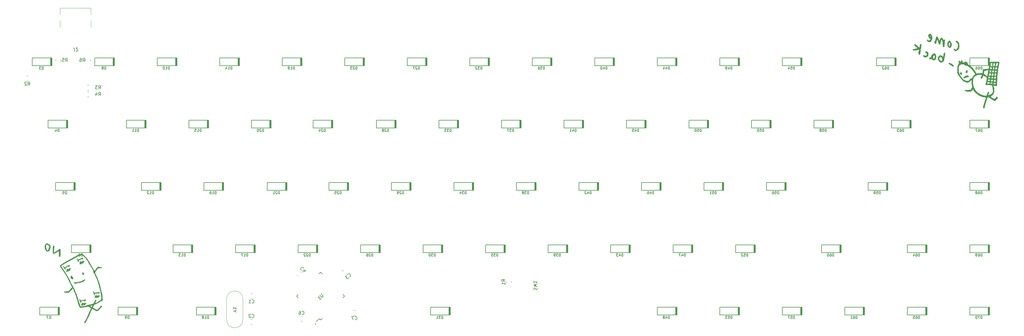
<source format=gbr>
%TF.GenerationSoftware,KiCad,Pcbnew,(6.0.2)*%
%TF.CreationDate,2022-06-02T21:34:10-05:00*%
%TF.ProjectId,65Percent,36355065-7263-4656-9e74-2e6b69636164,rev?*%
%TF.SameCoordinates,Original*%
%TF.FileFunction,Legend,Bot*%
%TF.FilePolarity,Positive*%
%FSLAX46Y46*%
G04 Gerber Fmt 4.6, Leading zero omitted, Abs format (unit mm)*
G04 Created by KiCad (PCBNEW (6.0.2)) date 2022-06-02 21:34:10*
%MOMM*%
%LPD*%
G01*
G04 APERTURE LIST*
%ADD10C,0.100000*%
%ADD11C,0.150000*%
%ADD12C,0.200000*%
%ADD13C,0.120000*%
G04 APERTURE END LIST*
D10*
X169452942Y-198473190D02*
X169738657Y-198473190D01*
X169595800Y-198473190D02*
X169595800Y-197973190D01*
X169643419Y-198044619D01*
X169691038Y-198092238D01*
X169738657Y-198116047D01*
D11*
%TO.C,D53*%
X296627428Y-196596904D02*
X296627428Y-195796904D01*
X296436952Y-195796904D01*
X296322666Y-195835000D01*
X296246476Y-195911190D01*
X296208380Y-195987380D01*
X296170285Y-196139761D01*
X296170285Y-196254047D01*
X296208380Y-196406428D01*
X296246476Y-196482619D01*
X296322666Y-196558809D01*
X296436952Y-196596904D01*
X296627428Y-196596904D01*
X295446476Y-195796904D02*
X295827428Y-195796904D01*
X295865523Y-196177857D01*
X295827428Y-196139761D01*
X295751238Y-196101666D01*
X295560761Y-196101666D01*
X295484571Y-196139761D01*
X295446476Y-196177857D01*
X295408380Y-196254047D01*
X295408380Y-196444523D01*
X295446476Y-196520714D01*
X295484571Y-196558809D01*
X295560761Y-196596904D01*
X295751238Y-196596904D01*
X295827428Y-196558809D01*
X295865523Y-196520714D01*
X295141714Y-195796904D02*
X294646476Y-195796904D01*
X294913142Y-196101666D01*
X294798857Y-196101666D01*
X294722666Y-196139761D01*
X294684571Y-196177857D01*
X294646476Y-196254047D01*
X294646476Y-196444523D01*
X294684571Y-196520714D01*
X294722666Y-196558809D01*
X294798857Y-196596904D01*
X295027428Y-196596904D01*
X295103619Y-196558809D01*
X295141714Y-196520714D01*
%TO.C,D42*%
X253701428Y-158496904D02*
X253701428Y-157696904D01*
X253510952Y-157696904D01*
X253396666Y-157735000D01*
X253320476Y-157811190D01*
X253282380Y-157887380D01*
X253244285Y-158039761D01*
X253244285Y-158154047D01*
X253282380Y-158306428D01*
X253320476Y-158382619D01*
X253396666Y-158458809D01*
X253510952Y-158496904D01*
X253701428Y-158496904D01*
X252558571Y-157963571D02*
X252558571Y-158496904D01*
X252749047Y-157658809D02*
X252939523Y-158230238D01*
X252444285Y-158230238D01*
X252177619Y-157773095D02*
X252139523Y-157735000D01*
X252063333Y-157696904D01*
X251872857Y-157696904D01*
X251796666Y-157735000D01*
X251758571Y-157773095D01*
X251720476Y-157849285D01*
X251720476Y-157925476D01*
X251758571Y-158039761D01*
X252215714Y-158496904D01*
X251720476Y-158496904D01*
%TO.C,D67*%
X372827428Y-139446904D02*
X372827428Y-138646904D01*
X372636952Y-138646904D01*
X372522666Y-138685000D01*
X372446476Y-138761190D01*
X372408380Y-138837380D01*
X372370285Y-138989761D01*
X372370285Y-139104047D01*
X372408380Y-139256428D01*
X372446476Y-139332619D01*
X372522666Y-139408809D01*
X372636952Y-139446904D01*
X372827428Y-139446904D01*
X371684571Y-138646904D02*
X371836952Y-138646904D01*
X371913142Y-138685000D01*
X371951238Y-138723095D01*
X372027428Y-138837380D01*
X372065523Y-138989761D01*
X372065523Y-139294523D01*
X372027428Y-139370714D01*
X371989333Y-139408809D01*
X371913142Y-139446904D01*
X371760761Y-139446904D01*
X371684571Y-139408809D01*
X371646476Y-139370714D01*
X371608380Y-139294523D01*
X371608380Y-139104047D01*
X371646476Y-139027857D01*
X371684571Y-138989761D01*
X371760761Y-138951666D01*
X371913142Y-138951666D01*
X371989333Y-138989761D01*
X372027428Y-139027857D01*
X372065523Y-139104047D01*
X371341714Y-138646904D02*
X370808380Y-138646904D01*
X371151238Y-139446904D01*
%TO.C,D10*%
X125177428Y-120396904D02*
X125177428Y-119596904D01*
X124986952Y-119596904D01*
X124872666Y-119635000D01*
X124796476Y-119711190D01*
X124758380Y-119787380D01*
X124720285Y-119939761D01*
X124720285Y-120054047D01*
X124758380Y-120206428D01*
X124796476Y-120282619D01*
X124872666Y-120358809D01*
X124986952Y-120396904D01*
X125177428Y-120396904D01*
X123958380Y-120396904D02*
X124415523Y-120396904D01*
X124186952Y-120396904D02*
X124186952Y-119596904D01*
X124263142Y-119711190D01*
X124339333Y-119787380D01*
X124415523Y-119825476D01*
X123463142Y-119596904D02*
X123386952Y-119596904D01*
X123310761Y-119635000D01*
X123272666Y-119673095D01*
X123234571Y-119749285D01*
X123196476Y-119901666D01*
X123196476Y-120092142D01*
X123234571Y-120244523D01*
X123272666Y-120320714D01*
X123310761Y-120358809D01*
X123386952Y-120396904D01*
X123463142Y-120396904D01*
X123539333Y-120358809D01*
X123577428Y-120320714D01*
X123615523Y-120244523D01*
X123653619Y-120092142D01*
X123653619Y-119901666D01*
X123615523Y-119749285D01*
X123577428Y-119673095D01*
X123539333Y-119635000D01*
X123463142Y-119596904D01*
%TO.C,R4*%
X103544666Y-128468380D02*
X103878000Y-127992190D01*
X104116095Y-128468380D02*
X104116095Y-127468380D01*
X103735142Y-127468380D01*
X103639904Y-127516000D01*
X103592285Y-127563619D01*
X103544666Y-127658857D01*
X103544666Y-127801714D01*
X103592285Y-127896952D01*
X103639904Y-127944571D01*
X103735142Y-127992190D01*
X104116095Y-127992190D01*
X102687523Y-127801714D02*
X102687523Y-128468380D01*
X102925619Y-127420761D02*
X103163714Y-128135047D01*
X102544666Y-128135047D01*
%TO.C,D3*%
X86696476Y-120396904D02*
X86696476Y-119596904D01*
X86506000Y-119596904D01*
X86391714Y-119635000D01*
X86315523Y-119711190D01*
X86277428Y-119787380D01*
X86239333Y-119939761D01*
X86239333Y-120054047D01*
X86277428Y-120206428D01*
X86315523Y-120282619D01*
X86391714Y-120358809D01*
X86506000Y-120396904D01*
X86696476Y-120396904D01*
X85972666Y-119596904D02*
X85477428Y-119596904D01*
X85744095Y-119901666D01*
X85629809Y-119901666D01*
X85553619Y-119939761D01*
X85515523Y-119977857D01*
X85477428Y-120054047D01*
X85477428Y-120244523D01*
X85515523Y-120320714D01*
X85553619Y-120358809D01*
X85629809Y-120396904D01*
X85858380Y-120396904D01*
X85934571Y-120358809D01*
X85972666Y-120320714D01*
%TO.C,D25*%
X177501428Y-158496904D02*
X177501428Y-157696904D01*
X177310952Y-157696904D01*
X177196666Y-157735000D01*
X177120476Y-157811190D01*
X177082380Y-157887380D01*
X177044285Y-158039761D01*
X177044285Y-158154047D01*
X177082380Y-158306428D01*
X177120476Y-158382619D01*
X177196666Y-158458809D01*
X177310952Y-158496904D01*
X177501428Y-158496904D01*
X176739523Y-157773095D02*
X176701428Y-157735000D01*
X176625238Y-157696904D01*
X176434761Y-157696904D01*
X176358571Y-157735000D01*
X176320476Y-157773095D01*
X176282380Y-157849285D01*
X176282380Y-157925476D01*
X176320476Y-158039761D01*
X176777619Y-158496904D01*
X176282380Y-158496904D01*
X175558571Y-157696904D02*
X175939523Y-157696904D01*
X175977619Y-158077857D01*
X175939523Y-158039761D01*
X175863333Y-158001666D01*
X175672857Y-158001666D01*
X175596666Y-158039761D01*
X175558571Y-158077857D01*
X175520476Y-158154047D01*
X175520476Y-158344523D01*
X175558571Y-158420714D01*
X175596666Y-158458809D01*
X175672857Y-158496904D01*
X175863333Y-158496904D01*
X175939523Y-158458809D01*
X175977619Y-158420714D01*
%TO.C,D55*%
X306279428Y-139446904D02*
X306279428Y-138646904D01*
X306088952Y-138646904D01*
X305974666Y-138685000D01*
X305898476Y-138761190D01*
X305860380Y-138837380D01*
X305822285Y-138989761D01*
X305822285Y-139104047D01*
X305860380Y-139256428D01*
X305898476Y-139332619D01*
X305974666Y-139408809D01*
X306088952Y-139446904D01*
X306279428Y-139446904D01*
X305098476Y-138646904D02*
X305479428Y-138646904D01*
X305517523Y-139027857D01*
X305479428Y-138989761D01*
X305403238Y-138951666D01*
X305212761Y-138951666D01*
X305136571Y-138989761D01*
X305098476Y-139027857D01*
X305060380Y-139104047D01*
X305060380Y-139294523D01*
X305098476Y-139370714D01*
X305136571Y-139408809D01*
X305212761Y-139446904D01*
X305403238Y-139446904D01*
X305479428Y-139408809D01*
X305517523Y-139370714D01*
X304336571Y-138646904D02*
X304717523Y-138646904D01*
X304755619Y-139027857D01*
X304717523Y-138989761D01*
X304641333Y-138951666D01*
X304450857Y-138951666D01*
X304374666Y-138989761D01*
X304336571Y-139027857D01*
X304298476Y-139104047D01*
X304298476Y-139294523D01*
X304336571Y-139370714D01*
X304374666Y-139408809D01*
X304450857Y-139446904D01*
X304641333Y-139446904D01*
X304717523Y-139408809D01*
X304755619Y-139370714D01*
%TO.C,D58*%
X325329428Y-139446904D02*
X325329428Y-138646904D01*
X325138952Y-138646904D01*
X325024666Y-138685000D01*
X324948476Y-138761190D01*
X324910380Y-138837380D01*
X324872285Y-138989761D01*
X324872285Y-139104047D01*
X324910380Y-139256428D01*
X324948476Y-139332619D01*
X325024666Y-139408809D01*
X325138952Y-139446904D01*
X325329428Y-139446904D01*
X324148476Y-138646904D02*
X324529428Y-138646904D01*
X324567523Y-139027857D01*
X324529428Y-138989761D01*
X324453238Y-138951666D01*
X324262761Y-138951666D01*
X324186571Y-138989761D01*
X324148476Y-139027857D01*
X324110380Y-139104047D01*
X324110380Y-139294523D01*
X324148476Y-139370714D01*
X324186571Y-139408809D01*
X324262761Y-139446904D01*
X324453238Y-139446904D01*
X324529428Y-139408809D01*
X324567523Y-139370714D01*
X323653238Y-138989761D02*
X323729428Y-138951666D01*
X323767523Y-138913571D01*
X323805619Y-138837380D01*
X323805619Y-138799285D01*
X323767523Y-138723095D01*
X323729428Y-138685000D01*
X323653238Y-138646904D01*
X323500857Y-138646904D01*
X323424666Y-138685000D01*
X323386571Y-138723095D01*
X323348476Y-138799285D01*
X323348476Y-138837380D01*
X323386571Y-138913571D01*
X323424666Y-138951666D01*
X323500857Y-138989761D01*
X323653238Y-138989761D01*
X323729428Y-139027857D01*
X323767523Y-139065952D01*
X323805619Y-139142142D01*
X323805619Y-139294523D01*
X323767523Y-139370714D01*
X323729428Y-139408809D01*
X323653238Y-139446904D01*
X323500857Y-139446904D01*
X323424666Y-139408809D01*
X323386571Y-139370714D01*
X323348476Y-139294523D01*
X323348476Y-139142142D01*
X323386571Y-139065952D01*
X323424666Y-139027857D01*
X323500857Y-138989761D01*
%TO.C,D7*%
X88982476Y-196596904D02*
X88982476Y-195796904D01*
X88792000Y-195796904D01*
X88677714Y-195835000D01*
X88601523Y-195911190D01*
X88563428Y-195987380D01*
X88525333Y-196139761D01*
X88525333Y-196254047D01*
X88563428Y-196406428D01*
X88601523Y-196482619D01*
X88677714Y-196558809D01*
X88792000Y-196596904D01*
X88982476Y-196596904D01*
X88258666Y-195796904D02*
X87725333Y-195796904D01*
X88068190Y-196596904D01*
%TO.C,R2*%
X81954666Y-125292380D02*
X82288000Y-124816190D01*
X82526095Y-125292380D02*
X82526095Y-124292380D01*
X82145142Y-124292380D01*
X82049904Y-124340000D01*
X82002285Y-124387619D01*
X81954666Y-124482857D01*
X81954666Y-124625714D01*
X82002285Y-124720952D01*
X82049904Y-124768571D01*
X82145142Y-124816190D01*
X82526095Y-124816190D01*
X81573714Y-124387619D02*
X81526095Y-124340000D01*
X81430857Y-124292380D01*
X81192761Y-124292380D01*
X81097523Y-124340000D01*
X81049904Y-124387619D01*
X81002285Y-124482857D01*
X81002285Y-124578095D01*
X81049904Y-124720952D01*
X81621333Y-125292380D01*
X81002285Y-125292380D01*
%TO.C,C1*%
X150280666Y-191775142D02*
X150328285Y-191822761D01*
X150471142Y-191870380D01*
X150566380Y-191870380D01*
X150709238Y-191822761D01*
X150804476Y-191727523D01*
X150852095Y-191632285D01*
X150899714Y-191441809D01*
X150899714Y-191298952D01*
X150852095Y-191108476D01*
X150804476Y-191013238D01*
X150709238Y-190918000D01*
X150566380Y-190870380D01*
X150471142Y-190870380D01*
X150328285Y-190918000D01*
X150280666Y-190965619D01*
X149328285Y-191870380D02*
X149899714Y-191870380D01*
X149614000Y-191870380D02*
X149614000Y-190870380D01*
X149709238Y-191013238D01*
X149804476Y-191108476D01*
X149899714Y-191156095D01*
%TO.C,D48*%
X277577428Y-196596904D02*
X277577428Y-195796904D01*
X277386952Y-195796904D01*
X277272666Y-195835000D01*
X277196476Y-195911190D01*
X277158380Y-195987380D01*
X277120285Y-196139761D01*
X277120285Y-196254047D01*
X277158380Y-196406428D01*
X277196476Y-196482619D01*
X277272666Y-196558809D01*
X277386952Y-196596904D01*
X277577428Y-196596904D01*
X276434571Y-196063571D02*
X276434571Y-196596904D01*
X276625047Y-195758809D02*
X276815523Y-196330238D01*
X276320285Y-196330238D01*
X275901238Y-196139761D02*
X275977428Y-196101666D01*
X276015523Y-196063571D01*
X276053619Y-195987380D01*
X276053619Y-195949285D01*
X276015523Y-195873095D01*
X275977428Y-195835000D01*
X275901238Y-195796904D01*
X275748857Y-195796904D01*
X275672666Y-195835000D01*
X275634571Y-195873095D01*
X275596476Y-195949285D01*
X275596476Y-195987380D01*
X275634571Y-196063571D01*
X275672666Y-196101666D01*
X275748857Y-196139761D01*
X275901238Y-196139761D01*
X275977428Y-196177857D01*
X276015523Y-196215952D01*
X276053619Y-196292142D01*
X276053619Y-196444523D01*
X276015523Y-196520714D01*
X275977428Y-196558809D01*
X275901238Y-196596904D01*
X275748857Y-196596904D01*
X275672666Y-196558809D01*
X275634571Y-196520714D01*
X275596476Y-196444523D01*
X275596476Y-196292142D01*
X275634571Y-196215952D01*
X275672666Y-196177857D01*
X275748857Y-196139761D01*
%TO.C,C3*%
X180018728Y-183796226D02*
X180086071Y-183796226D01*
X180220758Y-183728882D01*
X180288102Y-183661539D01*
X180355445Y-183526851D01*
X180355445Y-183392164D01*
X180321774Y-183291149D01*
X180220758Y-183122790D01*
X180119743Y-183021775D01*
X179951384Y-182920760D01*
X179850369Y-182887088D01*
X179715682Y-182887088D01*
X179580995Y-182954432D01*
X179513651Y-183021775D01*
X179446308Y-183156462D01*
X179446308Y-183223806D01*
X179143262Y-183392164D02*
X178705529Y-183829897D01*
X179210606Y-183863569D01*
X179109590Y-183964584D01*
X179075919Y-184065600D01*
X179075919Y-184132943D01*
X179109590Y-184233958D01*
X179277949Y-184402317D01*
X179378964Y-184435989D01*
X179446308Y-184435989D01*
X179547323Y-184402317D01*
X179749354Y-184200287D01*
X179783026Y-184099271D01*
X179783026Y-184031928D01*
%TO.C,D19*%
X163277428Y-120396904D02*
X163277428Y-119596904D01*
X163086952Y-119596904D01*
X162972666Y-119635000D01*
X162896476Y-119711190D01*
X162858380Y-119787380D01*
X162820285Y-119939761D01*
X162820285Y-120054047D01*
X162858380Y-120206428D01*
X162896476Y-120282619D01*
X162972666Y-120358809D01*
X163086952Y-120396904D01*
X163277428Y-120396904D01*
X162058380Y-120396904D02*
X162515523Y-120396904D01*
X162286952Y-120396904D02*
X162286952Y-119596904D01*
X162363142Y-119711190D01*
X162439333Y-119787380D01*
X162515523Y-119825476D01*
X161677428Y-120396904D02*
X161525047Y-120396904D01*
X161448857Y-120358809D01*
X161410761Y-120320714D01*
X161334571Y-120206428D01*
X161296476Y-120054047D01*
X161296476Y-119749285D01*
X161334571Y-119673095D01*
X161372666Y-119635000D01*
X161448857Y-119596904D01*
X161601238Y-119596904D01*
X161677428Y-119635000D01*
X161715523Y-119673095D01*
X161753619Y-119749285D01*
X161753619Y-119939761D01*
X161715523Y-120015952D01*
X161677428Y-120054047D01*
X161601238Y-120092142D01*
X161448857Y-120092142D01*
X161372666Y-120054047D01*
X161334571Y-120015952D01*
X161296476Y-119939761D01*
%TO.C,D8*%
X105746476Y-120396904D02*
X105746476Y-119596904D01*
X105556000Y-119596904D01*
X105441714Y-119635000D01*
X105365523Y-119711190D01*
X105327428Y-119787380D01*
X105289333Y-119939761D01*
X105289333Y-120054047D01*
X105327428Y-120206428D01*
X105365523Y-120282619D01*
X105441714Y-120358809D01*
X105556000Y-120396904D01*
X105746476Y-120396904D01*
X104832190Y-119939761D02*
X104908380Y-119901666D01*
X104946476Y-119863571D01*
X104984571Y-119787380D01*
X104984571Y-119749285D01*
X104946476Y-119673095D01*
X104908380Y-119635000D01*
X104832190Y-119596904D01*
X104679809Y-119596904D01*
X104603619Y-119635000D01*
X104565523Y-119673095D01*
X104527428Y-119749285D01*
X104527428Y-119787380D01*
X104565523Y-119863571D01*
X104603619Y-119901666D01*
X104679809Y-119939761D01*
X104832190Y-119939761D01*
X104908380Y-119977857D01*
X104946476Y-120015952D01*
X104984571Y-120092142D01*
X104984571Y-120244523D01*
X104946476Y-120320714D01*
X104908380Y-120358809D01*
X104832190Y-120396904D01*
X104679809Y-120396904D01*
X104603619Y-120358809D01*
X104565523Y-120320714D01*
X104527428Y-120244523D01*
X104527428Y-120092142D01*
X104565523Y-120015952D01*
X104603619Y-119977857D01*
X104679809Y-119939761D01*
%TO.C,D70*%
X372827428Y-196596904D02*
X372827428Y-195796904D01*
X372636952Y-195796904D01*
X372522666Y-195835000D01*
X372446476Y-195911190D01*
X372408380Y-195987380D01*
X372370285Y-196139761D01*
X372370285Y-196254047D01*
X372408380Y-196406428D01*
X372446476Y-196482619D01*
X372522666Y-196558809D01*
X372636952Y-196596904D01*
X372827428Y-196596904D01*
X372103619Y-195796904D02*
X371570285Y-195796904D01*
X371913142Y-196596904D01*
X371113142Y-195796904D02*
X371036952Y-195796904D01*
X370960761Y-195835000D01*
X370922666Y-195873095D01*
X370884571Y-195949285D01*
X370846476Y-196101666D01*
X370846476Y-196292142D01*
X370884571Y-196444523D01*
X370922666Y-196520714D01*
X370960761Y-196558809D01*
X371036952Y-196596904D01*
X371113142Y-196596904D01*
X371189333Y-196558809D01*
X371227428Y-196520714D01*
X371265523Y-196444523D01*
X371303619Y-196292142D01*
X371303619Y-196101666D01*
X371265523Y-195949285D01*
X371227428Y-195873095D01*
X371189333Y-195835000D01*
X371113142Y-195796904D01*
%TO.C,D4*%
X91522476Y-139446904D02*
X91522476Y-138646904D01*
X91332000Y-138646904D01*
X91217714Y-138685000D01*
X91141523Y-138761190D01*
X91103428Y-138837380D01*
X91065333Y-138989761D01*
X91065333Y-139104047D01*
X91103428Y-139256428D01*
X91141523Y-139332619D01*
X91217714Y-139408809D01*
X91332000Y-139446904D01*
X91522476Y-139446904D01*
X90379619Y-138913571D02*
X90379619Y-139446904D01*
X90570095Y-138608809D02*
X90760571Y-139180238D01*
X90265333Y-139180238D01*
%TO.C,D56*%
X310851428Y-158496904D02*
X310851428Y-157696904D01*
X310660952Y-157696904D01*
X310546666Y-157735000D01*
X310470476Y-157811190D01*
X310432380Y-157887380D01*
X310394285Y-158039761D01*
X310394285Y-158154047D01*
X310432380Y-158306428D01*
X310470476Y-158382619D01*
X310546666Y-158458809D01*
X310660952Y-158496904D01*
X310851428Y-158496904D01*
X309670476Y-157696904D02*
X310051428Y-157696904D01*
X310089523Y-158077857D01*
X310051428Y-158039761D01*
X309975238Y-158001666D01*
X309784761Y-158001666D01*
X309708571Y-158039761D01*
X309670476Y-158077857D01*
X309632380Y-158154047D01*
X309632380Y-158344523D01*
X309670476Y-158420714D01*
X309708571Y-158458809D01*
X309784761Y-158496904D01*
X309975238Y-158496904D01*
X310051428Y-158458809D01*
X310089523Y-158420714D01*
X308946666Y-157696904D02*
X309099047Y-157696904D01*
X309175238Y-157735000D01*
X309213333Y-157773095D01*
X309289523Y-157887380D01*
X309327619Y-158039761D01*
X309327619Y-158344523D01*
X309289523Y-158420714D01*
X309251428Y-158458809D01*
X309175238Y-158496904D01*
X309022857Y-158496904D01*
X308946666Y-158458809D01*
X308908571Y-158420714D01*
X308870476Y-158344523D01*
X308870476Y-158154047D01*
X308908571Y-158077857D01*
X308946666Y-158039761D01*
X309022857Y-158001666D01*
X309175238Y-158001666D01*
X309251428Y-158039761D01*
X309289523Y-158077857D01*
X309327619Y-158154047D01*
%TO.C,D59*%
X341839428Y-158496904D02*
X341839428Y-157696904D01*
X341648952Y-157696904D01*
X341534666Y-157735000D01*
X341458476Y-157811190D01*
X341420380Y-157887380D01*
X341382285Y-158039761D01*
X341382285Y-158154047D01*
X341420380Y-158306428D01*
X341458476Y-158382619D01*
X341534666Y-158458809D01*
X341648952Y-158496904D01*
X341839428Y-158496904D01*
X340658476Y-157696904D02*
X341039428Y-157696904D01*
X341077523Y-158077857D01*
X341039428Y-158039761D01*
X340963238Y-158001666D01*
X340772761Y-158001666D01*
X340696571Y-158039761D01*
X340658476Y-158077857D01*
X340620380Y-158154047D01*
X340620380Y-158344523D01*
X340658476Y-158420714D01*
X340696571Y-158458809D01*
X340772761Y-158496904D01*
X340963238Y-158496904D01*
X341039428Y-158458809D01*
X341077523Y-158420714D01*
X340239428Y-158496904D02*
X340087047Y-158496904D01*
X340010857Y-158458809D01*
X339972761Y-158420714D01*
X339896571Y-158306428D01*
X339858476Y-158154047D01*
X339858476Y-157849285D01*
X339896571Y-157773095D01*
X339934666Y-157735000D01*
X340010857Y-157696904D01*
X340163238Y-157696904D01*
X340239428Y-157735000D01*
X340277523Y-157773095D01*
X340315619Y-157849285D01*
X340315619Y-158039761D01*
X340277523Y-158115952D01*
X340239428Y-158154047D01*
X340163238Y-158192142D01*
X340010857Y-158192142D01*
X339934666Y-158154047D01*
X339896571Y-158115952D01*
X339858476Y-158039761D01*
%TO.C,R5*%
X93384666Y-118054380D02*
X93718000Y-117578190D01*
X93956095Y-118054380D02*
X93956095Y-117054380D01*
X93575142Y-117054380D01*
X93479904Y-117102000D01*
X93432285Y-117149619D01*
X93384666Y-117244857D01*
X93384666Y-117387714D01*
X93432285Y-117482952D01*
X93479904Y-117530571D01*
X93575142Y-117578190D01*
X93956095Y-117578190D01*
X92479904Y-117054380D02*
X92956095Y-117054380D01*
X93003714Y-117530571D01*
X92956095Y-117482952D01*
X92860857Y-117435333D01*
X92622761Y-117435333D01*
X92527523Y-117482952D01*
X92479904Y-117530571D01*
X92432285Y-117625809D01*
X92432285Y-117863904D01*
X92479904Y-117959142D01*
X92527523Y-118006761D01*
X92622761Y-118054380D01*
X92860857Y-118054380D01*
X92956095Y-118006761D01*
X93003714Y-117959142D01*
%TO.C,D41*%
X249129428Y-139446904D02*
X249129428Y-138646904D01*
X248938952Y-138646904D01*
X248824666Y-138685000D01*
X248748476Y-138761190D01*
X248710380Y-138837380D01*
X248672285Y-138989761D01*
X248672285Y-139104047D01*
X248710380Y-139256428D01*
X248748476Y-139332619D01*
X248824666Y-139408809D01*
X248938952Y-139446904D01*
X249129428Y-139446904D01*
X247986571Y-138913571D02*
X247986571Y-139446904D01*
X248177047Y-138608809D02*
X248367523Y-139180238D01*
X247872285Y-139180238D01*
X247148476Y-139446904D02*
X247605619Y-139446904D01*
X247377047Y-139446904D02*
X247377047Y-138646904D01*
X247453238Y-138761190D01*
X247529428Y-138837380D01*
X247605619Y-138875476D01*
%TO.C,C2*%
X150280666Y-196191142D02*
X150328285Y-196238761D01*
X150471142Y-196286380D01*
X150566380Y-196286380D01*
X150709238Y-196238761D01*
X150804476Y-196143523D01*
X150852095Y-196048285D01*
X150899714Y-195857809D01*
X150899714Y-195714952D01*
X150852095Y-195524476D01*
X150804476Y-195429238D01*
X150709238Y-195334000D01*
X150566380Y-195286380D01*
X150471142Y-195286380D01*
X150328285Y-195334000D01*
X150280666Y-195381619D01*
X149899714Y-195381619D02*
X149852095Y-195334000D01*
X149756857Y-195286380D01*
X149518761Y-195286380D01*
X149423523Y-195334000D01*
X149375904Y-195381619D01*
X149328285Y-195476857D01*
X149328285Y-195572095D01*
X149375904Y-195714952D01*
X149947333Y-196286380D01*
X149328285Y-196286380D01*
%TO.C,D37*%
X230079428Y-139446904D02*
X230079428Y-138646904D01*
X229888952Y-138646904D01*
X229774666Y-138685000D01*
X229698476Y-138761190D01*
X229660380Y-138837380D01*
X229622285Y-138989761D01*
X229622285Y-139104047D01*
X229660380Y-139256428D01*
X229698476Y-139332619D01*
X229774666Y-139408809D01*
X229888952Y-139446904D01*
X230079428Y-139446904D01*
X229355619Y-138646904D02*
X228860380Y-138646904D01*
X229127047Y-138951666D01*
X229012761Y-138951666D01*
X228936571Y-138989761D01*
X228898476Y-139027857D01*
X228860380Y-139104047D01*
X228860380Y-139294523D01*
X228898476Y-139370714D01*
X228936571Y-139408809D01*
X229012761Y-139446904D01*
X229241333Y-139446904D01*
X229317523Y-139408809D01*
X229355619Y-139370714D01*
X228593714Y-138646904D02*
X228060380Y-138646904D01*
X228403238Y-139446904D01*
%TO.C,D27*%
X201377428Y-120396904D02*
X201377428Y-119596904D01*
X201186952Y-119596904D01*
X201072666Y-119635000D01*
X200996476Y-119711190D01*
X200958380Y-119787380D01*
X200920285Y-119939761D01*
X200920285Y-120054047D01*
X200958380Y-120206428D01*
X200996476Y-120282619D01*
X201072666Y-120358809D01*
X201186952Y-120396904D01*
X201377428Y-120396904D01*
X200615523Y-119673095D02*
X200577428Y-119635000D01*
X200501238Y-119596904D01*
X200310761Y-119596904D01*
X200234571Y-119635000D01*
X200196476Y-119673095D01*
X200158380Y-119749285D01*
X200158380Y-119825476D01*
X200196476Y-119939761D01*
X200653619Y-120396904D01*
X200158380Y-120396904D01*
X199891714Y-119596904D02*
X199358380Y-119596904D01*
X199701238Y-120396904D01*
%TO.C,D33*%
X211029428Y-139446904D02*
X211029428Y-138646904D01*
X210838952Y-138646904D01*
X210724666Y-138685000D01*
X210648476Y-138761190D01*
X210610380Y-138837380D01*
X210572285Y-138989761D01*
X210572285Y-139104047D01*
X210610380Y-139256428D01*
X210648476Y-139332619D01*
X210724666Y-139408809D01*
X210838952Y-139446904D01*
X211029428Y-139446904D01*
X210305619Y-138646904D02*
X209810380Y-138646904D01*
X210077047Y-138951666D01*
X209962761Y-138951666D01*
X209886571Y-138989761D01*
X209848476Y-139027857D01*
X209810380Y-139104047D01*
X209810380Y-139294523D01*
X209848476Y-139370714D01*
X209886571Y-139408809D01*
X209962761Y-139446904D01*
X210191333Y-139446904D01*
X210267523Y-139408809D01*
X210305619Y-139370714D01*
X209543714Y-138646904D02*
X209048476Y-138646904D01*
X209315142Y-138951666D01*
X209200857Y-138951666D01*
X209124666Y-138989761D01*
X209086571Y-139027857D01*
X209048476Y-139104047D01*
X209048476Y-139294523D01*
X209086571Y-139370714D01*
X209124666Y-139408809D01*
X209200857Y-139446904D01*
X209429428Y-139446904D01*
X209505619Y-139408809D01*
X209543714Y-139370714D01*
%TO.C,D65*%
X353777428Y-196596904D02*
X353777428Y-195796904D01*
X353586952Y-195796904D01*
X353472666Y-195835000D01*
X353396476Y-195911190D01*
X353358380Y-195987380D01*
X353320285Y-196139761D01*
X353320285Y-196254047D01*
X353358380Y-196406428D01*
X353396476Y-196482619D01*
X353472666Y-196558809D01*
X353586952Y-196596904D01*
X353777428Y-196596904D01*
X352634571Y-195796904D02*
X352786952Y-195796904D01*
X352863142Y-195835000D01*
X352901238Y-195873095D01*
X352977428Y-195987380D01*
X353015523Y-196139761D01*
X353015523Y-196444523D01*
X352977428Y-196520714D01*
X352939333Y-196558809D01*
X352863142Y-196596904D01*
X352710761Y-196596904D01*
X352634571Y-196558809D01*
X352596476Y-196520714D01*
X352558380Y-196444523D01*
X352558380Y-196254047D01*
X352596476Y-196177857D01*
X352634571Y-196139761D01*
X352710761Y-196101666D01*
X352863142Y-196101666D01*
X352939333Y-196139761D01*
X352977428Y-196177857D01*
X353015523Y-196254047D01*
X351834571Y-195796904D02*
X352215523Y-195796904D01*
X352253619Y-196177857D01*
X352215523Y-196139761D01*
X352139333Y-196101666D01*
X351948857Y-196101666D01*
X351872666Y-196139761D01*
X351834571Y-196177857D01*
X351796476Y-196254047D01*
X351796476Y-196444523D01*
X351834571Y-196520714D01*
X351872666Y-196558809D01*
X351948857Y-196596904D01*
X352139333Y-196596904D01*
X352215523Y-196558809D01*
X352253619Y-196520714D01*
%TO.C,C6*%
X165520666Y-195273142D02*
X165568285Y-195320761D01*
X165711142Y-195368380D01*
X165806380Y-195368380D01*
X165949238Y-195320761D01*
X166044476Y-195225523D01*
X166092095Y-195130285D01*
X166139714Y-194939809D01*
X166139714Y-194796952D01*
X166092095Y-194606476D01*
X166044476Y-194511238D01*
X165949238Y-194416000D01*
X165806380Y-194368380D01*
X165711142Y-194368380D01*
X165568285Y-194416000D01*
X165520666Y-194463619D01*
X164663523Y-194368380D02*
X164854000Y-194368380D01*
X164949238Y-194416000D01*
X164996857Y-194463619D01*
X165092095Y-194606476D01*
X165139714Y-194796952D01*
X165139714Y-195177904D01*
X165092095Y-195273142D01*
X165044476Y-195320761D01*
X164949238Y-195368380D01*
X164758761Y-195368380D01*
X164663523Y-195320761D01*
X164615904Y-195273142D01*
X164568285Y-195177904D01*
X164568285Y-194939809D01*
X164615904Y-194844571D01*
X164663523Y-194796952D01*
X164758761Y-194749333D01*
X164949238Y-194749333D01*
X165044476Y-194796952D01*
X165092095Y-194844571D01*
X165139714Y-194939809D01*
%TO.C,D34*%
X215601428Y-158496904D02*
X215601428Y-157696904D01*
X215410952Y-157696904D01*
X215296666Y-157735000D01*
X215220476Y-157811190D01*
X215182380Y-157887380D01*
X215144285Y-158039761D01*
X215144285Y-158154047D01*
X215182380Y-158306428D01*
X215220476Y-158382619D01*
X215296666Y-158458809D01*
X215410952Y-158496904D01*
X215601428Y-158496904D01*
X214877619Y-157696904D02*
X214382380Y-157696904D01*
X214649047Y-158001666D01*
X214534761Y-158001666D01*
X214458571Y-158039761D01*
X214420476Y-158077857D01*
X214382380Y-158154047D01*
X214382380Y-158344523D01*
X214420476Y-158420714D01*
X214458571Y-158458809D01*
X214534761Y-158496904D01*
X214763333Y-158496904D01*
X214839523Y-158458809D01*
X214877619Y-158420714D01*
X213696666Y-157963571D02*
X213696666Y-158496904D01*
X213887142Y-157658809D02*
X214077619Y-158230238D01*
X213582380Y-158230238D01*
%TO.C,D24*%
X172675428Y-139446904D02*
X172675428Y-138646904D01*
X172484952Y-138646904D01*
X172370666Y-138685000D01*
X172294476Y-138761190D01*
X172256380Y-138837380D01*
X172218285Y-138989761D01*
X172218285Y-139104047D01*
X172256380Y-139256428D01*
X172294476Y-139332619D01*
X172370666Y-139408809D01*
X172484952Y-139446904D01*
X172675428Y-139446904D01*
X171913523Y-138723095D02*
X171875428Y-138685000D01*
X171799238Y-138646904D01*
X171608761Y-138646904D01*
X171532571Y-138685000D01*
X171494476Y-138723095D01*
X171456380Y-138799285D01*
X171456380Y-138875476D01*
X171494476Y-138989761D01*
X171951619Y-139446904D01*
X171456380Y-139446904D01*
X170770666Y-138913571D02*
X170770666Y-139446904D01*
X170961142Y-138608809D02*
X171151619Y-139180238D01*
X170656380Y-139180238D01*
%TO.C,D64*%
X353777428Y-177546904D02*
X353777428Y-176746904D01*
X353586952Y-176746904D01*
X353472666Y-176785000D01*
X353396476Y-176861190D01*
X353358380Y-176937380D01*
X353320285Y-177089761D01*
X353320285Y-177204047D01*
X353358380Y-177356428D01*
X353396476Y-177432619D01*
X353472666Y-177508809D01*
X353586952Y-177546904D01*
X353777428Y-177546904D01*
X352634571Y-176746904D02*
X352786952Y-176746904D01*
X352863142Y-176785000D01*
X352901238Y-176823095D01*
X352977428Y-176937380D01*
X353015523Y-177089761D01*
X353015523Y-177394523D01*
X352977428Y-177470714D01*
X352939333Y-177508809D01*
X352863142Y-177546904D01*
X352710761Y-177546904D01*
X352634571Y-177508809D01*
X352596476Y-177470714D01*
X352558380Y-177394523D01*
X352558380Y-177204047D01*
X352596476Y-177127857D01*
X352634571Y-177089761D01*
X352710761Y-177051666D01*
X352863142Y-177051666D01*
X352939333Y-177089761D01*
X352977428Y-177127857D01*
X353015523Y-177204047D01*
X351872666Y-177013571D02*
X351872666Y-177546904D01*
X352063142Y-176708809D02*
X352253619Y-177280238D01*
X351758380Y-177280238D01*
%TO.C,D18*%
X137115428Y-196596904D02*
X137115428Y-195796904D01*
X136924952Y-195796904D01*
X136810666Y-195835000D01*
X136734476Y-195911190D01*
X136696380Y-195987380D01*
X136658285Y-196139761D01*
X136658285Y-196254047D01*
X136696380Y-196406428D01*
X136734476Y-196482619D01*
X136810666Y-196558809D01*
X136924952Y-196596904D01*
X137115428Y-196596904D01*
X135896380Y-196596904D02*
X136353523Y-196596904D01*
X136124952Y-196596904D02*
X136124952Y-195796904D01*
X136201142Y-195911190D01*
X136277333Y-195987380D01*
X136353523Y-196025476D01*
X135439238Y-196139761D02*
X135515428Y-196101666D01*
X135553523Y-196063571D01*
X135591619Y-195987380D01*
X135591619Y-195949285D01*
X135553523Y-195873095D01*
X135515428Y-195835000D01*
X135439238Y-195796904D01*
X135286857Y-195796904D01*
X135210666Y-195835000D01*
X135172571Y-195873095D01*
X135134476Y-195949285D01*
X135134476Y-195987380D01*
X135172571Y-196063571D01*
X135210666Y-196101666D01*
X135286857Y-196139761D01*
X135439238Y-196139761D01*
X135515428Y-196177857D01*
X135553523Y-196215952D01*
X135591619Y-196292142D01*
X135591619Y-196444523D01*
X135553523Y-196520714D01*
X135515428Y-196558809D01*
X135439238Y-196596904D01*
X135286857Y-196596904D01*
X135210666Y-196558809D01*
X135172571Y-196520714D01*
X135134476Y-196444523D01*
X135134476Y-196292142D01*
X135172571Y-196215952D01*
X135210666Y-196177857D01*
X135286857Y-196139761D01*
%TO.C,D61*%
X334727428Y-196596904D02*
X334727428Y-195796904D01*
X334536952Y-195796904D01*
X334422666Y-195835000D01*
X334346476Y-195911190D01*
X334308380Y-195987380D01*
X334270285Y-196139761D01*
X334270285Y-196254047D01*
X334308380Y-196406428D01*
X334346476Y-196482619D01*
X334422666Y-196558809D01*
X334536952Y-196596904D01*
X334727428Y-196596904D01*
X333584571Y-195796904D02*
X333736952Y-195796904D01*
X333813142Y-195835000D01*
X333851238Y-195873095D01*
X333927428Y-195987380D01*
X333965523Y-196139761D01*
X333965523Y-196444523D01*
X333927428Y-196520714D01*
X333889333Y-196558809D01*
X333813142Y-196596904D01*
X333660761Y-196596904D01*
X333584571Y-196558809D01*
X333546476Y-196520714D01*
X333508380Y-196444523D01*
X333508380Y-196254047D01*
X333546476Y-196177857D01*
X333584571Y-196139761D01*
X333660761Y-196101666D01*
X333813142Y-196101666D01*
X333889333Y-196139761D01*
X333927428Y-196177857D01*
X333965523Y-196254047D01*
X332746476Y-196596904D02*
X333203619Y-196596904D01*
X332975047Y-196596904D02*
X332975047Y-195796904D01*
X333051238Y-195911190D01*
X333127428Y-195987380D01*
X333203619Y-196025476D01*
%TO.C,D63*%
X348951428Y-139446904D02*
X348951428Y-138646904D01*
X348760952Y-138646904D01*
X348646666Y-138685000D01*
X348570476Y-138761190D01*
X348532380Y-138837380D01*
X348494285Y-138989761D01*
X348494285Y-139104047D01*
X348532380Y-139256428D01*
X348570476Y-139332619D01*
X348646666Y-139408809D01*
X348760952Y-139446904D01*
X348951428Y-139446904D01*
X347808571Y-138646904D02*
X347960952Y-138646904D01*
X348037142Y-138685000D01*
X348075238Y-138723095D01*
X348151428Y-138837380D01*
X348189523Y-138989761D01*
X348189523Y-139294523D01*
X348151428Y-139370714D01*
X348113333Y-139408809D01*
X348037142Y-139446904D01*
X347884761Y-139446904D01*
X347808571Y-139408809D01*
X347770476Y-139370714D01*
X347732380Y-139294523D01*
X347732380Y-139104047D01*
X347770476Y-139027857D01*
X347808571Y-138989761D01*
X347884761Y-138951666D01*
X348037142Y-138951666D01*
X348113333Y-138989761D01*
X348151428Y-139027857D01*
X348189523Y-139104047D01*
X347465714Y-138646904D02*
X346970476Y-138646904D01*
X347237142Y-138951666D01*
X347122857Y-138951666D01*
X347046666Y-138989761D01*
X347008571Y-139027857D01*
X346970476Y-139104047D01*
X346970476Y-139294523D01*
X347008571Y-139370714D01*
X347046666Y-139408809D01*
X347122857Y-139446904D01*
X347351428Y-139446904D01*
X347427619Y-139408809D01*
X347465714Y-139370714D01*
%TO.C,D68*%
X372827428Y-158496904D02*
X372827428Y-157696904D01*
X372636952Y-157696904D01*
X372522666Y-157735000D01*
X372446476Y-157811190D01*
X372408380Y-157887380D01*
X372370285Y-158039761D01*
X372370285Y-158154047D01*
X372408380Y-158306428D01*
X372446476Y-158382619D01*
X372522666Y-158458809D01*
X372636952Y-158496904D01*
X372827428Y-158496904D01*
X371684571Y-157696904D02*
X371836952Y-157696904D01*
X371913142Y-157735000D01*
X371951238Y-157773095D01*
X372027428Y-157887380D01*
X372065523Y-158039761D01*
X372065523Y-158344523D01*
X372027428Y-158420714D01*
X371989333Y-158458809D01*
X371913142Y-158496904D01*
X371760761Y-158496904D01*
X371684571Y-158458809D01*
X371646476Y-158420714D01*
X371608380Y-158344523D01*
X371608380Y-158154047D01*
X371646476Y-158077857D01*
X371684571Y-158039761D01*
X371760761Y-158001666D01*
X371913142Y-158001666D01*
X371989333Y-158039761D01*
X372027428Y-158077857D01*
X372065523Y-158154047D01*
X371151238Y-158039761D02*
X371227428Y-158001666D01*
X371265523Y-157963571D01*
X371303619Y-157887380D01*
X371303619Y-157849285D01*
X371265523Y-157773095D01*
X371227428Y-157735000D01*
X371151238Y-157696904D01*
X370998857Y-157696904D01*
X370922666Y-157735000D01*
X370884571Y-157773095D01*
X370846476Y-157849285D01*
X370846476Y-157887380D01*
X370884571Y-157963571D01*
X370922666Y-158001666D01*
X370998857Y-158039761D01*
X371151238Y-158039761D01*
X371227428Y-158077857D01*
X371265523Y-158115952D01*
X371303619Y-158192142D01*
X371303619Y-158344523D01*
X371265523Y-158420714D01*
X371227428Y-158458809D01*
X371151238Y-158496904D01*
X370998857Y-158496904D01*
X370922666Y-158458809D01*
X370884571Y-158420714D01*
X370846476Y-158344523D01*
X370846476Y-158192142D01*
X370884571Y-158115952D01*
X370922666Y-158077857D01*
X370998857Y-158039761D01*
%TO.C,D38*%
X234651428Y-158496904D02*
X234651428Y-157696904D01*
X234460952Y-157696904D01*
X234346666Y-157735000D01*
X234270476Y-157811190D01*
X234232380Y-157887380D01*
X234194285Y-158039761D01*
X234194285Y-158154047D01*
X234232380Y-158306428D01*
X234270476Y-158382619D01*
X234346666Y-158458809D01*
X234460952Y-158496904D01*
X234651428Y-158496904D01*
X233927619Y-157696904D02*
X233432380Y-157696904D01*
X233699047Y-158001666D01*
X233584761Y-158001666D01*
X233508571Y-158039761D01*
X233470476Y-158077857D01*
X233432380Y-158154047D01*
X233432380Y-158344523D01*
X233470476Y-158420714D01*
X233508571Y-158458809D01*
X233584761Y-158496904D01*
X233813333Y-158496904D01*
X233889523Y-158458809D01*
X233927619Y-158420714D01*
X232975238Y-158039761D02*
X233051428Y-158001666D01*
X233089523Y-157963571D01*
X233127619Y-157887380D01*
X233127619Y-157849285D01*
X233089523Y-157773095D01*
X233051428Y-157735000D01*
X232975238Y-157696904D01*
X232822857Y-157696904D01*
X232746666Y-157735000D01*
X232708571Y-157773095D01*
X232670476Y-157849285D01*
X232670476Y-157887380D01*
X232708571Y-157963571D01*
X232746666Y-158001666D01*
X232822857Y-158039761D01*
X232975238Y-158039761D01*
X233051428Y-158077857D01*
X233089523Y-158115952D01*
X233127619Y-158192142D01*
X233127619Y-158344523D01*
X233089523Y-158420714D01*
X233051428Y-158458809D01*
X232975238Y-158496904D01*
X232822857Y-158496904D01*
X232746666Y-158458809D01*
X232708571Y-158420714D01*
X232670476Y-158344523D01*
X232670476Y-158192142D01*
X232708571Y-158115952D01*
X232746666Y-158077857D01*
X232822857Y-158039761D01*
%TO.C,D44*%
X277577428Y-120396904D02*
X277577428Y-119596904D01*
X277386952Y-119596904D01*
X277272666Y-119635000D01*
X277196476Y-119711190D01*
X277158380Y-119787380D01*
X277120285Y-119939761D01*
X277120285Y-120054047D01*
X277158380Y-120206428D01*
X277196476Y-120282619D01*
X277272666Y-120358809D01*
X277386952Y-120396904D01*
X277577428Y-120396904D01*
X276434571Y-119863571D02*
X276434571Y-120396904D01*
X276625047Y-119558809D02*
X276815523Y-120130238D01*
X276320285Y-120130238D01*
X275672666Y-119863571D02*
X275672666Y-120396904D01*
X275863142Y-119558809D02*
X276053619Y-120130238D01*
X275558380Y-120130238D01*
%TO.C,D12*%
X120351428Y-158496904D02*
X120351428Y-157696904D01*
X120160952Y-157696904D01*
X120046666Y-157735000D01*
X119970476Y-157811190D01*
X119932380Y-157887380D01*
X119894285Y-158039761D01*
X119894285Y-158154047D01*
X119932380Y-158306428D01*
X119970476Y-158382619D01*
X120046666Y-158458809D01*
X120160952Y-158496904D01*
X120351428Y-158496904D01*
X119132380Y-158496904D02*
X119589523Y-158496904D01*
X119360952Y-158496904D02*
X119360952Y-157696904D01*
X119437142Y-157811190D01*
X119513333Y-157887380D01*
X119589523Y-157925476D01*
X118827619Y-157773095D02*
X118789523Y-157735000D01*
X118713333Y-157696904D01*
X118522857Y-157696904D01*
X118446666Y-157735000D01*
X118408571Y-157773095D01*
X118370476Y-157849285D01*
X118370476Y-157925476D01*
X118408571Y-158039761D01*
X118865714Y-158496904D01*
X118370476Y-158496904D01*
%TO.C,D54*%
X315677428Y-120396904D02*
X315677428Y-119596904D01*
X315486952Y-119596904D01*
X315372666Y-119635000D01*
X315296476Y-119711190D01*
X315258380Y-119787380D01*
X315220285Y-119939761D01*
X315220285Y-120054047D01*
X315258380Y-120206428D01*
X315296476Y-120282619D01*
X315372666Y-120358809D01*
X315486952Y-120396904D01*
X315677428Y-120396904D01*
X314496476Y-119596904D02*
X314877428Y-119596904D01*
X314915523Y-119977857D01*
X314877428Y-119939761D01*
X314801238Y-119901666D01*
X314610761Y-119901666D01*
X314534571Y-119939761D01*
X314496476Y-119977857D01*
X314458380Y-120054047D01*
X314458380Y-120244523D01*
X314496476Y-120320714D01*
X314534571Y-120358809D01*
X314610761Y-120396904D01*
X314801238Y-120396904D01*
X314877428Y-120358809D01*
X314915523Y-120320714D01*
X313772666Y-119863571D02*
X313772666Y-120396904D01*
X313963142Y-119558809D02*
X314153619Y-120130238D01*
X313658380Y-120130238D01*
%TO.C,D6*%
X98634476Y-177546904D02*
X98634476Y-176746904D01*
X98444000Y-176746904D01*
X98329714Y-176785000D01*
X98253523Y-176861190D01*
X98215428Y-176937380D01*
X98177333Y-177089761D01*
X98177333Y-177204047D01*
X98215428Y-177356428D01*
X98253523Y-177432619D01*
X98329714Y-177508809D01*
X98444000Y-177546904D01*
X98634476Y-177546904D01*
X97491619Y-176746904D02*
X97644000Y-176746904D01*
X97720190Y-176785000D01*
X97758285Y-176823095D01*
X97834476Y-176937380D01*
X97872571Y-177089761D01*
X97872571Y-177394523D01*
X97834476Y-177470714D01*
X97796380Y-177508809D01*
X97720190Y-177546904D01*
X97567809Y-177546904D01*
X97491619Y-177508809D01*
X97453523Y-177470714D01*
X97415428Y-177394523D01*
X97415428Y-177204047D01*
X97453523Y-177127857D01*
X97491619Y-177089761D01*
X97567809Y-177051666D01*
X97720190Y-177051666D01*
X97796380Y-177089761D01*
X97834476Y-177127857D01*
X97872571Y-177204047D01*
%TO.C,R6*%
X98718666Y-118054380D02*
X99052000Y-117578190D01*
X99290095Y-118054380D02*
X99290095Y-117054380D01*
X98909142Y-117054380D01*
X98813904Y-117102000D01*
X98766285Y-117149619D01*
X98718666Y-117244857D01*
X98718666Y-117387714D01*
X98766285Y-117482952D01*
X98813904Y-117530571D01*
X98909142Y-117578190D01*
X99290095Y-117578190D01*
X97861523Y-117054380D02*
X98052000Y-117054380D01*
X98147238Y-117102000D01*
X98194857Y-117149619D01*
X98290095Y-117292476D01*
X98337714Y-117482952D01*
X98337714Y-117863904D01*
X98290095Y-117959142D01*
X98242476Y-118006761D01*
X98147238Y-118054380D01*
X97956761Y-118054380D01*
X97861523Y-118006761D01*
X97813904Y-117959142D01*
X97766285Y-117863904D01*
X97766285Y-117625809D01*
X97813904Y-117530571D01*
X97861523Y-117482952D01*
X97956761Y-117435333D01*
X98147238Y-117435333D01*
X98242476Y-117482952D01*
X98290095Y-117530571D01*
X98337714Y-117625809D01*
%TO.C,D29*%
X196551428Y-158496904D02*
X196551428Y-157696904D01*
X196360952Y-157696904D01*
X196246666Y-157735000D01*
X196170476Y-157811190D01*
X196132380Y-157887380D01*
X196094285Y-158039761D01*
X196094285Y-158154047D01*
X196132380Y-158306428D01*
X196170476Y-158382619D01*
X196246666Y-158458809D01*
X196360952Y-158496904D01*
X196551428Y-158496904D01*
X195789523Y-157773095D02*
X195751428Y-157735000D01*
X195675238Y-157696904D01*
X195484761Y-157696904D01*
X195408571Y-157735000D01*
X195370476Y-157773095D01*
X195332380Y-157849285D01*
X195332380Y-157925476D01*
X195370476Y-158039761D01*
X195827619Y-158496904D01*
X195332380Y-158496904D01*
X194951428Y-158496904D02*
X194799047Y-158496904D01*
X194722857Y-158458809D01*
X194684761Y-158420714D01*
X194608571Y-158306428D01*
X194570476Y-158154047D01*
X194570476Y-157849285D01*
X194608571Y-157773095D01*
X194646666Y-157735000D01*
X194722857Y-157696904D01*
X194875238Y-157696904D01*
X194951428Y-157735000D01*
X194989523Y-157773095D01*
X195027619Y-157849285D01*
X195027619Y-158039761D01*
X194989523Y-158115952D01*
X194951428Y-158154047D01*
X194875238Y-158192142D01*
X194722857Y-158192142D01*
X194646666Y-158154047D01*
X194608571Y-158115952D01*
X194570476Y-158039761D01*
%TO.C,D36*%
X239477428Y-120396904D02*
X239477428Y-119596904D01*
X239286952Y-119596904D01*
X239172666Y-119635000D01*
X239096476Y-119711190D01*
X239058380Y-119787380D01*
X239020285Y-119939761D01*
X239020285Y-120054047D01*
X239058380Y-120206428D01*
X239096476Y-120282619D01*
X239172666Y-120358809D01*
X239286952Y-120396904D01*
X239477428Y-120396904D01*
X238753619Y-119596904D02*
X238258380Y-119596904D01*
X238525047Y-119901666D01*
X238410761Y-119901666D01*
X238334571Y-119939761D01*
X238296476Y-119977857D01*
X238258380Y-120054047D01*
X238258380Y-120244523D01*
X238296476Y-120320714D01*
X238334571Y-120358809D01*
X238410761Y-120396904D01*
X238639333Y-120396904D01*
X238715523Y-120358809D01*
X238753619Y-120320714D01*
X237572666Y-119596904D02*
X237725047Y-119596904D01*
X237801238Y-119635000D01*
X237839333Y-119673095D01*
X237915523Y-119787380D01*
X237953619Y-119939761D01*
X237953619Y-120244523D01*
X237915523Y-120320714D01*
X237877428Y-120358809D01*
X237801238Y-120396904D01*
X237648857Y-120396904D01*
X237572666Y-120358809D01*
X237534571Y-120320714D01*
X237496476Y-120244523D01*
X237496476Y-120054047D01*
X237534571Y-119977857D01*
X237572666Y-119939761D01*
X237648857Y-119901666D01*
X237801238Y-119901666D01*
X237877428Y-119939761D01*
X237915523Y-119977857D01*
X237953619Y-120054047D01*
%TO.C,D39*%
X244303428Y-177546904D02*
X244303428Y-176746904D01*
X244112952Y-176746904D01*
X243998666Y-176785000D01*
X243922476Y-176861190D01*
X243884380Y-176937380D01*
X243846285Y-177089761D01*
X243846285Y-177204047D01*
X243884380Y-177356428D01*
X243922476Y-177432619D01*
X243998666Y-177508809D01*
X244112952Y-177546904D01*
X244303428Y-177546904D01*
X243579619Y-176746904D02*
X243084380Y-176746904D01*
X243351047Y-177051666D01*
X243236761Y-177051666D01*
X243160571Y-177089761D01*
X243122476Y-177127857D01*
X243084380Y-177204047D01*
X243084380Y-177394523D01*
X243122476Y-177470714D01*
X243160571Y-177508809D01*
X243236761Y-177546904D01*
X243465333Y-177546904D01*
X243541523Y-177508809D01*
X243579619Y-177470714D01*
X242703428Y-177546904D02*
X242551047Y-177546904D01*
X242474857Y-177508809D01*
X242436761Y-177470714D01*
X242360571Y-177356428D01*
X242322476Y-177204047D01*
X242322476Y-176899285D01*
X242360571Y-176823095D01*
X242398666Y-176785000D01*
X242474857Y-176746904D01*
X242627238Y-176746904D01*
X242703428Y-176785000D01*
X242741523Y-176823095D01*
X242779619Y-176899285D01*
X242779619Y-177089761D01*
X242741523Y-177165952D01*
X242703428Y-177204047D01*
X242627238Y-177242142D01*
X242474857Y-177242142D01*
X242398666Y-177204047D01*
X242360571Y-177165952D01*
X242322476Y-177089761D01*
%TO.C,D14*%
X144227428Y-120396904D02*
X144227428Y-119596904D01*
X144036952Y-119596904D01*
X143922666Y-119635000D01*
X143846476Y-119711190D01*
X143808380Y-119787380D01*
X143770285Y-119939761D01*
X143770285Y-120054047D01*
X143808380Y-120206428D01*
X143846476Y-120282619D01*
X143922666Y-120358809D01*
X144036952Y-120396904D01*
X144227428Y-120396904D01*
X143008380Y-120396904D02*
X143465523Y-120396904D01*
X143236952Y-120396904D02*
X143236952Y-119596904D01*
X143313142Y-119711190D01*
X143389333Y-119787380D01*
X143465523Y-119825476D01*
X142322666Y-119863571D02*
X142322666Y-120396904D01*
X142513142Y-119558809D02*
X142703619Y-120130238D01*
X142208380Y-120130238D01*
%TO.C,D50*%
X287229428Y-139446904D02*
X287229428Y-138646904D01*
X287038952Y-138646904D01*
X286924666Y-138685000D01*
X286848476Y-138761190D01*
X286810380Y-138837380D01*
X286772285Y-138989761D01*
X286772285Y-139104047D01*
X286810380Y-139256428D01*
X286848476Y-139332619D01*
X286924666Y-139408809D01*
X287038952Y-139446904D01*
X287229428Y-139446904D01*
X286048476Y-138646904D02*
X286429428Y-138646904D01*
X286467523Y-139027857D01*
X286429428Y-138989761D01*
X286353238Y-138951666D01*
X286162761Y-138951666D01*
X286086571Y-138989761D01*
X286048476Y-139027857D01*
X286010380Y-139104047D01*
X286010380Y-139294523D01*
X286048476Y-139370714D01*
X286086571Y-139408809D01*
X286162761Y-139446904D01*
X286353238Y-139446904D01*
X286429428Y-139408809D01*
X286467523Y-139370714D01*
X285515142Y-138646904D02*
X285438952Y-138646904D01*
X285362761Y-138685000D01*
X285324666Y-138723095D01*
X285286571Y-138799285D01*
X285248476Y-138951666D01*
X285248476Y-139142142D01*
X285286571Y-139294523D01*
X285324666Y-139370714D01*
X285362761Y-139408809D01*
X285438952Y-139446904D01*
X285515142Y-139446904D01*
X285591333Y-139408809D01*
X285629428Y-139370714D01*
X285667523Y-139294523D01*
X285705619Y-139142142D01*
X285705619Y-138951666D01*
X285667523Y-138799285D01*
X285629428Y-138723095D01*
X285591333Y-138685000D01*
X285515142Y-138646904D01*
%TO.C,D5*%
X93808476Y-158496904D02*
X93808476Y-157696904D01*
X93618000Y-157696904D01*
X93503714Y-157735000D01*
X93427523Y-157811190D01*
X93389428Y-157887380D01*
X93351333Y-158039761D01*
X93351333Y-158154047D01*
X93389428Y-158306428D01*
X93427523Y-158382619D01*
X93503714Y-158458809D01*
X93618000Y-158496904D01*
X93808476Y-158496904D01*
X92627523Y-157696904D02*
X93008476Y-157696904D01*
X93046571Y-158077857D01*
X93008476Y-158039761D01*
X92932285Y-158001666D01*
X92741809Y-158001666D01*
X92665619Y-158039761D01*
X92627523Y-158077857D01*
X92589428Y-158154047D01*
X92589428Y-158344523D01*
X92627523Y-158420714D01*
X92665619Y-158458809D01*
X92741809Y-158496904D01*
X92932285Y-158496904D01*
X93008476Y-158458809D01*
X93046571Y-158420714D01*
%TO.C,D40*%
X258527428Y-120396904D02*
X258527428Y-119596904D01*
X258336952Y-119596904D01*
X258222666Y-119635000D01*
X258146476Y-119711190D01*
X258108380Y-119787380D01*
X258070285Y-119939761D01*
X258070285Y-120054047D01*
X258108380Y-120206428D01*
X258146476Y-120282619D01*
X258222666Y-120358809D01*
X258336952Y-120396904D01*
X258527428Y-120396904D01*
X257384571Y-119863571D02*
X257384571Y-120396904D01*
X257575047Y-119558809D02*
X257765523Y-120130238D01*
X257270285Y-120130238D01*
X256813142Y-119596904D02*
X256736952Y-119596904D01*
X256660761Y-119635000D01*
X256622666Y-119673095D01*
X256584571Y-119749285D01*
X256546476Y-119901666D01*
X256546476Y-120092142D01*
X256584571Y-120244523D01*
X256622666Y-120320714D01*
X256660761Y-120358809D01*
X256736952Y-120396904D01*
X256813142Y-120396904D01*
X256889333Y-120358809D01*
X256927428Y-120320714D01*
X256965523Y-120244523D01*
X257003619Y-120092142D01*
X257003619Y-119901666D01*
X256965523Y-119749285D01*
X256927428Y-119673095D01*
X256889333Y-119635000D01*
X256813142Y-119596904D01*
%TO.C,D9*%
X112858476Y-196596904D02*
X112858476Y-195796904D01*
X112668000Y-195796904D01*
X112553714Y-195835000D01*
X112477523Y-195911190D01*
X112439428Y-195987380D01*
X112401333Y-196139761D01*
X112401333Y-196254047D01*
X112439428Y-196406428D01*
X112477523Y-196482619D01*
X112553714Y-196558809D01*
X112668000Y-196596904D01*
X112858476Y-196596904D01*
X112020380Y-196596904D02*
X111868000Y-196596904D01*
X111791809Y-196558809D01*
X111753714Y-196520714D01*
X111677523Y-196406428D01*
X111639428Y-196254047D01*
X111639428Y-195949285D01*
X111677523Y-195873095D01*
X111715619Y-195835000D01*
X111791809Y-195796904D01*
X111944190Y-195796904D01*
X112020380Y-195835000D01*
X112058476Y-195873095D01*
X112096571Y-195949285D01*
X112096571Y-196139761D01*
X112058476Y-196215952D01*
X112020380Y-196254047D01*
X111944190Y-196292142D01*
X111791809Y-196292142D01*
X111715619Y-196254047D01*
X111677523Y-196215952D01*
X111639428Y-196139761D01*
%TO.C,J2*%
X96186666Y-114889619D02*
X96186666Y-114175333D01*
X96139047Y-114032476D01*
X96043809Y-113937238D01*
X95900952Y-113889619D01*
X95805714Y-113889619D01*
X96615238Y-114794380D02*
X96662857Y-114842000D01*
X96758095Y-114889619D01*
X96996190Y-114889619D01*
X97091428Y-114842000D01*
X97139047Y-114794380D01*
X97186666Y-114699142D01*
X97186666Y-114603904D01*
X97139047Y-114461047D01*
X96567619Y-113889619D01*
X97186666Y-113889619D01*
%TO.C,D35*%
X225253428Y-177546904D02*
X225253428Y-176746904D01*
X225062952Y-176746904D01*
X224948666Y-176785000D01*
X224872476Y-176861190D01*
X224834380Y-176937380D01*
X224796285Y-177089761D01*
X224796285Y-177204047D01*
X224834380Y-177356428D01*
X224872476Y-177432619D01*
X224948666Y-177508809D01*
X225062952Y-177546904D01*
X225253428Y-177546904D01*
X224529619Y-176746904D02*
X224034380Y-176746904D01*
X224301047Y-177051666D01*
X224186761Y-177051666D01*
X224110571Y-177089761D01*
X224072476Y-177127857D01*
X224034380Y-177204047D01*
X224034380Y-177394523D01*
X224072476Y-177470714D01*
X224110571Y-177508809D01*
X224186761Y-177546904D01*
X224415333Y-177546904D01*
X224491523Y-177508809D01*
X224529619Y-177470714D01*
X223310571Y-176746904D02*
X223691523Y-176746904D01*
X223729619Y-177127857D01*
X223691523Y-177089761D01*
X223615333Y-177051666D01*
X223424857Y-177051666D01*
X223348666Y-177089761D01*
X223310571Y-177127857D01*
X223272476Y-177204047D01*
X223272476Y-177394523D01*
X223310571Y-177470714D01*
X223348666Y-177508809D01*
X223424857Y-177546904D01*
X223615333Y-177546904D01*
X223691523Y-177508809D01*
X223729619Y-177470714D01*
%TO.C,Y1*%
X145057809Y-194278190D02*
X144581619Y-194278190D01*
X145581619Y-194611523D02*
X145057809Y-194278190D01*
X145581619Y-193944857D01*
X144581619Y-193087714D02*
X144581619Y-193659142D01*
X144581619Y-193373428D02*
X145581619Y-193373428D01*
X145438761Y-193468666D01*
X145343523Y-193563904D01*
X145295904Y-193659142D01*
%TO.C,D57*%
X315677428Y-196596904D02*
X315677428Y-195796904D01*
X315486952Y-195796904D01*
X315372666Y-195835000D01*
X315296476Y-195911190D01*
X315258380Y-195987380D01*
X315220285Y-196139761D01*
X315220285Y-196254047D01*
X315258380Y-196406428D01*
X315296476Y-196482619D01*
X315372666Y-196558809D01*
X315486952Y-196596904D01*
X315677428Y-196596904D01*
X314496476Y-195796904D02*
X314877428Y-195796904D01*
X314915523Y-196177857D01*
X314877428Y-196139761D01*
X314801238Y-196101666D01*
X314610761Y-196101666D01*
X314534571Y-196139761D01*
X314496476Y-196177857D01*
X314458380Y-196254047D01*
X314458380Y-196444523D01*
X314496476Y-196520714D01*
X314534571Y-196558809D01*
X314610761Y-196596904D01*
X314801238Y-196596904D01*
X314877428Y-196558809D01*
X314915523Y-196520714D01*
X314191714Y-195796904D02*
X313658380Y-195796904D01*
X314001238Y-196596904D01*
%TO.C,D16*%
X139401428Y-158496904D02*
X139401428Y-157696904D01*
X139210952Y-157696904D01*
X139096666Y-157735000D01*
X139020476Y-157811190D01*
X138982380Y-157887380D01*
X138944285Y-158039761D01*
X138944285Y-158154047D01*
X138982380Y-158306428D01*
X139020476Y-158382619D01*
X139096666Y-158458809D01*
X139210952Y-158496904D01*
X139401428Y-158496904D01*
X138182380Y-158496904D02*
X138639523Y-158496904D01*
X138410952Y-158496904D02*
X138410952Y-157696904D01*
X138487142Y-157811190D01*
X138563333Y-157887380D01*
X138639523Y-157925476D01*
X137496666Y-157696904D02*
X137649047Y-157696904D01*
X137725238Y-157735000D01*
X137763333Y-157773095D01*
X137839523Y-157887380D01*
X137877619Y-158039761D01*
X137877619Y-158344523D01*
X137839523Y-158420714D01*
X137801428Y-158458809D01*
X137725238Y-158496904D01*
X137572857Y-158496904D01*
X137496666Y-158458809D01*
X137458571Y-158420714D01*
X137420476Y-158344523D01*
X137420476Y-158154047D01*
X137458571Y-158077857D01*
X137496666Y-158039761D01*
X137572857Y-158001666D01*
X137725238Y-158001666D01*
X137801428Y-158039761D01*
X137839523Y-158077857D01*
X137877619Y-158154047D01*
%TO.C,U1*%
X171347522Y-189066026D02*
X171919942Y-189638446D01*
X171953614Y-189739461D01*
X171953614Y-189806805D01*
X171919942Y-189907820D01*
X171785255Y-190042507D01*
X171684240Y-190076179D01*
X171616896Y-190076179D01*
X171515881Y-190042507D01*
X170943461Y-189470087D01*
X170943461Y-190884301D02*
X171347522Y-190480240D01*
X171145492Y-190682270D02*
X170438385Y-189975164D01*
X170606744Y-190008835D01*
X170741431Y-190008835D01*
X170842446Y-189975164D01*
%TO.C,D21*%
X158705428Y-158496904D02*
X158705428Y-157696904D01*
X158514952Y-157696904D01*
X158400666Y-157735000D01*
X158324476Y-157811190D01*
X158286380Y-157887380D01*
X158248285Y-158039761D01*
X158248285Y-158154047D01*
X158286380Y-158306428D01*
X158324476Y-158382619D01*
X158400666Y-158458809D01*
X158514952Y-158496904D01*
X158705428Y-158496904D01*
X157943523Y-157773095D02*
X157905428Y-157735000D01*
X157829238Y-157696904D01*
X157638761Y-157696904D01*
X157562571Y-157735000D01*
X157524476Y-157773095D01*
X157486380Y-157849285D01*
X157486380Y-157925476D01*
X157524476Y-158039761D01*
X157981619Y-158496904D01*
X157486380Y-158496904D01*
X156724476Y-158496904D02*
X157181619Y-158496904D01*
X156953047Y-158496904D02*
X156953047Y-157696904D01*
X157029238Y-157811190D01*
X157105428Y-157887380D01*
X157181619Y-157925476D01*
%TO.C,D51*%
X291801428Y-158496904D02*
X291801428Y-157696904D01*
X291610952Y-157696904D01*
X291496666Y-157735000D01*
X291420476Y-157811190D01*
X291382380Y-157887380D01*
X291344285Y-158039761D01*
X291344285Y-158154047D01*
X291382380Y-158306428D01*
X291420476Y-158382619D01*
X291496666Y-158458809D01*
X291610952Y-158496904D01*
X291801428Y-158496904D01*
X290620476Y-157696904D02*
X291001428Y-157696904D01*
X291039523Y-158077857D01*
X291001428Y-158039761D01*
X290925238Y-158001666D01*
X290734761Y-158001666D01*
X290658571Y-158039761D01*
X290620476Y-158077857D01*
X290582380Y-158154047D01*
X290582380Y-158344523D01*
X290620476Y-158420714D01*
X290658571Y-158458809D01*
X290734761Y-158496904D01*
X290925238Y-158496904D01*
X291001428Y-158458809D01*
X291039523Y-158420714D01*
X289820476Y-158496904D02*
X290277619Y-158496904D01*
X290049047Y-158496904D02*
X290049047Y-157696904D01*
X290125238Y-157811190D01*
X290201428Y-157887380D01*
X290277619Y-157925476D01*
%TO.C,R1*%
X227402380Y-185253333D02*
X226926190Y-184920000D01*
X227402380Y-184681904D02*
X226402380Y-184681904D01*
X226402380Y-185062857D01*
X226450000Y-185158095D01*
X226497619Y-185205714D01*
X226592857Y-185253333D01*
X226735714Y-185253333D01*
X226830952Y-185205714D01*
X226878571Y-185158095D01*
X226926190Y-185062857D01*
X226926190Y-184681904D01*
X227402380Y-186205714D02*
X227402380Y-185634285D01*
X227402380Y-185920000D02*
X226402380Y-185920000D01*
X226545238Y-185824761D01*
X226640476Y-185729523D01*
X226688095Y-185634285D01*
%TO.C,D49*%
X296627428Y-120396904D02*
X296627428Y-119596904D01*
X296436952Y-119596904D01*
X296322666Y-119635000D01*
X296246476Y-119711190D01*
X296208380Y-119787380D01*
X296170285Y-119939761D01*
X296170285Y-120054047D01*
X296208380Y-120206428D01*
X296246476Y-120282619D01*
X296322666Y-120358809D01*
X296436952Y-120396904D01*
X296627428Y-120396904D01*
X295484571Y-119863571D02*
X295484571Y-120396904D01*
X295675047Y-119558809D02*
X295865523Y-120130238D01*
X295370285Y-120130238D01*
X295027428Y-120396904D02*
X294875047Y-120396904D01*
X294798857Y-120358809D01*
X294760761Y-120320714D01*
X294684571Y-120206428D01*
X294646476Y-120054047D01*
X294646476Y-119749285D01*
X294684571Y-119673095D01*
X294722666Y-119635000D01*
X294798857Y-119596904D01*
X294951238Y-119596904D01*
X295027428Y-119635000D01*
X295065523Y-119673095D01*
X295103619Y-119749285D01*
X295103619Y-119939761D01*
X295065523Y-120015952D01*
X295027428Y-120054047D01*
X294951238Y-120092142D01*
X294798857Y-120092142D01*
X294722666Y-120054047D01*
X294684571Y-120015952D01*
X294646476Y-119939761D01*
%TO.C,D69*%
X372827428Y-177546904D02*
X372827428Y-176746904D01*
X372636952Y-176746904D01*
X372522666Y-176785000D01*
X372446476Y-176861190D01*
X372408380Y-176937380D01*
X372370285Y-177089761D01*
X372370285Y-177204047D01*
X372408380Y-177356428D01*
X372446476Y-177432619D01*
X372522666Y-177508809D01*
X372636952Y-177546904D01*
X372827428Y-177546904D01*
X371684571Y-176746904D02*
X371836952Y-176746904D01*
X371913142Y-176785000D01*
X371951238Y-176823095D01*
X372027428Y-176937380D01*
X372065523Y-177089761D01*
X372065523Y-177394523D01*
X372027428Y-177470714D01*
X371989333Y-177508809D01*
X371913142Y-177546904D01*
X371760761Y-177546904D01*
X371684571Y-177508809D01*
X371646476Y-177470714D01*
X371608380Y-177394523D01*
X371608380Y-177204047D01*
X371646476Y-177127857D01*
X371684571Y-177089761D01*
X371760761Y-177051666D01*
X371913142Y-177051666D01*
X371989333Y-177089761D01*
X372027428Y-177127857D01*
X372065523Y-177204047D01*
X371227428Y-177546904D02*
X371075047Y-177546904D01*
X370998857Y-177508809D01*
X370960761Y-177470714D01*
X370884571Y-177356428D01*
X370846476Y-177204047D01*
X370846476Y-176899285D01*
X370884571Y-176823095D01*
X370922666Y-176785000D01*
X370998857Y-176746904D01*
X371151238Y-176746904D01*
X371227428Y-176785000D01*
X371265523Y-176823095D01*
X371303619Y-176899285D01*
X371303619Y-177089761D01*
X371265523Y-177165952D01*
X371227428Y-177204047D01*
X371151238Y-177242142D01*
X370998857Y-177242142D01*
X370922666Y-177204047D01*
X370884571Y-177165952D01*
X370846476Y-177089761D01*
%TO.C,D13*%
X130003428Y-177546904D02*
X130003428Y-176746904D01*
X129812952Y-176746904D01*
X129698666Y-176785000D01*
X129622476Y-176861190D01*
X129584380Y-176937380D01*
X129546285Y-177089761D01*
X129546285Y-177204047D01*
X129584380Y-177356428D01*
X129622476Y-177432619D01*
X129698666Y-177508809D01*
X129812952Y-177546904D01*
X130003428Y-177546904D01*
X128784380Y-177546904D02*
X129241523Y-177546904D01*
X129012952Y-177546904D02*
X129012952Y-176746904D01*
X129089142Y-176861190D01*
X129165333Y-176937380D01*
X129241523Y-176975476D01*
X128517714Y-176746904D02*
X128022476Y-176746904D01*
X128289142Y-177051666D01*
X128174857Y-177051666D01*
X128098666Y-177089761D01*
X128060571Y-177127857D01*
X128022476Y-177204047D01*
X128022476Y-177394523D01*
X128060571Y-177470714D01*
X128098666Y-177508809D01*
X128174857Y-177546904D01*
X128403428Y-177546904D01*
X128479619Y-177508809D01*
X128517714Y-177470714D01*
%TO.C,SW1*%
X236247038Y-187769333D02*
X236199419Y-187626476D01*
X236199419Y-187388380D01*
X236247038Y-187293142D01*
X236294657Y-187245523D01*
X236389895Y-187197904D01*
X236485133Y-187197904D01*
X236580371Y-187245523D01*
X236627990Y-187293142D01*
X236675609Y-187388380D01*
X236723228Y-187578857D01*
X236770847Y-187674095D01*
X236818466Y-187721714D01*
X236913704Y-187769333D01*
X237008942Y-187769333D01*
X237104180Y-187721714D01*
X237151800Y-187674095D01*
X237199419Y-187578857D01*
X237199419Y-187340761D01*
X237151800Y-187197904D01*
X237199419Y-186864571D02*
X236199419Y-186626476D01*
X236913704Y-186436000D01*
X236199419Y-186245523D01*
X237199419Y-186007428D01*
X236199419Y-185102666D02*
X236199419Y-185674095D01*
X236199419Y-185388380D02*
X237199419Y-185388380D01*
X237056561Y-185483619D01*
X236961323Y-185578857D01*
X236913704Y-185674095D01*
%TO.C,D30*%
X206203428Y-177546904D02*
X206203428Y-176746904D01*
X206012952Y-176746904D01*
X205898666Y-176785000D01*
X205822476Y-176861190D01*
X205784380Y-176937380D01*
X205746285Y-177089761D01*
X205746285Y-177204047D01*
X205784380Y-177356428D01*
X205822476Y-177432619D01*
X205898666Y-177508809D01*
X206012952Y-177546904D01*
X206203428Y-177546904D01*
X205479619Y-176746904D02*
X204984380Y-176746904D01*
X205251047Y-177051666D01*
X205136761Y-177051666D01*
X205060571Y-177089761D01*
X205022476Y-177127857D01*
X204984380Y-177204047D01*
X204984380Y-177394523D01*
X205022476Y-177470714D01*
X205060571Y-177508809D01*
X205136761Y-177546904D01*
X205365333Y-177546904D01*
X205441523Y-177508809D01*
X205479619Y-177470714D01*
X204489142Y-176746904D02*
X204412952Y-176746904D01*
X204336761Y-176785000D01*
X204298666Y-176823095D01*
X204260571Y-176899285D01*
X204222476Y-177051666D01*
X204222476Y-177242142D01*
X204260571Y-177394523D01*
X204298666Y-177470714D01*
X204336761Y-177508809D01*
X204412952Y-177546904D01*
X204489142Y-177546904D01*
X204565333Y-177508809D01*
X204603428Y-177470714D01*
X204641523Y-177394523D01*
X204679619Y-177242142D01*
X204679619Y-177051666D01*
X204641523Y-176899285D01*
X204603428Y-176823095D01*
X204565333Y-176785000D01*
X204489142Y-176746904D01*
%TO.C,D11*%
X115779428Y-139446904D02*
X115779428Y-138646904D01*
X115588952Y-138646904D01*
X115474666Y-138685000D01*
X115398476Y-138761190D01*
X115360380Y-138837380D01*
X115322285Y-138989761D01*
X115322285Y-139104047D01*
X115360380Y-139256428D01*
X115398476Y-139332619D01*
X115474666Y-139408809D01*
X115588952Y-139446904D01*
X115779428Y-139446904D01*
X114560380Y-139446904D02*
X115017523Y-139446904D01*
X114788952Y-139446904D02*
X114788952Y-138646904D01*
X114865142Y-138761190D01*
X114941333Y-138837380D01*
X115017523Y-138875476D01*
X113798476Y-139446904D02*
X114255619Y-139446904D01*
X114027047Y-139446904D02*
X114027047Y-138646904D01*
X114103238Y-138761190D01*
X114179428Y-138837380D01*
X114255619Y-138875476D01*
%TO.C,D43*%
X263353428Y-177546904D02*
X263353428Y-176746904D01*
X263162952Y-176746904D01*
X263048666Y-176785000D01*
X262972476Y-176861190D01*
X262934380Y-176937380D01*
X262896285Y-177089761D01*
X262896285Y-177204047D01*
X262934380Y-177356428D01*
X262972476Y-177432619D01*
X263048666Y-177508809D01*
X263162952Y-177546904D01*
X263353428Y-177546904D01*
X262210571Y-177013571D02*
X262210571Y-177546904D01*
X262401047Y-176708809D02*
X262591523Y-177280238D01*
X262096285Y-177280238D01*
X261867714Y-176746904D02*
X261372476Y-176746904D01*
X261639142Y-177051666D01*
X261524857Y-177051666D01*
X261448666Y-177089761D01*
X261410571Y-177127857D01*
X261372476Y-177204047D01*
X261372476Y-177394523D01*
X261410571Y-177470714D01*
X261448666Y-177508809D01*
X261524857Y-177546904D01*
X261753428Y-177546904D01*
X261829619Y-177508809D01*
X261867714Y-177470714D01*
%TO.C,D47*%
X282403428Y-177546904D02*
X282403428Y-176746904D01*
X282212952Y-176746904D01*
X282098666Y-176785000D01*
X282022476Y-176861190D01*
X281984380Y-176937380D01*
X281946285Y-177089761D01*
X281946285Y-177204047D01*
X281984380Y-177356428D01*
X282022476Y-177432619D01*
X282098666Y-177508809D01*
X282212952Y-177546904D01*
X282403428Y-177546904D01*
X281260571Y-177013571D02*
X281260571Y-177546904D01*
X281451047Y-176708809D02*
X281641523Y-177280238D01*
X281146285Y-177280238D01*
X280917714Y-176746904D02*
X280384380Y-176746904D01*
X280727238Y-177546904D01*
%TO.C,D62*%
X344379428Y-120396904D02*
X344379428Y-119596904D01*
X344188952Y-119596904D01*
X344074666Y-119635000D01*
X343998476Y-119711190D01*
X343960380Y-119787380D01*
X343922285Y-119939761D01*
X343922285Y-120054047D01*
X343960380Y-120206428D01*
X343998476Y-120282619D01*
X344074666Y-120358809D01*
X344188952Y-120396904D01*
X344379428Y-120396904D01*
X343236571Y-119596904D02*
X343388952Y-119596904D01*
X343465142Y-119635000D01*
X343503238Y-119673095D01*
X343579428Y-119787380D01*
X343617523Y-119939761D01*
X343617523Y-120244523D01*
X343579428Y-120320714D01*
X343541333Y-120358809D01*
X343465142Y-120396904D01*
X343312761Y-120396904D01*
X343236571Y-120358809D01*
X343198476Y-120320714D01*
X343160380Y-120244523D01*
X343160380Y-120054047D01*
X343198476Y-119977857D01*
X343236571Y-119939761D01*
X343312761Y-119901666D01*
X343465142Y-119901666D01*
X343541333Y-119939761D01*
X343579428Y-119977857D01*
X343617523Y-120054047D01*
X342855619Y-119673095D02*
X342817523Y-119635000D01*
X342741333Y-119596904D01*
X342550857Y-119596904D01*
X342474666Y-119635000D01*
X342436571Y-119673095D01*
X342398476Y-119749285D01*
X342398476Y-119825476D01*
X342436571Y-119939761D01*
X342893714Y-120396904D01*
X342398476Y-120396904D01*
%TO.C,D60*%
X327615428Y-177546904D02*
X327615428Y-176746904D01*
X327424952Y-176746904D01*
X327310666Y-176785000D01*
X327234476Y-176861190D01*
X327196380Y-176937380D01*
X327158285Y-177089761D01*
X327158285Y-177204047D01*
X327196380Y-177356428D01*
X327234476Y-177432619D01*
X327310666Y-177508809D01*
X327424952Y-177546904D01*
X327615428Y-177546904D01*
X326472571Y-176746904D02*
X326624952Y-176746904D01*
X326701142Y-176785000D01*
X326739238Y-176823095D01*
X326815428Y-176937380D01*
X326853523Y-177089761D01*
X326853523Y-177394523D01*
X326815428Y-177470714D01*
X326777333Y-177508809D01*
X326701142Y-177546904D01*
X326548761Y-177546904D01*
X326472571Y-177508809D01*
X326434476Y-177470714D01*
X326396380Y-177394523D01*
X326396380Y-177204047D01*
X326434476Y-177127857D01*
X326472571Y-177089761D01*
X326548761Y-177051666D01*
X326701142Y-177051666D01*
X326777333Y-177089761D01*
X326815428Y-177127857D01*
X326853523Y-177204047D01*
X325901142Y-176746904D02*
X325824952Y-176746904D01*
X325748761Y-176785000D01*
X325710666Y-176823095D01*
X325672571Y-176899285D01*
X325634476Y-177051666D01*
X325634476Y-177242142D01*
X325672571Y-177394523D01*
X325710666Y-177470714D01*
X325748761Y-177508809D01*
X325824952Y-177546904D01*
X325901142Y-177546904D01*
X325977333Y-177508809D01*
X326015428Y-177470714D01*
X326053523Y-177394523D01*
X326091619Y-177242142D01*
X326091619Y-177051666D01*
X326053523Y-176899285D01*
X326015428Y-176823095D01*
X325977333Y-176785000D01*
X325901142Y-176746904D01*
%TO.C,D46*%
X272751428Y-158496904D02*
X272751428Y-157696904D01*
X272560952Y-157696904D01*
X272446666Y-157735000D01*
X272370476Y-157811190D01*
X272332380Y-157887380D01*
X272294285Y-158039761D01*
X272294285Y-158154047D01*
X272332380Y-158306428D01*
X272370476Y-158382619D01*
X272446666Y-158458809D01*
X272560952Y-158496904D01*
X272751428Y-158496904D01*
X271608571Y-157963571D02*
X271608571Y-158496904D01*
X271799047Y-157658809D02*
X271989523Y-158230238D01*
X271494285Y-158230238D01*
X270846666Y-157696904D02*
X270999047Y-157696904D01*
X271075238Y-157735000D01*
X271113333Y-157773095D01*
X271189523Y-157887380D01*
X271227619Y-158039761D01*
X271227619Y-158344523D01*
X271189523Y-158420714D01*
X271151428Y-158458809D01*
X271075238Y-158496904D01*
X270922857Y-158496904D01*
X270846666Y-158458809D01*
X270808571Y-158420714D01*
X270770476Y-158344523D01*
X270770476Y-158154047D01*
X270808571Y-158077857D01*
X270846666Y-158039761D01*
X270922857Y-158001666D01*
X271075238Y-158001666D01*
X271151428Y-158039761D01*
X271189523Y-158077857D01*
X271227619Y-158154047D01*
%TO.C,C4*%
X165996687Y-181239610D02*
X165996687Y-181172267D01*
X165929343Y-181037580D01*
X165862000Y-180970236D01*
X165727312Y-180902893D01*
X165592625Y-180902893D01*
X165491610Y-180936564D01*
X165323251Y-181037580D01*
X165222236Y-181138595D01*
X165121221Y-181306954D01*
X165087549Y-181407969D01*
X165087549Y-181542656D01*
X165154893Y-181677343D01*
X165222236Y-181744687D01*
X165356923Y-181812030D01*
X165424267Y-181812030D01*
X166198717Y-182249763D02*
X166670122Y-181778358D01*
X165760984Y-182350778D02*
X166097702Y-181677343D01*
X166535435Y-182115076D01*
%TO.C,D22*%
X168103428Y-177546904D02*
X168103428Y-176746904D01*
X167912952Y-176746904D01*
X167798666Y-176785000D01*
X167722476Y-176861190D01*
X167684380Y-176937380D01*
X167646285Y-177089761D01*
X167646285Y-177204047D01*
X167684380Y-177356428D01*
X167722476Y-177432619D01*
X167798666Y-177508809D01*
X167912952Y-177546904D01*
X168103428Y-177546904D01*
X167341523Y-176823095D02*
X167303428Y-176785000D01*
X167227238Y-176746904D01*
X167036761Y-176746904D01*
X166960571Y-176785000D01*
X166922476Y-176823095D01*
X166884380Y-176899285D01*
X166884380Y-176975476D01*
X166922476Y-177089761D01*
X167379619Y-177546904D01*
X166884380Y-177546904D01*
X166579619Y-176823095D02*
X166541523Y-176785000D01*
X166465333Y-176746904D01*
X166274857Y-176746904D01*
X166198666Y-176785000D01*
X166160571Y-176823095D01*
X166122476Y-176899285D01*
X166122476Y-176975476D01*
X166160571Y-177089761D01*
X166617714Y-177546904D01*
X166122476Y-177546904D01*
%TO.C,C7*%
X181675066Y-196855141D02*
X181722685Y-196902760D01*
X181865542Y-196950379D01*
X181960780Y-196950379D01*
X182103638Y-196902760D01*
X182198876Y-196807522D01*
X182246495Y-196712284D01*
X182294114Y-196521808D01*
X182294114Y-196378951D01*
X182246495Y-196188475D01*
X182198876Y-196093237D01*
X182103638Y-195997999D01*
X181960780Y-195950379D01*
X181865542Y-195950379D01*
X181722685Y-195997999D01*
X181675066Y-196045618D01*
X181341733Y-195950379D02*
X180675066Y-195950379D01*
X181103638Y-196950379D01*
%TO.C,D26*%
X187153428Y-177546904D02*
X187153428Y-176746904D01*
X186962952Y-176746904D01*
X186848666Y-176785000D01*
X186772476Y-176861190D01*
X186734380Y-176937380D01*
X186696285Y-177089761D01*
X186696285Y-177204047D01*
X186734380Y-177356428D01*
X186772476Y-177432619D01*
X186848666Y-177508809D01*
X186962952Y-177546904D01*
X187153428Y-177546904D01*
X186391523Y-176823095D02*
X186353428Y-176785000D01*
X186277238Y-176746904D01*
X186086761Y-176746904D01*
X186010571Y-176785000D01*
X185972476Y-176823095D01*
X185934380Y-176899285D01*
X185934380Y-176975476D01*
X185972476Y-177089761D01*
X186429619Y-177546904D01*
X185934380Y-177546904D01*
X185248666Y-176746904D02*
X185401047Y-176746904D01*
X185477238Y-176785000D01*
X185515333Y-176823095D01*
X185591523Y-176937380D01*
X185629619Y-177089761D01*
X185629619Y-177394523D01*
X185591523Y-177470714D01*
X185553428Y-177508809D01*
X185477238Y-177546904D01*
X185324857Y-177546904D01*
X185248666Y-177508809D01*
X185210571Y-177470714D01*
X185172476Y-177394523D01*
X185172476Y-177204047D01*
X185210571Y-177127857D01*
X185248666Y-177089761D01*
X185324857Y-177051666D01*
X185477238Y-177051666D01*
X185553428Y-177089761D01*
X185591523Y-177127857D01*
X185629619Y-177204047D01*
%TO.C,D28*%
X191979428Y-139446904D02*
X191979428Y-138646904D01*
X191788952Y-138646904D01*
X191674666Y-138685000D01*
X191598476Y-138761190D01*
X191560380Y-138837380D01*
X191522285Y-138989761D01*
X191522285Y-139104047D01*
X191560380Y-139256428D01*
X191598476Y-139332619D01*
X191674666Y-139408809D01*
X191788952Y-139446904D01*
X191979428Y-139446904D01*
X191217523Y-138723095D02*
X191179428Y-138685000D01*
X191103238Y-138646904D01*
X190912761Y-138646904D01*
X190836571Y-138685000D01*
X190798476Y-138723095D01*
X190760380Y-138799285D01*
X190760380Y-138875476D01*
X190798476Y-138989761D01*
X191255619Y-139446904D01*
X190760380Y-139446904D01*
X190303238Y-138989761D02*
X190379428Y-138951666D01*
X190417523Y-138913571D01*
X190455619Y-138837380D01*
X190455619Y-138799285D01*
X190417523Y-138723095D01*
X190379428Y-138685000D01*
X190303238Y-138646904D01*
X190150857Y-138646904D01*
X190074666Y-138685000D01*
X190036571Y-138723095D01*
X189998476Y-138799285D01*
X189998476Y-138837380D01*
X190036571Y-138913571D01*
X190074666Y-138951666D01*
X190150857Y-138989761D01*
X190303238Y-138989761D01*
X190379428Y-139027857D01*
X190417523Y-139065952D01*
X190455619Y-139142142D01*
X190455619Y-139294523D01*
X190417523Y-139370714D01*
X190379428Y-139408809D01*
X190303238Y-139446904D01*
X190150857Y-139446904D01*
X190074666Y-139408809D01*
X190036571Y-139370714D01*
X189998476Y-139294523D01*
X189998476Y-139142142D01*
X190036571Y-139065952D01*
X190074666Y-139027857D01*
X190150857Y-138989761D01*
%TO.C,D23*%
X182327428Y-120396904D02*
X182327428Y-119596904D01*
X182136952Y-119596904D01*
X182022666Y-119635000D01*
X181946476Y-119711190D01*
X181908380Y-119787380D01*
X181870285Y-119939761D01*
X181870285Y-120054047D01*
X181908380Y-120206428D01*
X181946476Y-120282619D01*
X182022666Y-120358809D01*
X182136952Y-120396904D01*
X182327428Y-120396904D01*
X181565523Y-119673095D02*
X181527428Y-119635000D01*
X181451238Y-119596904D01*
X181260761Y-119596904D01*
X181184571Y-119635000D01*
X181146476Y-119673095D01*
X181108380Y-119749285D01*
X181108380Y-119825476D01*
X181146476Y-119939761D01*
X181603619Y-120396904D01*
X181108380Y-120396904D01*
X180841714Y-119596904D02*
X180346476Y-119596904D01*
X180613142Y-119901666D01*
X180498857Y-119901666D01*
X180422666Y-119939761D01*
X180384571Y-119977857D01*
X180346476Y-120054047D01*
X180346476Y-120244523D01*
X180384571Y-120320714D01*
X180422666Y-120358809D01*
X180498857Y-120396904D01*
X180727428Y-120396904D01*
X180803619Y-120358809D01*
X180841714Y-120320714D01*
%TO.C,D31*%
X208489428Y-196596904D02*
X208489428Y-195796904D01*
X208298952Y-195796904D01*
X208184666Y-195835000D01*
X208108476Y-195911190D01*
X208070380Y-195987380D01*
X208032285Y-196139761D01*
X208032285Y-196254047D01*
X208070380Y-196406428D01*
X208108476Y-196482619D01*
X208184666Y-196558809D01*
X208298952Y-196596904D01*
X208489428Y-196596904D01*
X207765619Y-195796904D02*
X207270380Y-195796904D01*
X207537047Y-196101666D01*
X207422761Y-196101666D01*
X207346571Y-196139761D01*
X207308476Y-196177857D01*
X207270380Y-196254047D01*
X207270380Y-196444523D01*
X207308476Y-196520714D01*
X207346571Y-196558809D01*
X207422761Y-196596904D01*
X207651333Y-196596904D01*
X207727523Y-196558809D01*
X207765619Y-196520714D01*
X206508476Y-196596904D02*
X206965619Y-196596904D01*
X206737047Y-196596904D02*
X206737047Y-195796904D01*
X206813238Y-195911190D01*
X206889428Y-195987380D01*
X206965619Y-196025476D01*
%TO.C,D20*%
X153879428Y-139446904D02*
X153879428Y-138646904D01*
X153688952Y-138646904D01*
X153574666Y-138685000D01*
X153498476Y-138761190D01*
X153460380Y-138837380D01*
X153422285Y-138989761D01*
X153422285Y-139104047D01*
X153460380Y-139256428D01*
X153498476Y-139332619D01*
X153574666Y-139408809D01*
X153688952Y-139446904D01*
X153879428Y-139446904D01*
X153117523Y-138723095D02*
X153079428Y-138685000D01*
X153003238Y-138646904D01*
X152812761Y-138646904D01*
X152736571Y-138685000D01*
X152698476Y-138723095D01*
X152660380Y-138799285D01*
X152660380Y-138875476D01*
X152698476Y-138989761D01*
X153155619Y-139446904D01*
X152660380Y-139446904D01*
X152165142Y-138646904D02*
X152088952Y-138646904D01*
X152012761Y-138685000D01*
X151974666Y-138723095D01*
X151936571Y-138799285D01*
X151898476Y-138951666D01*
X151898476Y-139142142D01*
X151936571Y-139294523D01*
X151974666Y-139370714D01*
X152012761Y-139408809D01*
X152088952Y-139446904D01*
X152165142Y-139446904D01*
X152241333Y-139408809D01*
X152279428Y-139370714D01*
X152317523Y-139294523D01*
X152355619Y-139142142D01*
X152355619Y-138951666D01*
X152317523Y-138799285D01*
X152279428Y-138723095D01*
X152241333Y-138685000D01*
X152165142Y-138646904D01*
%TO.C,D15*%
X134829428Y-139446904D02*
X134829428Y-138646904D01*
X134638952Y-138646904D01*
X134524666Y-138685000D01*
X134448476Y-138761190D01*
X134410380Y-138837380D01*
X134372285Y-138989761D01*
X134372285Y-139104047D01*
X134410380Y-139256428D01*
X134448476Y-139332619D01*
X134524666Y-139408809D01*
X134638952Y-139446904D01*
X134829428Y-139446904D01*
X133610380Y-139446904D02*
X134067523Y-139446904D01*
X133838952Y-139446904D02*
X133838952Y-138646904D01*
X133915142Y-138761190D01*
X133991333Y-138837380D01*
X134067523Y-138875476D01*
X132886571Y-138646904D02*
X133267523Y-138646904D01*
X133305619Y-139027857D01*
X133267523Y-138989761D01*
X133191333Y-138951666D01*
X133000857Y-138951666D01*
X132924666Y-138989761D01*
X132886571Y-139027857D01*
X132848476Y-139104047D01*
X132848476Y-139294523D01*
X132886571Y-139370714D01*
X132924666Y-139408809D01*
X133000857Y-139446904D01*
X133191333Y-139446904D01*
X133267523Y-139408809D01*
X133305619Y-139370714D01*
%TO.C,D66*%
X372827428Y-120396904D02*
X372827428Y-119596904D01*
X372636952Y-119596904D01*
X372522666Y-119635000D01*
X372446476Y-119711190D01*
X372408380Y-119787380D01*
X372370285Y-119939761D01*
X372370285Y-120054047D01*
X372408380Y-120206428D01*
X372446476Y-120282619D01*
X372522666Y-120358809D01*
X372636952Y-120396904D01*
X372827428Y-120396904D01*
X371684571Y-119596904D02*
X371836952Y-119596904D01*
X371913142Y-119635000D01*
X371951238Y-119673095D01*
X372027428Y-119787380D01*
X372065523Y-119939761D01*
X372065523Y-120244523D01*
X372027428Y-120320714D01*
X371989333Y-120358809D01*
X371913142Y-120396904D01*
X371760761Y-120396904D01*
X371684571Y-120358809D01*
X371646476Y-120320714D01*
X371608380Y-120244523D01*
X371608380Y-120054047D01*
X371646476Y-119977857D01*
X371684571Y-119939761D01*
X371760761Y-119901666D01*
X371913142Y-119901666D01*
X371989333Y-119939761D01*
X372027428Y-119977857D01*
X372065523Y-120054047D01*
X370922666Y-119596904D02*
X371075047Y-119596904D01*
X371151238Y-119635000D01*
X371189333Y-119673095D01*
X371265523Y-119787380D01*
X371303619Y-119939761D01*
X371303619Y-120244523D01*
X371265523Y-120320714D01*
X371227428Y-120358809D01*
X371151238Y-120396904D01*
X370998857Y-120396904D01*
X370922666Y-120358809D01*
X370884571Y-120320714D01*
X370846476Y-120244523D01*
X370846476Y-120054047D01*
X370884571Y-119977857D01*
X370922666Y-119939761D01*
X370998857Y-119901666D01*
X371151238Y-119901666D01*
X371227428Y-119939761D01*
X371265523Y-119977857D01*
X371303619Y-120054047D01*
%TO.C,D52*%
X301453428Y-177546904D02*
X301453428Y-176746904D01*
X301262952Y-176746904D01*
X301148666Y-176785000D01*
X301072476Y-176861190D01*
X301034380Y-176937380D01*
X300996285Y-177089761D01*
X300996285Y-177204047D01*
X301034380Y-177356428D01*
X301072476Y-177432619D01*
X301148666Y-177508809D01*
X301262952Y-177546904D01*
X301453428Y-177546904D01*
X300272476Y-176746904D02*
X300653428Y-176746904D01*
X300691523Y-177127857D01*
X300653428Y-177089761D01*
X300577238Y-177051666D01*
X300386761Y-177051666D01*
X300310571Y-177089761D01*
X300272476Y-177127857D01*
X300234380Y-177204047D01*
X300234380Y-177394523D01*
X300272476Y-177470714D01*
X300310571Y-177508809D01*
X300386761Y-177546904D01*
X300577238Y-177546904D01*
X300653428Y-177508809D01*
X300691523Y-177470714D01*
X299929619Y-176823095D02*
X299891523Y-176785000D01*
X299815333Y-176746904D01*
X299624857Y-176746904D01*
X299548666Y-176785000D01*
X299510571Y-176823095D01*
X299472476Y-176899285D01*
X299472476Y-176975476D01*
X299510571Y-177089761D01*
X299967714Y-177546904D01*
X299472476Y-177546904D01*
%TO.C,D45*%
X268179428Y-139446904D02*
X268179428Y-138646904D01*
X267988952Y-138646904D01*
X267874666Y-138685000D01*
X267798476Y-138761190D01*
X267760380Y-138837380D01*
X267722285Y-138989761D01*
X267722285Y-139104047D01*
X267760380Y-139256428D01*
X267798476Y-139332619D01*
X267874666Y-139408809D01*
X267988952Y-139446904D01*
X268179428Y-139446904D01*
X267036571Y-138913571D02*
X267036571Y-139446904D01*
X267227047Y-138608809D02*
X267417523Y-139180238D01*
X266922285Y-139180238D01*
X266236571Y-138646904D02*
X266617523Y-138646904D01*
X266655619Y-139027857D01*
X266617523Y-138989761D01*
X266541333Y-138951666D01*
X266350857Y-138951666D01*
X266274666Y-138989761D01*
X266236571Y-139027857D01*
X266198476Y-139104047D01*
X266198476Y-139294523D01*
X266236571Y-139370714D01*
X266274666Y-139408809D01*
X266350857Y-139446904D01*
X266541333Y-139446904D01*
X266617523Y-139408809D01*
X266655619Y-139370714D01*
%TO.C,R3*%
X103544666Y-126436380D02*
X103878000Y-125960190D01*
X104116095Y-126436380D02*
X104116095Y-125436380D01*
X103735142Y-125436380D01*
X103639904Y-125484000D01*
X103592285Y-125531619D01*
X103544666Y-125626857D01*
X103544666Y-125769714D01*
X103592285Y-125864952D01*
X103639904Y-125912571D01*
X103735142Y-125960190D01*
X104116095Y-125960190D01*
X103211333Y-125436380D02*
X102592285Y-125436380D01*
X102925619Y-125817333D01*
X102782761Y-125817333D01*
X102687523Y-125864952D01*
X102639904Y-125912571D01*
X102592285Y-126007809D01*
X102592285Y-126245904D01*
X102639904Y-126341142D01*
X102687523Y-126388761D01*
X102782761Y-126436380D01*
X103068476Y-126436380D01*
X103163714Y-126388761D01*
X103211333Y-126341142D01*
%TO.C,D17*%
X149053428Y-177546904D02*
X149053428Y-176746904D01*
X148862952Y-176746904D01*
X148748666Y-176785000D01*
X148672476Y-176861190D01*
X148634380Y-176937380D01*
X148596285Y-177089761D01*
X148596285Y-177204047D01*
X148634380Y-177356428D01*
X148672476Y-177432619D01*
X148748666Y-177508809D01*
X148862952Y-177546904D01*
X149053428Y-177546904D01*
X147834380Y-177546904D02*
X148291523Y-177546904D01*
X148062952Y-177546904D02*
X148062952Y-176746904D01*
X148139142Y-176861190D01*
X148215333Y-176937380D01*
X148291523Y-176975476D01*
X147567714Y-176746904D02*
X147034380Y-176746904D01*
X147377238Y-177546904D01*
%TO.C,D32*%
X220427428Y-120396904D02*
X220427428Y-119596904D01*
X220236952Y-119596904D01*
X220122666Y-119635000D01*
X220046476Y-119711190D01*
X220008380Y-119787380D01*
X219970285Y-119939761D01*
X219970285Y-120054047D01*
X220008380Y-120206428D01*
X220046476Y-120282619D01*
X220122666Y-120358809D01*
X220236952Y-120396904D01*
X220427428Y-120396904D01*
X219703619Y-119596904D02*
X219208380Y-119596904D01*
X219475047Y-119901666D01*
X219360761Y-119901666D01*
X219284571Y-119939761D01*
X219246476Y-119977857D01*
X219208380Y-120054047D01*
X219208380Y-120244523D01*
X219246476Y-120320714D01*
X219284571Y-120358809D01*
X219360761Y-120396904D01*
X219589333Y-120396904D01*
X219665523Y-120358809D01*
X219703619Y-120320714D01*
X218903619Y-119673095D02*
X218865523Y-119635000D01*
X218789333Y-119596904D01*
X218598857Y-119596904D01*
X218522666Y-119635000D01*
X218484571Y-119673095D01*
X218446476Y-119749285D01*
X218446476Y-119825476D01*
X218484571Y-119939761D01*
X218941714Y-120396904D01*
X218446476Y-120396904D01*
%TO.C,*%
G36*
X377699301Y-120615173D02*
G01*
X377663993Y-120834665D01*
X377652784Y-120904345D01*
X377584566Y-121406508D01*
X377531185Y-121901945D01*
X377530344Y-121912295D01*
X377489011Y-122420663D01*
X377468666Y-122757010D01*
X377454411Y-122992670D01*
X377423753Y-123647974D01*
X377414389Y-123862952D01*
X377398751Y-124193176D01*
X377394450Y-124284011D01*
X377374485Y-124662098D01*
X377372291Y-124698810D01*
X377355727Y-124975911D01*
X377339407Y-125204144D01*
X377326758Y-125325493D01*
X377320715Y-125355467D01*
X377246943Y-125512488D01*
X377135007Y-125582432D01*
X377013307Y-125545376D01*
X376961322Y-125519405D01*
X376803902Y-125475305D01*
X376597267Y-125438832D01*
X376443981Y-125420176D01*
X376322755Y-125417092D01*
X376280766Y-125446393D01*
X376290568Y-125514885D01*
X376305092Y-125564454D01*
X376408732Y-125932557D01*
X376478059Y-126219561D01*
X376519423Y-126461595D01*
X376539171Y-126694791D01*
X376543651Y-126955281D01*
X376542585Y-127057104D01*
X376522462Y-127373971D01*
X376504711Y-127451133D01*
X376464500Y-127625926D01*
X376352362Y-127848253D01*
X376169716Y-128076236D01*
X375900225Y-128345163D01*
X375868787Y-128374913D01*
X375681832Y-128554792D01*
X375573916Y-128672355D01*
X375532165Y-128750011D01*
X375543703Y-128810168D01*
X375595655Y-128875235D01*
X375631236Y-128911725D01*
X375791011Y-129046101D01*
X375993525Y-129190044D01*
X376203233Y-129320904D01*
X376384587Y-129416030D01*
X376502039Y-129452772D01*
X376512718Y-129451953D01*
X376629989Y-129397488D01*
X376783415Y-129281328D01*
X376937256Y-129136661D01*
X377055770Y-128996674D01*
X377103217Y-128894552D01*
X377110581Y-128863963D01*
X377191483Y-128814881D01*
X377323607Y-128813351D01*
X377459061Y-128854993D01*
X377549950Y-128935423D01*
X377575103Y-128984114D01*
X377605111Y-129076294D01*
X377584853Y-129164867D01*
X377501609Y-129282016D01*
X377342661Y-129459922D01*
X377221256Y-129593454D01*
X377040226Y-129796320D01*
X376898306Y-129959569D01*
X376725466Y-130163429D01*
X376353104Y-129957372D01*
X376178320Y-129856759D01*
X375913410Y-129693612D01*
X375692106Y-129546019D01*
X375577111Y-129468088D01*
X375395438Y-129359009D01*
X375265633Y-129298270D01*
X375259984Y-129296442D01*
X375117082Y-129218337D01*
X374966976Y-129094997D01*
X374937062Y-129066178D01*
X374792742Y-128973537D01*
X374642347Y-128975290D01*
X374603849Y-128987857D01*
X374546706Y-129026335D01*
X374491186Y-129101750D01*
X374429595Y-129231289D01*
X374354238Y-129432140D01*
X374257421Y-129721492D01*
X374131448Y-130116532D01*
X374046873Y-130387948D01*
X373926350Y-130785626D01*
X373817166Y-131157970D01*
X373728720Y-131472747D01*
X373670411Y-131697721D01*
X373661014Y-131736772D01*
X373597438Y-131974426D01*
X373536908Y-132162091D01*
X373491388Y-132262054D01*
X373423408Y-132323710D01*
X373307878Y-132338493D01*
X373204101Y-132265878D01*
X373129825Y-132130679D01*
X373102795Y-131957710D01*
X373140757Y-131771784D01*
X373166934Y-131700422D01*
X373229016Y-131507528D01*
X373306492Y-131248837D01*
X373388456Y-130960095D01*
X373420328Y-130846531D01*
X373531597Y-130468502D01*
X373652821Y-130077395D01*
X373762909Y-129741834D01*
X373810814Y-129599690D01*
X373887615Y-129361231D01*
X373940560Y-129182309D01*
X373960288Y-129093660D01*
X373917707Y-129056541D01*
X373774390Y-129014781D01*
X373559404Y-128983416D01*
X373414526Y-128965650D01*
X372952340Y-128861658D01*
X372446906Y-128677322D01*
X371876788Y-128405275D01*
X371708985Y-128312697D01*
X371419595Y-128122232D01*
X371129685Y-127884360D01*
X370802419Y-127570457D01*
X370784572Y-127552421D01*
X370572465Y-127333693D01*
X370399412Y-127147438D01*
X370282818Y-127012883D01*
X370240086Y-126949253D01*
X370222855Y-126867522D01*
X370175206Y-126724821D01*
X370110327Y-126554175D01*
X369827178Y-126869105D01*
X369793679Y-126905703D01*
X369594425Y-127089102D01*
X369384726Y-127208222D01*
X369136213Y-127270835D01*
X368820519Y-127284716D01*
X368409276Y-127257637D01*
X368280796Y-127243975D01*
X367935327Y-127186550D01*
X367705611Y-127107274D01*
X367582851Y-127002112D01*
X367558252Y-126867026D01*
X367570467Y-126813406D01*
X367604666Y-126772251D01*
X367681386Y-126746237D01*
X367822068Y-126731558D01*
X368048151Y-126724407D01*
X368381076Y-126720981D01*
X368665791Y-126715078D01*
X368971100Y-126698325D01*
X369197995Y-126673110D01*
X369321577Y-126641536D01*
X369371981Y-126601430D01*
X369479513Y-126455734D01*
X369572061Y-126262468D01*
X369612719Y-126157051D01*
X369688161Y-125982326D01*
X369743822Y-125879335D01*
X369749761Y-125868362D01*
X369757813Y-125741836D01*
X369728136Y-125509578D01*
X369662333Y-125185260D01*
X369655654Y-125155741D01*
X369583819Y-124785453D01*
X369557500Y-124494080D01*
X370036425Y-124494080D01*
X370077946Y-124971717D01*
X370172186Y-125411862D01*
X370361605Y-125971278D01*
X370581740Y-126448553D01*
X370842335Y-126852835D01*
X371158648Y-127211969D01*
X371279613Y-127326743D01*
X371559151Y-127562884D01*
X371849023Y-127775481D01*
X372123799Y-127947912D01*
X372358047Y-128063559D01*
X372526337Y-128105802D01*
X372615227Y-128118999D01*
X372688485Y-128170948D01*
X372700815Y-128184541D01*
X372807937Y-128235330D01*
X372998830Y-128298456D01*
X373243095Y-128363372D01*
X373413528Y-128403860D01*
X373709662Y-128467923D01*
X373915595Y-128491151D01*
X374055091Y-128466040D01*
X374151914Y-128385086D01*
X374229829Y-128240782D01*
X374312601Y-128025625D01*
X374379143Y-127846276D01*
X374480295Y-127587388D01*
X374558026Y-127420063D01*
X374624177Y-127324752D01*
X374690590Y-127281902D01*
X374769109Y-127271963D01*
X374892321Y-127293801D01*
X374970150Y-127388712D01*
X374940260Y-127550681D01*
X374871836Y-127721744D01*
X374800483Y-127929353D01*
X374740654Y-128128809D01*
X374703505Y-128282785D01*
X374700191Y-128353954D01*
X374765168Y-128347763D01*
X374916438Y-128302595D01*
X375119616Y-128227998D01*
X375459976Y-128054023D01*
X375802612Y-127762432D01*
X376094493Y-127451133D01*
X376057265Y-126768240D01*
X376056216Y-126749496D01*
X376023694Y-126366517D01*
X375973895Y-126007957D01*
X375911987Y-125699771D01*
X375843140Y-125467913D01*
X375772522Y-125338339D01*
X375770667Y-125336787D01*
X375680945Y-125313040D01*
X375491435Y-125288371D01*
X375228714Y-125265605D01*
X374919359Y-125247572D01*
X374913306Y-125247296D01*
X374593598Y-125230924D01*
X374310519Y-125213179D01*
X374094587Y-125196182D01*
X373976323Y-125182052D01*
X373883363Y-125141700D01*
X373835185Y-125025489D01*
X373892944Y-124855921D01*
X376312133Y-124855921D01*
X376334297Y-124931282D01*
X376349053Y-124937799D01*
X376462910Y-124967269D01*
X376636021Y-124999472D01*
X376717650Y-125011956D01*
X376842173Y-125016010D01*
X376897607Y-124964854D01*
X376924338Y-124835521D01*
X376927040Y-124816892D01*
X376935222Y-124698810D01*
X376898601Y-124630093D01*
X376789827Y-124587914D01*
X376581551Y-124549451D01*
X376549637Y-124544267D01*
X376410918Y-124533699D01*
X376348417Y-124579599D01*
X376334356Y-124642165D01*
X376319644Y-124707632D01*
X376319090Y-124711468D01*
X376312133Y-124855921D01*
X373892944Y-124855921D01*
X373895044Y-124849755D01*
X373898137Y-124843696D01*
X373921619Y-124770448D01*
X374392493Y-124770448D01*
X375050692Y-124770448D01*
X375050692Y-124743624D01*
X375371399Y-124743624D01*
X375378388Y-124770448D01*
X375379536Y-124774856D01*
X375465705Y-124820571D01*
X375660035Y-124834590D01*
X375768926Y-124833502D01*
X375891994Y-124816532D01*
X375940305Y-124760490D01*
X375948672Y-124642165D01*
X375948427Y-124609137D01*
X375931366Y-124501468D01*
X375860616Y-124457894D01*
X375698968Y-124449741D01*
X375513288Y-124473394D01*
X375403407Y-124565073D01*
X375371399Y-124743624D01*
X375050692Y-124743624D01*
X375050692Y-124552690D01*
X375049713Y-124483381D01*
X375027654Y-124379537D01*
X374949012Y-124331303D01*
X374778091Y-124306432D01*
X374707370Y-124299570D01*
X374555888Y-124289303D01*
X374486712Y-124291748D01*
X374483394Y-124296599D01*
X374459432Y-124382840D01*
X374430213Y-124538006D01*
X374392493Y-124770448D01*
X373921619Y-124770448D01*
X373935359Y-124727589D01*
X373987200Y-124516312D01*
X374047219Y-124237847D01*
X374055903Y-124193176D01*
X376397662Y-124193176D01*
X376974934Y-124193176D01*
X376974934Y-123939516D01*
X376974706Y-123895092D01*
X376959518Y-123750965D01*
X376897012Y-123681986D01*
X376754601Y-123644522D01*
X376649216Y-123628498D01*
X376493022Y-123642209D01*
X376417391Y-123739361D01*
X376410433Y-123810263D01*
X376397662Y-123940395D01*
X376397662Y-124193176D01*
X374055903Y-124193176D01*
X374108977Y-123920177D01*
X374113444Y-123895949D01*
X374122895Y-123843747D01*
X374554849Y-123843747D01*
X374555717Y-123908425D01*
X374567312Y-123912215D01*
X374668262Y-123932084D01*
X374835493Y-123959435D01*
X374912030Y-123969193D01*
X374974597Y-123964608D01*
X375508969Y-123964608D01*
X375556785Y-124045352D01*
X375696709Y-124088263D01*
X375831206Y-124113785D01*
X375947656Y-124120940D01*
X376003292Y-124081819D01*
X376036527Y-123984716D01*
X376075704Y-123810263D01*
X376067667Y-123682161D01*
X375982398Y-123629444D01*
X375804353Y-123628250D01*
X375741418Y-123633262D01*
X375599457Y-123659128D01*
X375583357Y-123674798D01*
X375535902Y-123720986D01*
X375512302Y-123847732D01*
X375508969Y-123964608D01*
X374974597Y-123964608D01*
X375076970Y-123957106D01*
X375157633Y-123865868D01*
X375178975Y-123674798D01*
X375172505Y-123623589D01*
X375110118Y-123566724D01*
X374954480Y-123551761D01*
X374932487Y-123551686D01*
X374774618Y-123546521D01*
X374686493Y-123535726D01*
X374678900Y-123536915D01*
X374635978Y-123602311D01*
X374588115Y-123723149D01*
X374554849Y-123843747D01*
X374122895Y-123843747D01*
X374172984Y-123567089D01*
X374209552Y-123337567D01*
X374217128Y-123256109D01*
X376477959Y-123256109D01*
X376545386Y-123288629D01*
X376710888Y-123295196D01*
X376721073Y-123295183D01*
X376885440Y-123285141D01*
X376958678Y-123243399D01*
X376975810Y-123150878D01*
X376982661Y-123048000D01*
X377015362Y-122862241D01*
X377022303Y-122834714D01*
X377022920Y-122757010D01*
X376955493Y-122724490D01*
X376789991Y-122717923D01*
X376779806Y-122717935D01*
X376615439Y-122727978D01*
X376542201Y-122769720D01*
X376525069Y-122862241D01*
X376518218Y-122965119D01*
X376485517Y-123150878D01*
X376478576Y-123178404D01*
X376478158Y-123231054D01*
X376477959Y-123256109D01*
X374217128Y-123256109D01*
X374223998Y-123182238D01*
X374217171Y-123075955D01*
X374189919Y-122993574D01*
X374188211Y-122990524D01*
X374730967Y-122990524D01*
X374730984Y-123011167D01*
X374747180Y-123115080D01*
X374817822Y-123158302D01*
X374979688Y-123166913D01*
X374984059Y-123166906D01*
X375179327Y-123138573D01*
X375199337Y-123118807D01*
X375628840Y-123118807D01*
X375639467Y-123172441D01*
X375713679Y-123218595D01*
X375884530Y-123231054D01*
X376141096Y-123231054D01*
X376141096Y-122974489D01*
X376140633Y-122902880D01*
X376124819Y-122775490D01*
X376063055Y-122726156D01*
X375924082Y-122717923D01*
X375888355Y-122718870D01*
X375735937Y-122763852D01*
X375681734Y-122847977D01*
X375654297Y-122890560D01*
X375628840Y-123118807D01*
X375199337Y-123118807D01*
X375279203Y-123039913D01*
X375307258Y-122847977D01*
X375303046Y-122812975D01*
X375235758Y-122741635D01*
X375066727Y-122702809D01*
X375017839Y-122697723D01*
X374842978Y-122710470D01*
X374755554Y-122801044D01*
X374730967Y-122990524D01*
X374188211Y-122990524D01*
X374143093Y-122909950D01*
X374035888Y-122780727D01*
X373873838Y-122717923D01*
X373819808Y-122709786D01*
X373655618Y-122641174D01*
X373479227Y-122525499D01*
X373397606Y-122461602D01*
X373273799Y-122369336D01*
X373215721Y-122333075D01*
X373181096Y-122374320D01*
X373113405Y-122501647D01*
X373031809Y-122678124D01*
X372952937Y-122865779D01*
X372893419Y-123026641D01*
X372869884Y-123122739D01*
X372823488Y-123220408D01*
X372708577Y-123316758D01*
X372582191Y-123359337D01*
X372573621Y-123355726D01*
X372518506Y-123279240D01*
X372448732Y-123134605D01*
X372406791Y-123023964D01*
X372391293Y-122909191D01*
X372425688Y-122781609D01*
X372516146Y-122591535D01*
X372594447Y-122434044D01*
X372667451Y-122254317D01*
X372666427Y-122145537D01*
X372577870Y-122091941D01*
X372388279Y-122077769D01*
X372084151Y-122087257D01*
X371776337Y-122107130D01*
X371527439Y-122144386D01*
X371306504Y-122209562D01*
X371062050Y-122314086D01*
X371013497Y-122337295D01*
X370746547Y-122492495D01*
X370541932Y-122678753D01*
X370371287Y-122927797D01*
X370206245Y-123271358D01*
X370108989Y-123586469D01*
X370046985Y-124018987D01*
X370036425Y-124494080D01*
X369557500Y-124494080D01*
X369556807Y-124486412D01*
X369573569Y-124213244D01*
X369633054Y-123920575D01*
X369646835Y-123789894D01*
X369594045Y-123749099D01*
X369473398Y-123812868D01*
X369287586Y-123980729D01*
X369193622Y-124067911D01*
X368985249Y-124229261D01*
X368762332Y-124372379D01*
X368561520Y-124474755D01*
X368419463Y-124513883D01*
X368325904Y-124498613D01*
X368138512Y-124451345D01*
X367900153Y-124382978D01*
X367648033Y-124304688D01*
X367419360Y-124227650D01*
X367251340Y-124163038D01*
X367244481Y-124159912D01*
X367101194Y-124062572D01*
X366919933Y-123899007D01*
X366738209Y-123702857D01*
X366721523Y-123683084D01*
X366554312Y-123489182D01*
X366409239Y-123327782D01*
X366316078Y-123232089D01*
X366232116Y-123145422D01*
X366072547Y-122951206D01*
X365894328Y-122711154D01*
X365722805Y-122461237D01*
X365583324Y-122237422D01*
X365501228Y-122075679D01*
X365494867Y-122058912D01*
X365422480Y-121871484D01*
X365363481Y-121723731D01*
X365361516Y-121718942D01*
X365297790Y-121502005D01*
X365256344Y-121210234D01*
X365235556Y-120826208D01*
X365235310Y-120756941D01*
X365677454Y-120756941D01*
X365714861Y-121178529D01*
X365727135Y-121251782D01*
X365852991Y-121687485D01*
X366061589Y-122144888D01*
X366331788Y-122583342D01*
X366642449Y-122962198D01*
X366718556Y-123042104D01*
X366879509Y-123219193D01*
X366991202Y-123353914D01*
X367033015Y-123421992D01*
X367044213Y-123453436D01*
X367145909Y-123544391D01*
X367330461Y-123648987D01*
X367569531Y-123752448D01*
X367834783Y-123840001D01*
X368015284Y-123889698D01*
X368218575Y-123944602D01*
X368347916Y-123978226D01*
X368355174Y-123979796D01*
X368512861Y-123955592D01*
X368707145Y-123849866D01*
X368904185Y-123685680D01*
X369070139Y-123486094D01*
X369173250Y-123332997D01*
X369293179Y-123171310D01*
X369379268Y-123092124D01*
X369451912Y-123079067D01*
X369531507Y-123115769D01*
X369616422Y-123158275D01*
X369685438Y-123164485D01*
X369725697Y-123112994D01*
X369819321Y-122978741D01*
X369940695Y-122797235D01*
X370069867Y-122599158D01*
X370186883Y-122415194D01*
X370271789Y-122276025D01*
X370304633Y-122212334D01*
X370305698Y-122207661D01*
X370368111Y-122147076D01*
X370497057Y-122063457D01*
X370515740Y-122052555D01*
X370638757Y-121964132D01*
X370689076Y-121897012D01*
X370679316Y-121861742D01*
X370642076Y-121790289D01*
X370568313Y-121669798D01*
X370449013Y-121486084D01*
X370275159Y-121224963D01*
X370037736Y-120872253D01*
X370008847Y-120831442D01*
X369848675Y-120636727D01*
X369634857Y-120407296D01*
X369394813Y-120169578D01*
X369155960Y-119950003D01*
X368945718Y-119775000D01*
X368791506Y-119670999D01*
X368755727Y-119652343D01*
X368532893Y-119523777D01*
X368333999Y-119392609D01*
X368241584Y-119331090D01*
X368077137Y-119272529D01*
X367874711Y-119285030D01*
X367844466Y-119290030D01*
X367690184Y-119302919D01*
X367603806Y-119262319D01*
X367535699Y-119148200D01*
X367524880Y-119126964D01*
X367366692Y-118955507D01*
X367148037Y-118880397D01*
X366903487Y-118914416D01*
X366824983Y-118940469D01*
X366691706Y-118942831D01*
X366552839Y-118858675D01*
X366455293Y-118784602D01*
X366398023Y-118774326D01*
X366355380Y-118848347D01*
X366299177Y-119025166D01*
X366234780Y-119092014D01*
X366096430Y-119137413D01*
X366049809Y-119145159D01*
X365955988Y-119191879D01*
X365882366Y-119301600D01*
X365804348Y-119505302D01*
X365790079Y-119550051D01*
X365717528Y-119896611D01*
X365679165Y-120314272D01*
X365677454Y-120756941D01*
X365235310Y-120756941D01*
X365233802Y-120332507D01*
X365237676Y-120125764D01*
X365251971Y-119822661D01*
X365280140Y-119589731D01*
X365327621Y-119389354D01*
X365399852Y-119183911D01*
X365484318Y-118982842D01*
X365575343Y-118794145D01*
X365643411Y-118682964D01*
X365715835Y-118584512D01*
X365771851Y-118398038D01*
X365713041Y-118196602D01*
X365691266Y-118152804D01*
X365624857Y-117950423D01*
X365650191Y-117823434D01*
X365766222Y-117780016D01*
X365770548Y-117780055D01*
X365916814Y-117802053D01*
X366031293Y-117883560D01*
X366155370Y-118053679D01*
X366229224Y-118150115D01*
X366316322Y-118190056D01*
X366372003Y-118108690D01*
X366391601Y-117908877D01*
X366394176Y-117839307D01*
X366438175Y-117671447D01*
X366525389Y-117610981D01*
X366641102Y-117654200D01*
X366770596Y-117797393D01*
X366899154Y-118036849D01*
X366968609Y-118190713D01*
X367041211Y-118304005D01*
X367122864Y-118345990D01*
X367244371Y-118344080D01*
X367405869Y-118299296D01*
X367471670Y-118195953D01*
X367491880Y-118117840D01*
X367542615Y-118016494D01*
X367624951Y-118004700D01*
X367756243Y-118042349D01*
X367877624Y-118106704D01*
X367930995Y-118174178D01*
X367968869Y-118209182D01*
X368087711Y-118228024D01*
X368121883Y-118230386D01*
X368282984Y-118309148D01*
X368399360Y-118473961D01*
X368444126Y-118689982D01*
X368462140Y-118802678D01*
X368543025Y-118901510D01*
X368716727Y-119004013D01*
X368740493Y-119016470D01*
X368921242Y-119130727D01*
X369145714Y-119296186D01*
X369393004Y-119494534D01*
X369642209Y-119707456D01*
X369872424Y-119916638D01*
X370062744Y-120103767D01*
X370192266Y-120250529D01*
X370240086Y-120338609D01*
X370241021Y-120343127D01*
X370287438Y-120423698D01*
X370389902Y-120573065D01*
X370529099Y-120762872D01*
X370686951Y-120985688D01*
X370844354Y-121232506D01*
X370956396Y-121435095D01*
X371005609Y-121537267D01*
X371074724Y-121678409D01*
X371107245Y-121741329D01*
X371155722Y-121738135D01*
X371297484Y-121708789D01*
X371497751Y-121658945D01*
X371688812Y-121619462D01*
X372033068Y-121580353D01*
X372385867Y-121571004D01*
X372896042Y-121583046D01*
X372907997Y-121539748D01*
X373367148Y-121539748D01*
X373371277Y-121706385D01*
X373430719Y-121814999D01*
X373540841Y-121897012D01*
X373575439Y-121922779D01*
X373595692Y-121936002D01*
X373802566Y-122089512D01*
X373992359Y-122255534D01*
X374084837Y-122343859D01*
X374235292Y-122466567D01*
X374327247Y-122499306D01*
X374375141Y-122449387D01*
X374389822Y-122397216D01*
X375748387Y-122397216D01*
X375968420Y-122397216D01*
X375990031Y-122397139D01*
X376125732Y-122382011D01*
X376191571Y-122314410D01*
X376228210Y-122156686D01*
X376229950Y-122145896D01*
X376590086Y-122145896D01*
X376590440Y-122208027D01*
X376605606Y-122338008D01*
X376666934Y-122388633D01*
X376806563Y-122397216D01*
X376931247Y-122389172D01*
X377018840Y-122334887D01*
X377063129Y-122196774D01*
X377073163Y-122145494D01*
X377106794Y-121912295D01*
X377092154Y-121774322D01*
X377021123Y-121708476D01*
X376885585Y-121691660D01*
X376755332Y-121703643D01*
X376652632Y-121766280D01*
X376616777Y-121866723D01*
X376602998Y-121905323D01*
X376590086Y-122145896D01*
X376229950Y-122145896D01*
X376241742Y-122072786D01*
X376266313Y-121866723D01*
X376253211Y-121751990D01*
X376194125Y-121702374D01*
X376080740Y-121691660D01*
X376044798Y-121691822D01*
X375933015Y-121703476D01*
X375867721Y-121754663D01*
X375827906Y-121874611D01*
X375792561Y-122092544D01*
X375748387Y-122397216D01*
X374389822Y-122397216D01*
X374394729Y-122379777D01*
X374405269Y-122333075D01*
X374846992Y-122333075D01*
X375111208Y-122333075D01*
X375155223Y-122332913D01*
X375295142Y-122321199D01*
X375376336Y-122269925D01*
X375424548Y-122149965D01*
X375465520Y-121932191D01*
X375505495Y-121691660D01*
X375249808Y-121691660D01*
X375222256Y-121691685D01*
X375066558Y-121699914D01*
X374979240Y-121743905D01*
X374930891Y-121853983D01*
X374892099Y-122060474D01*
X374846992Y-122333075D01*
X374405269Y-122333075D01*
X374435510Y-122199086D01*
X374485336Y-121952120D01*
X374539331Y-121666318D01*
X374592618Y-121369120D01*
X374603189Y-121306812D01*
X375044879Y-121306812D01*
X375296333Y-121306812D01*
X375319558Y-121306745D01*
X375474048Y-121293601D01*
X375548960Y-121236797D01*
X375571130Y-121162494D01*
X375949547Y-121162494D01*
X375952797Y-121215457D01*
X376002573Y-121288569D01*
X376141096Y-121306812D01*
X376682908Y-121306812D01*
X376925133Y-121306812D01*
X377024259Y-121303324D01*
X377136782Y-121271333D01*
X377168234Y-121194564D01*
X377175684Y-121104625D01*
X377207786Y-120937999D01*
X377213469Y-120915791D01*
X377216457Y-120834665D01*
X377151749Y-120800605D01*
X376989152Y-120793681D01*
X376907212Y-120794297D01*
X376805833Y-120809716D01*
X376783321Y-120813140D01*
X376730197Y-120886175D01*
X376707375Y-121050246D01*
X376682908Y-121306812D01*
X376141096Y-121306812D01*
X376268384Y-121295010D01*
X376322793Y-121233147D01*
X376333520Y-121082317D01*
X376333590Y-121061134D01*
X376338740Y-120901271D01*
X376349555Y-120809716D01*
X376315706Y-120771936D01*
X376197585Y-120742123D01*
X376171548Y-120740103D01*
X376044755Y-120779255D01*
X375975626Y-120911254D01*
X375973102Y-120916074D01*
X375949547Y-121162494D01*
X375571130Y-121162494D01*
X375587876Y-121106370D01*
X375621067Y-120911254D01*
X375613477Y-120791178D01*
X375546789Y-120740168D01*
X375407255Y-120729539D01*
X375269972Y-120734601D01*
X375179464Y-120771277D01*
X375128906Y-120871274D01*
X375088280Y-121066282D01*
X375044879Y-121306812D01*
X374603189Y-121306812D01*
X374640319Y-121087966D01*
X374677558Y-120850297D01*
X374699457Y-120683553D01*
X374701140Y-120615173D01*
X374674914Y-120607715D01*
X374587217Y-120647442D01*
X374541405Y-120671008D01*
X374385622Y-120714957D01*
X374181932Y-120748211D01*
X373957387Y-120789323D01*
X373696763Y-120882888D01*
X373505999Y-121006985D01*
X373414305Y-121146458D01*
X373410430Y-121164893D01*
X373386666Y-121327521D01*
X373367992Y-121526851D01*
X373367148Y-121539748D01*
X372907997Y-121539748D01*
X372947458Y-121396823D01*
X372969330Y-121291027D01*
X372998027Y-121070430D01*
X373016430Y-120825751D01*
X373033986Y-120440903D01*
X373655217Y-120358963D01*
X376090517Y-120358963D01*
X376138134Y-120402219D01*
X376255295Y-120408832D01*
X376293466Y-120408332D01*
X376397099Y-120387388D01*
X376413324Y-120363373D01*
X376810951Y-120363373D01*
X376873987Y-120402741D01*
X377033198Y-120408832D01*
X377141626Y-120401881D01*
X377273104Y-120345077D01*
X377339554Y-120211021D01*
X377358907Y-119975878D01*
X377349588Y-119897379D01*
X377286834Y-119844146D01*
X377133275Y-119831559D01*
X376998790Y-119839169D01*
X376913947Y-119882949D01*
X376863468Y-119993241D01*
X376857894Y-120020904D01*
X376821735Y-120200373D01*
X376811994Y-120259088D01*
X376810951Y-120363373D01*
X376413324Y-120363373D01*
X376449727Y-120309492D01*
X376481088Y-120139119D01*
X376494747Y-120020904D01*
X376492886Y-119861953D01*
X376442742Y-119786520D01*
X376333520Y-119767418D01*
X376253282Y-119774363D01*
X376191351Y-119817967D01*
X376149925Y-119928536D01*
X376138484Y-119989247D01*
X376110786Y-120136231D01*
X376093822Y-120243937D01*
X376090517Y-120358963D01*
X373655217Y-120358963D01*
X373673526Y-120356548D01*
X373833693Y-120336002D01*
X374130637Y-120300726D01*
X374384620Y-120273971D01*
X374553596Y-120260336D01*
X374596859Y-120258134D01*
X374624339Y-120256496D01*
X375243116Y-120256496D01*
X375296216Y-120320990D01*
X375463826Y-120344691D01*
X375578347Y-120341478D01*
X375686669Y-120309009D01*
X375738875Y-120214135D01*
X375765932Y-120023984D01*
X375769277Y-119989247D01*
X375768382Y-119857746D01*
X375709070Y-119801562D01*
X375556476Y-119780099D01*
X375548529Y-119779442D01*
X375396041Y-119778454D01*
X375322983Y-119829886D01*
X375283875Y-119964506D01*
X375255171Y-120133757D01*
X375243116Y-120256496D01*
X374624339Y-120256496D01*
X374737430Y-120249755D01*
X374794126Y-120244223D01*
X374800108Y-120210090D01*
X374823751Y-120080404D01*
X374859222Y-119887831D01*
X374870237Y-119824439D01*
X374908182Y-119564970D01*
X374922759Y-119446711D01*
X375354614Y-119446711D01*
X375884530Y-119446711D01*
X375884530Y-119378064D01*
X376211420Y-119378064D01*
X376251637Y-119436155D01*
X376383059Y-119446711D01*
X376960153Y-119446711D01*
X377215912Y-119446711D01*
X377279696Y-119446281D01*
X377414013Y-119429089D01*
X377476548Y-119360750D01*
X377510233Y-119206181D01*
X377511282Y-119199656D01*
X377550457Y-118971093D01*
X377590590Y-118757191D01*
X377604381Y-118685163D01*
X377604553Y-118589466D01*
X377538288Y-118553939D01*
X377374663Y-118548731D01*
X377246559Y-118552900D01*
X377144833Y-118583088D01*
X377138338Y-118591583D01*
X377082419Y-118664724D01*
X377041807Y-118823193D01*
X377005486Y-119083878D01*
X376960153Y-119446711D01*
X376383059Y-119446711D01*
X376414129Y-119446510D01*
X376508174Y-119434122D01*
X376565914Y-119381567D01*
X376606139Y-119259999D01*
X376647643Y-119040573D01*
X376681348Y-118841812D01*
X376708111Y-118672645D01*
X376718369Y-118591583D01*
X376716454Y-118585994D01*
X376642324Y-118559505D01*
X376493874Y-118548731D01*
X376438154Y-118549106D01*
X376321779Y-118566180D01*
X376276826Y-118636388D01*
X376269379Y-118797279D01*
X376269312Y-118811981D01*
X376256824Y-119040294D01*
X376229290Y-119246269D01*
X376211420Y-119378064D01*
X375884530Y-119378064D01*
X375884530Y-118548731D01*
X375660035Y-118548731D01*
X375653302Y-118548736D01*
X375506167Y-118559971D01*
X375446445Y-118617329D01*
X375434834Y-118757191D01*
X375434787Y-118764452D01*
X375422196Y-118980148D01*
X375394371Y-119206181D01*
X375354614Y-119446711D01*
X374922759Y-119446711D01*
X374947027Y-119249838D01*
X374979884Y-118933520D01*
X375003164Y-118682606D01*
X375031557Y-118482987D01*
X375079804Y-118335017D01*
X375163392Y-118230980D01*
X375297808Y-118163159D01*
X375498538Y-118123841D01*
X375781068Y-118105309D01*
X376160887Y-118099847D01*
X376653479Y-118099741D01*
X376673801Y-118099743D01*
X377135761Y-118101529D01*
X377485182Y-118107298D01*
X377737190Y-118118014D01*
X377906910Y-118134644D01*
X378009468Y-118158153D01*
X378059988Y-118189506D01*
X378076538Y-118219066D01*
X378090602Y-118317519D01*
X378079320Y-118485511D01*
X378063736Y-118589466D01*
X378040960Y-118741395D01*
X377973793Y-119103521D01*
X377848264Y-119759811D01*
X377809452Y-119975878D01*
X377739473Y-120365448D01*
X377699301Y-120615173D01*
G37*
G36*
X362890520Y-118441840D02*
G01*
X363089513Y-118521741D01*
X363333518Y-118643797D01*
X363589207Y-118789869D01*
X363823254Y-118941820D01*
X364002333Y-119081512D01*
X364111347Y-119230161D01*
X364141761Y-119409539D01*
X364069682Y-119562165D01*
X364024661Y-119604063D01*
X363961506Y-119628263D01*
X363873888Y-119593318D01*
X363722134Y-119491120D01*
X363695573Y-119472547D01*
X363527974Y-119357217D01*
X363304056Y-119204962D01*
X363064685Y-119043599D01*
X362879505Y-118914922D01*
X362715579Y-118781713D01*
X362631168Y-118676041D01*
X362607258Y-118578574D01*
X362609971Y-118523916D01*
X362655638Y-118440690D01*
X362787696Y-118420448D01*
X362890520Y-118441840D01*
G37*
G36*
X361130455Y-117877754D02*
G01*
X361094444Y-117928122D01*
X360928427Y-118089592D01*
X360729948Y-118218260D01*
X360607020Y-118274505D01*
X360372428Y-118346470D01*
X360175263Y-118332813D01*
X359979674Y-118226267D01*
X359749814Y-118019564D01*
X359581785Y-117835094D01*
X359378704Y-117517907D01*
X359317193Y-117279122D01*
X359793104Y-117279122D01*
X359833580Y-117414790D01*
X359945453Y-117548772D01*
X359962364Y-117565264D01*
X360125377Y-117696984D01*
X360277537Y-117783384D01*
X360298532Y-117791311D01*
X360447983Y-117835776D01*
X360543375Y-117816839D01*
X360641359Y-117725485D01*
X360652735Y-117712509D01*
X360714011Y-117586466D01*
X360688674Y-117420813D01*
X360641078Y-117257446D01*
X360591329Y-117059219D01*
X360528860Y-116899106D01*
X360393418Y-116739930D01*
X360224769Y-116646706D01*
X360054272Y-116635089D01*
X359913289Y-116720736D01*
X359894471Y-116749618D01*
X359839346Y-116899910D01*
X359802022Y-117095467D01*
X359793104Y-117279122D01*
X359317193Y-117279122D01*
X359298663Y-117207187D01*
X359339745Y-116891734D01*
X359500033Y-116560347D01*
X359691275Y-116310039D01*
X359894114Y-116158978D01*
X360114940Y-116111357D01*
X360229846Y-116125211D01*
X360463588Y-116211738D01*
X360678434Y-116351068D01*
X360819855Y-116512195D01*
X360848865Y-116563523D01*
X360898178Y-116605204D01*
X360949585Y-116540193D01*
X360983077Y-116433746D01*
X361018767Y-116238149D01*
X361046869Y-116000770D01*
X361084605Y-115689202D01*
X361136835Y-115484740D01*
X361209932Y-115374837D01*
X361310651Y-115342643D01*
X361333485Y-115343082D01*
X361441511Y-115360048D01*
X361506925Y-115417263D01*
X361535811Y-115536409D01*
X361534250Y-115739166D01*
X361508326Y-116047216D01*
X361469025Y-116405185D01*
X361396605Y-116911441D01*
X361313901Y-117335965D01*
X361245179Y-117586466D01*
X361224117Y-117663242D01*
X361130455Y-117877754D01*
G37*
G36*
X358761667Y-117071581D02*
G01*
X358643302Y-117318088D01*
X358449385Y-117523950D01*
X358239536Y-117660691D01*
X358003727Y-117712677D01*
X357792495Y-117639712D01*
X357609546Y-117442156D01*
X357572521Y-117385593D01*
X357485252Y-117272832D01*
X357420651Y-117249261D01*
X357347812Y-117297837D01*
X357328802Y-117313783D01*
X357141477Y-117388505D01*
X356936435Y-117365739D01*
X356766769Y-117249868D01*
X356729959Y-117201766D01*
X356655307Y-117045035D01*
X356663113Y-116925817D01*
X356713632Y-116896936D01*
X357861302Y-116896936D01*
X357899726Y-117100303D01*
X357900289Y-117101759D01*
X357981336Y-117192297D01*
X358099942Y-117167248D01*
X358243821Y-117029153D01*
X358284061Y-116964929D01*
X358345756Y-116779206D01*
X358370801Y-116563945D01*
X358359725Y-116357417D01*
X358313056Y-116197893D01*
X358231322Y-116123644D01*
X358135035Y-116143395D01*
X358024338Y-116258435D01*
X357934533Y-116443824D01*
X357876546Y-116667383D01*
X357861302Y-116896936D01*
X356713632Y-116896936D01*
X356754353Y-116873656D01*
X356813811Y-116868510D01*
X356930742Y-116851355D01*
X356935278Y-116850314D01*
X357060475Y-116826683D01*
X357067341Y-116825007D01*
X357146812Y-116749343D01*
X357238545Y-116592675D01*
X357323053Y-116393672D01*
X357380848Y-116191001D01*
X357381602Y-116187282D01*
X357448646Y-116021666D01*
X357550154Y-115913545D01*
X357652874Y-115846999D01*
X357797929Y-115725231D01*
X357887539Y-115660522D01*
X358084826Y-115580810D01*
X358298118Y-115540652D01*
X358465916Y-115555660D01*
X358517737Y-115582075D01*
X358658827Y-115744582D01*
X358756931Y-116018389D01*
X358808593Y-116395032D01*
X358810611Y-116563945D01*
X358812927Y-116757884D01*
X358761667Y-117071581D01*
G37*
G36*
X355976250Y-114980240D02*
G01*
X356185510Y-115093436D01*
X356340071Y-115239599D01*
X356414476Y-115369460D01*
X356465669Y-115561959D01*
X356480751Y-115832366D01*
X356460848Y-116096242D01*
X356371464Y-116340156D01*
X356192429Y-116531349D01*
X355904480Y-116698784D01*
X355817726Y-116735933D01*
X355516360Y-116795833D01*
X355250082Y-116733415D01*
X355022535Y-116549298D01*
X354965136Y-116478994D01*
X354867457Y-116323293D01*
X354862200Y-116209821D01*
X354944239Y-116109797D01*
X354987409Y-116079769D01*
X355072782Y-116077208D01*
X355188903Y-116166085D01*
X355210040Y-116185099D01*
X355413164Y-116290630D01*
X355622833Y-116269989D01*
X355828338Y-116123883D01*
X355967875Y-115928669D01*
X355991948Y-115741186D01*
X355891187Y-115562029D01*
X355663949Y-115383800D01*
X355569223Y-115301929D01*
X355494679Y-115158096D01*
X355499546Y-115020780D01*
X355590486Y-114931040D01*
X355760654Y-114919920D01*
X355976250Y-114980240D01*
G37*
G36*
X352360570Y-112677514D02*
G01*
X352521588Y-112769354D01*
X352746099Y-112951623D01*
X353043696Y-113228150D01*
X353257114Y-113428601D01*
X353482890Y-113623745D01*
X353635191Y-113731336D01*
X353708396Y-113746987D01*
X353729343Y-113711632D01*
X353769998Y-113569809D01*
X353798832Y-113374890D01*
X353806784Y-113291507D01*
X353838441Y-113034493D01*
X353877371Y-112870736D01*
X353932577Y-112772353D01*
X354013065Y-112711457D01*
X354105340Y-112682350D01*
X354249093Y-112700312D01*
X354352129Y-112777534D01*
X354371137Y-112892158D01*
X354352447Y-112978926D01*
X354317804Y-113179004D01*
X354273109Y-113461310D01*
X354222016Y-113801441D01*
X354168177Y-114174993D01*
X354115245Y-114557561D01*
X354066874Y-114924741D01*
X354059889Y-114979223D01*
X354026534Y-115234041D01*
X353998094Y-115443307D01*
X353980098Y-115566155D01*
X353967437Y-115644512D01*
X353953512Y-115737963D01*
X353928708Y-115786003D01*
X353844509Y-115885144D01*
X353766480Y-115943598D01*
X353670889Y-115965480D01*
X353595634Y-115917243D01*
X353495461Y-115769257D01*
X353421702Y-115563536D01*
X353379776Y-115334944D01*
X353375100Y-115118347D01*
X353413095Y-114948611D01*
X353499177Y-114860600D01*
X353586696Y-114800837D01*
X353627460Y-114642473D01*
X353625018Y-114552414D01*
X353594346Y-114447497D01*
X353503380Y-114419836D01*
X353321031Y-114449896D01*
X353295919Y-114455418D01*
X352880374Y-114546722D01*
X352570248Y-114613344D01*
X352346539Y-114657429D01*
X352190243Y-114681120D01*
X352082355Y-114686561D01*
X352003872Y-114675896D01*
X351935790Y-114651268D01*
X351859106Y-114614822D01*
X351773059Y-114566777D01*
X351661064Y-114458489D01*
X351651399Y-114359677D01*
X351751323Y-114292075D01*
X351793215Y-114280921D01*
X351952788Y-114241057D01*
X352185477Y-114184576D01*
X352456879Y-114119875D01*
X352609573Y-114082917D01*
X352836230Y-114024239D01*
X352992165Y-113978719D01*
X353050187Y-113953962D01*
X353033695Y-113931543D01*
X352943068Y-113836361D01*
X352791065Y-113686313D01*
X352597942Y-113501656D01*
X352467381Y-113376970D01*
X352301749Y-113207099D01*
X352207275Y-113083272D01*
X352167256Y-112981404D01*
X352164987Y-112877411D01*
X352190648Y-112749806D01*
X352253454Y-112672274D01*
X352360570Y-112677514D01*
G37*
G36*
X365173765Y-111699060D02*
G01*
X365281974Y-111772448D01*
X365334877Y-111834850D01*
X365461550Y-111927776D01*
X365516924Y-111971293D01*
X365630448Y-112142469D01*
X365733592Y-112395949D01*
X365818506Y-112700580D01*
X365877341Y-113025208D01*
X365902248Y-113338680D01*
X365885376Y-113609842D01*
X365823299Y-113870255D01*
X365643529Y-114263309D01*
X365380538Y-114573225D01*
X365044631Y-114785587D01*
X364910446Y-114841691D01*
X364783002Y-114879797D01*
X364687924Y-114870888D01*
X364575389Y-114818451D01*
X364441539Y-114728552D01*
X364295780Y-114579518D01*
X364193702Y-114418577D01*
X364146849Y-114271596D01*
X364166765Y-114164440D01*
X364264993Y-114122974D01*
X364369720Y-114153844D01*
X364499429Y-114251256D01*
X364643006Y-114359149D01*
X364799566Y-114356299D01*
X364983511Y-114235143D01*
X365164891Y-114059119D01*
X365333181Y-113820594D01*
X365417029Y-113552553D01*
X365436504Y-113209559D01*
X365434731Y-113143089D01*
X365390725Y-112763733D01*
X365294887Y-112462471D01*
X365153971Y-112254717D01*
X364974734Y-112155888D01*
X364781577Y-112086432D01*
X364691485Y-111971387D01*
X364721730Y-111817983D01*
X364726854Y-111809183D01*
X364841216Y-111721897D01*
X365008516Y-111683699D01*
X365173765Y-111699060D01*
G37*
G36*
X363562930Y-113044158D02*
G01*
X363513574Y-113339864D01*
X363406717Y-113556666D01*
X363231836Y-113722090D01*
X363127729Y-113787819D01*
X362911199Y-113858827D01*
X362712747Y-113811226D01*
X362507199Y-113642240D01*
X362382952Y-113483180D01*
X362232257Y-113139277D01*
X362185198Y-112748129D01*
X362193372Y-112693048D01*
X362661900Y-112693048D01*
X362664050Y-112927867D01*
X362688104Y-113131188D01*
X362734333Y-113255610D01*
X362782764Y-113307525D01*
X362881725Y-113346501D01*
X362983871Y-113266987D01*
X362985480Y-113265035D01*
X363082134Y-113054135D01*
X363096726Y-112781718D01*
X363027129Y-112486171D01*
X362972111Y-112352014D01*
X362897823Y-112229732D01*
X362826152Y-112212913D01*
X362739842Y-112289759D01*
X362722228Y-112318531D01*
X362681382Y-112474135D01*
X362661900Y-112693048D01*
X362193372Y-112693048D01*
X362246634Y-112334127D01*
X362309056Y-112155085D01*
X362452873Y-111899958D01*
X362626077Y-111722476D01*
X362810774Y-111629780D01*
X362989072Y-111629009D01*
X363143077Y-111727303D01*
X363254897Y-111931802D01*
X363260426Y-111948262D01*
X363348387Y-112151407D01*
X363450424Y-112319629D01*
X363480524Y-112363778D01*
X363548362Y-112556180D01*
X363565109Y-112781718D01*
X363569379Y-112839224D01*
X363562930Y-113044158D01*
G37*
G36*
X359281711Y-110496740D02*
G01*
X359336045Y-110624250D01*
X359347271Y-110675288D01*
X359403519Y-110821365D01*
X359491186Y-111008180D01*
X359545291Y-111119899D01*
X359634711Y-111326967D01*
X359688353Y-111482066D01*
X359714208Y-111566691D01*
X359745951Y-111581868D01*
X359799139Y-111507553D01*
X359891108Y-111330813D01*
X359977707Y-111168878D01*
X360151230Y-110913978D01*
X360320647Y-110769240D01*
X360497116Y-110723479D01*
X360542955Y-110727259D01*
X360724152Y-110813516D01*
X360875798Y-110991796D01*
X360970865Y-111233029D01*
X360980193Y-111273345D01*
X361020464Y-111366996D01*
X361103073Y-111396002D01*
X361269942Y-111381120D01*
X361528865Y-111346391D01*
X361483842Y-112077233D01*
X361479963Y-112137676D01*
X361440506Y-112588583D01*
X361387813Y-112979165D01*
X361325194Y-113292432D01*
X361255959Y-113511396D01*
X361183419Y-113619066D01*
X361137284Y-113644627D01*
X361029941Y-113660507D01*
X360947324Y-113588869D01*
X360885013Y-113419569D01*
X360838590Y-113142465D01*
X360803634Y-112747415D01*
X360784438Y-112518293D01*
X360739067Y-112160351D01*
X360680901Y-111844560D01*
X360614971Y-111592399D01*
X360546306Y-111425349D01*
X360479935Y-111364893D01*
X360453350Y-111374340D01*
X360378367Y-111476241D01*
X360300887Y-111668994D01*
X360230225Y-111926354D01*
X360175697Y-112222073D01*
X360147402Y-112394635D01*
X360080186Y-112667757D01*
X360002057Y-112842650D01*
X359918674Y-112904287D01*
X359869940Y-112884067D01*
X359764731Y-112770455D01*
X359646105Y-112582594D01*
X359531756Y-112350083D01*
X359439379Y-112102519D01*
X359398773Y-111971627D01*
X359305125Y-111682359D01*
X359236406Y-111495401D01*
X359186358Y-111394873D01*
X359148725Y-111364893D01*
X359145590Y-111365232D01*
X359092807Y-111430754D01*
X359029031Y-111586863D01*
X358965776Y-111800443D01*
X358914558Y-112038378D01*
X358894252Y-112140292D01*
X358807352Y-112407218D01*
X358693023Y-112582034D01*
X358561707Y-112646739D01*
X358538083Y-112630462D01*
X358457935Y-112534807D01*
X358350876Y-112381778D01*
X358176758Y-112115835D01*
X358323350Y-111959794D01*
X358369382Y-111900843D01*
X358472562Y-111708858D01*
X358550216Y-111488111D01*
X358574842Y-111391185D01*
X358647012Y-111106486D01*
X358715468Y-110835726D01*
X358779345Y-110629492D01*
X358857105Y-110505223D01*
X358968202Y-110439843D01*
X358976338Y-110437088D01*
X359147441Y-110427150D01*
X359281711Y-110496740D01*
G37*
G36*
X357640649Y-111000699D02*
G01*
X357602925Y-111206866D01*
X357487487Y-111550117D01*
X357324691Y-111829122D01*
X357130446Y-112012335D01*
X356920066Y-112103842D01*
X356635153Y-112120759D01*
X356368503Y-112016773D01*
X356236891Y-111918843D01*
X356061435Y-111709598D01*
X356002732Y-111477140D01*
X356017632Y-111376271D01*
X356095809Y-111303115D01*
X356224196Y-111330481D01*
X356383808Y-111459261D01*
X356409500Y-111485391D01*
X356570716Y-111585873D01*
X356737757Y-111567787D01*
X356929586Y-111430121D01*
X356976193Y-111382445D01*
X357067175Y-111251610D01*
X357091805Y-111149511D01*
X357039131Y-111108327D01*
X356968614Y-111077363D01*
X356840225Y-110966699D01*
X356695555Y-110806953D01*
X356563975Y-110631215D01*
X356474852Y-110472575D01*
X356440155Y-110380206D01*
X356391514Y-110084154D01*
X356400238Y-110051534D01*
X356841819Y-110051534D01*
X356860722Y-110139539D01*
X356938051Y-110312901D01*
X356975257Y-110383783D01*
X357060622Y-110499489D01*
X357127927Y-110535897D01*
X357155237Y-110476484D01*
X357136437Y-110360457D01*
X357075966Y-110202487D01*
X356997176Y-110072146D01*
X356924468Y-110017923D01*
X356880045Y-110020711D01*
X356841819Y-110051534D01*
X356400238Y-110051534D01*
X356457029Y-109839194D01*
X356635556Y-109651173D01*
X356703098Y-109607734D01*
X356898562Y-109520308D01*
X357064688Y-109530468D01*
X357242232Y-109637283D01*
X357245468Y-109639862D01*
X357384725Y-109813838D01*
X357505286Y-110075971D01*
X357595737Y-110387199D01*
X357609334Y-110476484D01*
X357644663Y-110708462D01*
X357640649Y-111000699D01*
G37*
G36*
X368636392Y-122338208D02*
G01*
X368738878Y-122445128D01*
X368754300Y-122624874D01*
X368752512Y-122640206D01*
X368731296Y-122738852D01*
X368676791Y-122794776D01*
X368557417Y-122824915D01*
X368341596Y-122846206D01*
X368161591Y-122868231D01*
X367967171Y-122910447D01*
X367853795Y-122958593D01*
X367832710Y-122974275D01*
X367691096Y-123052409D01*
X367507335Y-123130210D01*
X367376175Y-123174691D01*
X367224389Y-123201464D01*
X367143970Y-123159944D01*
X367108038Y-123044352D01*
X367106837Y-122990260D01*
X367178894Y-122817959D01*
X367347270Y-122648394D01*
X367588796Y-122497128D01*
X367880305Y-122379724D01*
X368198632Y-122311743D01*
X368436947Y-122298537D01*
X368636392Y-122338208D01*
G37*
G36*
X366425525Y-121307088D02*
G01*
X366549252Y-121337214D01*
X366584025Y-121431309D01*
X366594284Y-121504979D01*
X366648167Y-121595448D01*
X366681881Y-121645144D01*
X366709001Y-121781025D01*
X366705961Y-121932508D01*
X366669547Y-122033748D01*
X366613861Y-122063766D01*
X366448914Y-122069355D01*
X366235423Y-122013955D01*
X366149837Y-121971130D01*
X366086440Y-121878211D01*
X366070894Y-121706076D01*
X366071144Y-121680059D01*
X366107451Y-121462425D01*
X366214254Y-121343147D01*
X366404429Y-121306812D01*
X366425525Y-121307088D01*
G37*
G36*
X368380435Y-120826294D02*
G01*
X368425641Y-120942697D01*
X368424091Y-121137328D01*
X368370953Y-121343893D01*
X368274424Y-121509566D01*
X368257661Y-121527308D01*
X368120139Y-121608349D01*
X367986883Y-121564299D01*
X367852400Y-121393651D01*
X367812647Y-121324076D01*
X367769579Y-121214102D01*
X367788270Y-121112718D01*
X367871298Y-120960906D01*
X367921852Y-120885981D01*
X368076115Y-120753613D01*
X368236426Y-120731747D01*
X368380435Y-120826294D01*
G37*
G36*
X101935364Y-192931733D02*
G01*
X101873001Y-193062081D01*
X101838597Y-193157585D01*
X101841878Y-193232663D01*
X101892571Y-193301731D01*
X102000402Y-193379208D01*
X102175096Y-193479509D01*
X102426381Y-193617053D01*
X102517202Y-193667264D01*
X102740638Y-193789728D01*
X102905126Y-193865647D01*
X103032728Y-193891318D01*
X103145506Y-193863040D01*
X103265522Y-193777108D01*
X103414838Y-193629821D01*
X103615516Y-193417475D01*
X103684460Y-193344544D01*
X103852319Y-193163956D01*
X103987633Y-193014027D01*
X104077985Y-192908684D01*
X104110956Y-192861853D01*
X104113055Y-192854834D01*
X104165060Y-192797507D01*
X104264925Y-192718187D01*
X104290820Y-192699858D01*
X104384370Y-192643224D01*
X104446143Y-192643516D01*
X104516410Y-192697409D01*
X104568978Y-192752307D01*
X104604152Y-192833845D01*
X104579358Y-192927572D01*
X104488402Y-193050373D01*
X104325093Y-193219136D01*
X104214823Y-193328380D01*
X104024525Y-193520011D01*
X103814643Y-193733986D01*
X103613914Y-193941131D01*
X103452305Y-194102648D01*
X103292858Y-194247797D01*
X103169085Y-194344662D01*
X103096698Y-194379913D01*
X103093401Y-194379842D01*
X102991623Y-194354202D01*
X102838457Y-194293062D01*
X102666965Y-194211994D01*
X102510203Y-194126567D01*
X102401232Y-194052353D01*
X102388131Y-194041700D01*
X102283579Y-193969361D01*
X102149747Y-193888455D01*
X102139547Y-193882700D01*
X101970541Y-193786967D01*
X101808621Y-193694737D01*
X101643535Y-193600309D01*
X101546453Y-193726052D01*
X101473486Y-193847415D01*
X101416012Y-194000685D01*
X101412667Y-194014722D01*
X101362313Y-194167899D01*
X101292680Y-194327616D01*
X101213273Y-194490701D01*
X101109584Y-194719988D01*
X101022911Y-194929300D01*
X100968086Y-195084072D01*
X100965553Y-195092353D01*
X100944626Y-195149325D01*
X100907291Y-195237491D01*
X100849572Y-195365302D01*
X100767491Y-195541207D01*
X100657073Y-195773656D01*
X100514343Y-196071099D01*
X100335323Y-196441985D01*
X100116037Y-196894765D01*
X100006640Y-197109851D01*
X99865819Y-197365271D01*
X99723585Y-197604635D01*
X99594825Y-197803023D01*
X99494424Y-197935509D01*
X99433150Y-197996492D01*
X99344752Y-198035882D01*
X99270219Y-197984295D01*
X99196196Y-197837334D01*
X99192859Y-197828960D01*
X99156137Y-197723540D01*
X99156153Y-197645487D01*
X99202117Y-197559913D01*
X99303244Y-197431929D01*
X99378859Y-197337124D01*
X99454655Y-197234671D01*
X99484004Y-197183933D01*
X99485380Y-197178493D01*
X99520094Y-197109031D01*
X99592060Y-196981929D01*
X99688531Y-196819873D01*
X99706736Y-196789762D01*
X99805933Y-196620471D01*
X99882561Y-196481263D01*
X99921303Y-196399782D01*
X99929507Y-196378614D01*
X99975561Y-196271960D01*
X100052400Y-196100538D01*
X100151687Y-195882835D01*
X100265087Y-195637339D01*
X100487997Y-195155856D01*
X100699835Y-194694003D01*
X100876071Y-194304703D01*
X101014683Y-193992471D01*
X101113646Y-193761819D01*
X101170935Y-193617262D01*
X101197590Y-193530460D01*
X101200661Y-193435761D01*
X101151384Y-193356544D01*
X101036319Y-193274602D01*
X100842024Y-193171731D01*
X100773084Y-193135856D01*
X100615339Y-193045204D01*
X100498940Y-192967204D01*
X100427941Y-192918982D01*
X100342428Y-192903745D01*
X100222307Y-192942934D01*
X99935166Y-193048364D01*
X99658856Y-193112858D01*
X99338696Y-193149005D01*
X99143705Y-193168546D01*
X98884869Y-193205783D01*
X98663155Y-193248892D01*
X98448983Y-193292144D01*
X98179900Y-193319769D01*
X97977560Y-193304290D01*
X97854060Y-193245754D01*
X97799068Y-193169669D01*
X97714249Y-193019765D01*
X97617330Y-192827515D01*
X97521318Y-192619994D01*
X97439220Y-192424277D01*
X97384045Y-192267438D01*
X97358956Y-192173814D01*
X97314397Y-191987316D01*
X97271752Y-191789616D01*
X97242377Y-191657250D01*
X97190956Y-191461181D01*
X97142707Y-191311794D01*
X97108314Y-191215618D01*
X97048513Y-191030109D01*
X96990785Y-190833973D01*
X96955217Y-190709512D01*
X96883013Y-190469152D01*
X96815106Y-190255557D01*
X96779875Y-190143619D01*
X96726734Y-189952873D01*
X96692928Y-189802884D01*
X96676551Y-189737419D01*
X96621302Y-189575286D01*
X96540230Y-189369468D01*
X96444380Y-189149022D01*
X96375923Y-188998926D01*
X96260404Y-188744054D01*
X96174594Y-188550797D01*
X96110086Y-188399068D01*
X96058477Y-188268781D01*
X96011363Y-188139851D01*
X95960340Y-187992190D01*
X95899743Y-187822669D01*
X95829659Y-187642974D01*
X95774039Y-187517255D01*
X95699124Y-187369250D01*
X95516812Y-187573090D01*
X95389478Y-187715956D01*
X95229802Y-187895798D01*
X95072805Y-188073174D01*
X95069866Y-188076500D01*
X94916096Y-188250321D01*
X94763708Y-188422187D01*
X94645280Y-188555356D01*
X94479450Y-188741293D01*
X93850737Y-188703238D01*
X93748119Y-188696611D01*
X93447519Y-188669599D01*
X93233122Y-188634302D01*
X93093783Y-188587352D01*
X93018353Y-188525385D01*
X92995687Y-188445033D01*
X93013817Y-188385152D01*
X93114245Y-188312078D01*
X93292124Y-188269990D01*
X93535508Y-188261136D01*
X93832448Y-188287760D01*
X93886575Y-188295033D01*
X94081792Y-188315202D01*
X94237070Y-188322191D01*
X94322754Y-188314389D01*
X94351377Y-188295904D01*
X94449232Y-188203046D01*
X94597401Y-188041363D01*
X94789212Y-187818505D01*
X95017996Y-187542124D01*
X95277081Y-187219869D01*
X95471147Y-186975413D01*
X95365101Y-186831977D01*
X95352670Y-186814957D01*
X95286165Y-186715209D01*
X95259054Y-186658596D01*
X95259005Y-186656848D01*
X95233943Y-186576635D01*
X95171716Y-186436410D01*
X95085127Y-186262008D01*
X94986976Y-186079261D01*
X94890067Y-185914004D01*
X94842376Y-185836505D01*
X94724131Y-185629870D01*
X94635531Y-185441991D01*
X94553590Y-185225854D01*
X94506378Y-185093117D01*
X94425856Y-184881223D01*
X94349080Y-184705223D01*
X94259170Y-184524924D01*
X94221896Y-184453166D01*
X94115514Y-184246644D01*
X94015421Y-184050424D01*
X94014849Y-184049297D01*
X93921947Y-183880704D01*
X93798066Y-183674557D01*
X93669859Y-183475221D01*
X93643907Y-183436215D01*
X93544448Y-183280256D01*
X93474677Y-183160378D01*
X93448361Y-183099908D01*
X93435209Y-183066477D01*
X93373228Y-182970420D01*
X93277563Y-182845210D01*
X93219033Y-182769533D01*
X93083952Y-182574832D01*
X92967590Y-182384072D01*
X92916338Y-182296522D01*
X92781146Y-182090123D01*
X92644639Y-181906250D01*
X92570011Y-181810315D01*
X92466765Y-181663970D01*
X92401706Y-181554171D01*
X92381962Y-181516990D01*
X92305041Y-181391179D01*
X92193970Y-181222125D01*
X92065555Y-181035748D01*
X91973957Y-180902683D01*
X91857837Y-180708747D01*
X91805569Y-180565254D01*
X92234812Y-180565254D01*
X92281069Y-180729661D01*
X92417272Y-180928742D01*
X92486799Y-181018158D01*
X92563494Y-181132033D01*
X92593311Y-181199424D01*
X92595020Y-181208217D01*
X92636729Y-181287015D01*
X92722885Y-181415604D01*
X92838287Y-181570932D01*
X92859383Y-181598374D01*
X92979205Y-181764269D01*
X93072790Y-181910008D01*
X93121399Y-182006748D01*
X93145913Y-182065649D01*
X93220865Y-182203835D01*
X93318140Y-182356082D01*
X93332869Y-182377598D01*
X93441851Y-182544988D01*
X93571046Y-182753276D01*
X93695574Y-182962487D01*
X93711944Y-182990624D01*
X93841613Y-183209091D01*
X93974330Y-183426537D01*
X94083758Y-183599724D01*
X94161640Y-183722529D01*
X94227714Y-183834360D01*
X94253113Y-183888418D01*
X94254958Y-183895096D01*
X94292172Y-183966745D01*
X94367423Y-184094848D01*
X94467740Y-184257122D01*
X94603256Y-184488134D01*
X94795647Y-184897400D01*
X94960575Y-185369374D01*
X95019341Y-185516623D01*
X95117458Y-185710146D01*
X95231099Y-185900715D01*
X95236971Y-185909707D01*
X95346207Y-186077112D01*
X95439812Y-186220775D01*
X95498085Y-186310461D01*
X95539445Y-186379610D01*
X95605275Y-186508428D01*
X95628307Y-186560545D01*
X95742866Y-186806673D01*
X95847528Y-187002922D01*
X95962354Y-187187438D01*
X96015911Y-187271139D01*
X96106065Y-187424239D01*
X96164428Y-187539517D01*
X96206056Y-187638811D01*
X96260011Y-187765854D01*
X96326859Y-187927670D01*
X96434991Y-188214574D01*
X96519363Y-188470012D01*
X96590787Y-188668695D01*
X96702246Y-188918112D01*
X96825181Y-189149022D01*
X96910951Y-189312056D01*
X96989985Y-189493194D01*
X97047510Y-189656011D01*
X97069747Y-189765760D01*
X97072085Y-189810876D01*
X97087898Y-189901763D01*
X97123143Y-190031603D01*
X97183047Y-190218834D01*
X97272842Y-190481893D01*
X97331780Y-190659569D01*
X97403170Y-190885748D01*
X97471264Y-191110606D01*
X97472736Y-191115597D01*
X97537739Y-191335261D01*
X97601668Y-191550061D01*
X97650884Y-191714171D01*
X97664761Y-191761656D01*
X97715888Y-191959213D01*
X97753643Y-192136878D01*
X97774160Y-192221879D01*
X97838526Y-192406270D01*
X97921635Y-192589552D01*
X97931002Y-192607504D01*
X98007486Y-192744356D01*
X98073683Y-192816015D01*
X98161885Y-192844662D01*
X98304384Y-192852482D01*
X98319267Y-192852758D01*
X98500488Y-192845635D01*
X98738301Y-192823648D01*
X99006563Y-192790621D01*
X99279131Y-192750380D01*
X99529860Y-192706753D01*
X99541638Y-192704244D01*
X100992915Y-192704244D01*
X100993501Y-192718882D01*
X101043284Y-192783997D01*
X101141906Y-192875909D01*
X101191471Y-192915463D01*
X101304860Y-192991641D01*
X101379526Y-193021893D01*
X101438629Y-192983127D01*
X101510759Y-192886497D01*
X101571158Y-192769756D01*
X101596480Y-192670698D01*
X101570818Y-192653834D01*
X101473542Y-192643392D01*
X101334288Y-192645037D01*
X101185882Y-192656943D01*
X101061149Y-192677287D01*
X100992915Y-192704244D01*
X99541638Y-192704244D01*
X99732608Y-192663563D01*
X99861232Y-192624639D01*
X100026122Y-192562762D01*
X100265693Y-192485003D01*
X100548170Y-192401003D01*
X100845514Y-192318789D01*
X101129687Y-192246391D01*
X101372652Y-192191838D01*
X101609257Y-192143562D01*
X101770724Y-192104667D01*
X101874392Y-192064649D01*
X101940659Y-192012390D01*
X101989923Y-191936771D01*
X102042585Y-191826674D01*
X102078915Y-191749879D01*
X102164247Y-191575475D01*
X102235214Y-191437537D01*
X102251618Y-191407039D01*
X102335015Y-191250356D01*
X102421813Y-191085458D01*
X102451506Y-191030779D01*
X102524608Y-190911911D01*
X102577272Y-190847317D01*
X102654022Y-190812839D01*
X102773452Y-190832560D01*
X102862664Y-190933705D01*
X102885181Y-191001491D01*
X102879664Y-191082333D01*
X102832584Y-191191591D01*
X102735844Y-191356237D01*
X102734019Y-191359195D01*
X102642321Y-191515507D01*
X102577011Y-191641154D01*
X102552123Y-191709178D01*
X102583124Y-191744079D01*
X102679488Y-191762952D01*
X102806100Y-191758989D01*
X102926642Y-191733807D01*
X103004796Y-191689022D01*
X103048655Y-191649108D01*
X103137821Y-191613577D01*
X103188979Y-191594159D01*
X103297310Y-191521106D01*
X103426495Y-191412388D01*
X103526559Y-191326382D01*
X103642089Y-191243314D01*
X103714740Y-191211200D01*
X103744083Y-191204104D01*
X103848292Y-191151646D01*
X103987164Y-191064685D01*
X104131717Y-190963073D01*
X104252971Y-190866659D01*
X104321945Y-190795296D01*
X104333951Y-190751290D01*
X104348238Y-190620337D01*
X104358149Y-190430245D01*
X104362046Y-190205160D01*
X104361768Y-190149682D01*
X104333637Y-189675137D01*
X104258515Y-189137468D01*
X104135070Y-188528810D01*
X103961973Y-187841299D01*
X103956063Y-187818887D01*
X103922568Y-187682852D01*
X103874334Y-187478782D01*
X103816899Y-187230318D01*
X103755799Y-186961101D01*
X103743167Y-186905295D01*
X103677106Y-186623795D01*
X103611078Y-186357271D01*
X103552125Y-186133513D01*
X103507289Y-185980309D01*
X103469953Y-185862968D01*
X103397604Y-185625262D01*
X103332948Y-185401893D01*
X103293064Y-185268899D01*
X103222742Y-185062955D01*
X103157167Y-184898923D01*
X103117400Y-184809541D01*
X103034547Y-184616126D01*
X102954021Y-184421101D01*
X102903602Y-184299291D01*
X102840311Y-184155348D01*
X102797594Y-184069022D01*
X102776063Y-184030579D01*
X102722542Y-183918131D01*
X102714941Y-183899110D01*
X102577783Y-183561843D01*
X102466123Y-183302885D01*
X102371907Y-183106630D01*
X102287077Y-182957470D01*
X102203577Y-182839797D01*
X102113349Y-182738004D01*
X102001424Y-182617085D01*
X101932486Y-182512632D01*
X101903911Y-182399154D01*
X101898262Y-182235946D01*
X101894719Y-182122242D01*
X101877802Y-181965564D01*
X101851636Y-181867845D01*
X101824884Y-181815562D01*
X101773791Y-181705062D01*
X101760471Y-181676578D01*
X101700580Y-181565945D01*
X101619589Y-181428428D01*
X101591784Y-181382126D01*
X101497408Y-181215390D01*
X101423706Y-181072345D01*
X101423283Y-181071448D01*
X101347830Y-180942528D01*
X101268779Y-180849373D01*
X101254849Y-180836616D01*
X101172827Y-180735467D01*
X101089306Y-180601892D01*
X101002460Y-180445840D01*
X100897878Y-180272288D01*
X100766579Y-180071332D01*
X100764393Y-180068059D01*
X100677101Y-179930361D01*
X100607100Y-179808992D01*
X100604036Y-179803167D01*
X100537656Y-179676724D01*
X100461638Y-179531651D01*
X100453485Y-179516105D01*
X100383828Y-179385348D01*
X100331788Y-179290804D01*
X100293853Y-179218109D01*
X100236726Y-179094672D01*
X100230074Y-179080040D01*
X100156596Y-178953154D01*
X100059663Y-178818038D01*
X100019678Y-178767966D01*
X99909010Y-178628276D01*
X99768504Y-178450046D01*
X99619026Y-178259715D01*
X99562105Y-178188494D01*
X99384767Y-177979766D01*
X99192887Y-177769228D01*
X99002195Y-177572748D01*
X98828419Y-177406190D01*
X98687290Y-177285422D01*
X98594537Y-177226310D01*
X98574393Y-177222143D01*
X98458125Y-177224387D01*
X98280568Y-177245762D01*
X98068957Y-177281819D01*
X97850524Y-177328109D01*
X97652503Y-177380185D01*
X97610486Y-177395310D01*
X97457201Y-177469633D01*
X97267114Y-177579827D01*
X97071808Y-177708058D01*
X97022163Y-177742164D01*
X96795184Y-177885776D01*
X96561058Y-178018207D01*
X96363309Y-178114489D01*
X96191159Y-178191362D01*
X96046323Y-178263351D01*
X95963212Y-178313545D01*
X95959324Y-178316584D01*
X95871124Y-178369621D01*
X95723025Y-178445755D01*
X95544868Y-178529574D01*
X95352164Y-178624415D01*
X95174151Y-178725862D01*
X95050613Y-178811367D01*
X95024245Y-178832671D01*
X94909302Y-178908198D01*
X94824775Y-178938725D01*
X94730985Y-178964532D01*
X94562287Y-179046762D01*
X94333032Y-179180205D01*
X94053072Y-179359488D01*
X93911984Y-179446548D01*
X93778281Y-179515760D01*
X93696214Y-179542289D01*
X93621889Y-179566132D01*
X93524968Y-179641599D01*
X93445787Y-179710618D01*
X93328559Y-179774058D01*
X93295803Y-179787067D01*
X93174235Y-179855597D01*
X93038747Y-179951381D01*
X92983795Y-179992425D01*
X92865560Y-180066659D01*
X92787261Y-180096512D01*
X92740441Y-180109291D01*
X92624065Y-180164185D01*
X92480143Y-180247496D01*
X92416795Y-180289970D01*
X92279666Y-180422899D01*
X92234812Y-180565254D01*
X91805569Y-180565254D01*
X91799629Y-180548946D01*
X91804661Y-180410059D01*
X91878258Y-180278864D01*
X92025747Y-180142141D01*
X92252454Y-179986667D01*
X92563706Y-179799222D01*
X92651425Y-179746899D01*
X92838501Y-179631690D01*
X93020836Y-179515840D01*
X93101626Y-179464450D01*
X93286439Y-179351781D01*
X93487821Y-179233781D01*
X93685265Y-179121963D01*
X93858261Y-179027839D01*
X93986303Y-178962922D01*
X94048882Y-178938725D01*
X94071251Y-178931457D01*
X94160472Y-178881293D01*
X94283289Y-178799151D01*
X94326979Y-178769356D01*
X94516888Y-178656312D01*
X94705786Y-178562686D01*
X94754410Y-178540931D01*
X94953153Y-178439436D01*
X95133311Y-178331922D01*
X95190519Y-178295412D01*
X95341167Y-178210833D01*
X95460242Y-178158664D01*
X95485149Y-178149961D01*
X95621014Y-178087697D01*
X95768480Y-178004114D01*
X95793229Y-177988790D01*
X95962244Y-177893952D01*
X96120559Y-177817787D01*
X96120632Y-177817756D01*
X96254631Y-177752472D01*
X96432834Y-177653888D01*
X96628660Y-177538151D01*
X96815527Y-177421409D01*
X96966853Y-177319811D01*
X97056054Y-177249504D01*
X97104973Y-177211256D01*
X97194891Y-177178329D01*
X97221398Y-177175581D01*
X97279318Y-177140606D01*
X97312943Y-177118984D01*
X97425690Y-177070453D01*
X97597743Y-177005866D01*
X97808600Y-176933252D01*
X98030507Y-176862138D01*
X98256062Y-176804539D01*
X98435544Y-176790666D01*
X98591688Y-176826671D01*
X98747234Y-176918704D01*
X98924917Y-177072917D01*
X99147477Y-177295462D01*
X99405211Y-177561146D01*
X99678545Y-177847835D01*
X99889885Y-178075946D01*
X100035764Y-178241723D01*
X100112717Y-178341410D01*
X100136724Y-178378965D01*
X100226578Y-178516854D01*
X100340579Y-178689666D01*
X100455803Y-178862745D01*
X100549325Y-179001433D01*
X100604024Y-179090342D01*
X100695523Y-179250901D01*
X100807857Y-179455459D01*
X100927882Y-179680443D01*
X101019013Y-179849221D01*
X101183775Y-180139388D01*
X101354084Y-180424870D01*
X101504845Y-180662937D01*
X101581486Y-180780053D01*
X101719494Y-180997541D01*
X101840133Y-181195434D01*
X101923791Y-181341947D01*
X101939714Y-181371809D01*
X102055230Y-181581509D01*
X102153059Y-181742062D01*
X102255806Y-181890843D01*
X102336716Y-182002333D01*
X102444420Y-181878464D01*
X102449166Y-181872965D01*
X102522041Y-181776505D01*
X102552123Y-181713471D01*
X102552546Y-181710408D01*
X102587697Y-181645595D01*
X102668236Y-181528058D01*
X102778460Y-181380871D01*
X102792860Y-181362256D01*
X102900182Y-181218625D01*
X102976037Y-181108574D01*
X103004796Y-181054633D01*
X103034135Y-180998860D01*
X103107350Y-180909793D01*
X103113502Y-180903301D01*
X103198462Y-180839496D01*
X103315008Y-180808670D01*
X103497152Y-180801361D01*
X103858484Y-180814851D01*
X104175925Y-180853902D01*
X104411093Y-180916898D01*
X104558510Y-181002331D01*
X104612702Y-181108690D01*
X104611209Y-181121119D01*
X104558921Y-181164511D01*
X104427196Y-181196702D01*
X104209079Y-181218896D01*
X103897612Y-181232295D01*
X103720509Y-181238294D01*
X103522312Y-181248789D01*
X103379137Y-181260920D01*
X103313765Y-181273096D01*
X103311836Y-181274441D01*
X103261634Y-181333040D01*
X103176882Y-181451289D01*
X103074810Y-181605236D01*
X102968805Y-181765825D01*
X102821510Y-181978778D01*
X102690440Y-182158470D01*
X102604834Y-182277322D01*
X102530450Y-182396160D01*
X102501826Y-182464527D01*
X102519373Y-182552906D01*
X102572106Y-182716985D01*
X102652298Y-182933266D01*
X102752134Y-183181628D01*
X102863798Y-183441950D01*
X102979471Y-183694111D01*
X103050260Y-183843793D01*
X103130720Y-184017494D01*
X103185655Y-184140592D01*
X103205984Y-184193082D01*
X103217404Y-184228970D01*
X103260275Y-184335234D01*
X103324053Y-184482482D01*
X103376966Y-184604482D01*
X103472101Y-184833188D01*
X103558232Y-185049814D01*
X103617514Y-185196577D01*
X103677525Y-185329919D01*
X103716797Y-185399379D01*
X103718646Y-185401618D01*
X103747387Y-185485480D01*
X103759252Y-185614756D01*
X103759677Y-185633017D01*
X103785595Y-185800254D01*
X103839335Y-185969350D01*
X103848894Y-185991907D01*
X103963677Y-186306774D01*
X104067333Y-186681775D01*
X104165513Y-187137141D01*
X104185391Y-187239335D01*
X104227466Y-187450545D01*
X104266468Y-187634542D01*
X104308247Y-187816194D01*
X104358657Y-188020368D01*
X104423550Y-188271932D01*
X104508777Y-188595755D01*
X104533937Y-188692214D01*
X104649473Y-189187797D01*
X104726486Y-189637259D01*
X104770274Y-190077881D01*
X104774579Y-190205160D01*
X104786138Y-190546949D01*
X104787292Y-190750544D01*
X104785110Y-190928672D01*
X104775448Y-191038917D01*
X104754608Y-191099451D01*
X104718891Y-191128442D01*
X104664598Y-191144064D01*
X104606777Y-191163112D01*
X104464321Y-191229089D01*
X104308116Y-191317919D01*
X104215371Y-191374167D01*
X104099608Y-191437886D01*
X104038246Y-191462686D01*
X104031054Y-191464290D01*
X103956487Y-191501615D01*
X103826948Y-191578314D01*
X103665422Y-191680932D01*
X103534652Y-191765071D01*
X103205935Y-191963648D01*
X102912920Y-192121944D01*
X102669966Y-192232534D01*
X102491431Y-192287993D01*
X102416537Y-192306355D01*
X102296903Y-192367475D01*
X102187980Y-192477494D01*
X102076008Y-192652056D01*
X102066584Y-192670698D01*
X101947226Y-192906808D01*
X101935364Y-192931733D01*
G37*
G36*
X89892321Y-174313708D02*
G01*
X90006744Y-174366283D01*
X90062951Y-174492893D01*
X90064333Y-174699747D01*
X90031760Y-175027506D01*
X89995233Y-175403355D01*
X89968066Y-175697072D01*
X89949484Y-175919057D01*
X89938715Y-176079705D01*
X89934987Y-176189416D01*
X89937525Y-176258586D01*
X89945558Y-176297613D01*
X89952333Y-176311875D01*
X89986840Y-176334733D01*
X90055813Y-176322579D01*
X90176744Y-176270217D01*
X90367128Y-176172455D01*
X90405617Y-176151642D01*
X90645798Y-176008025D01*
X90902772Y-175836470D01*
X91127108Y-175669680D01*
X91133155Y-175664841D01*
X91386294Y-175478367D01*
X91587246Y-175367544D01*
X91745159Y-175328524D01*
X91869179Y-175357458D01*
X91885725Y-175368868D01*
X91915091Y-175411232D01*
X91934834Y-175489703D01*
X91946807Y-175620396D01*
X91952862Y-175819428D01*
X91954852Y-176102913D01*
X91952398Y-176390826D01*
X91944233Y-176700726D01*
X91931426Y-177001200D01*
X91915079Y-177274014D01*
X91896290Y-177500935D01*
X91876162Y-177663732D01*
X91855794Y-177744171D01*
X91831562Y-177769644D01*
X91741510Y-177768776D01*
X91602504Y-177682407D01*
X91561317Y-177648115D01*
X91525608Y-177604719D01*
X91501231Y-177542385D01*
X91485776Y-177444784D01*
X91476832Y-177295583D01*
X91471986Y-177078453D01*
X91468828Y-176777062D01*
X91466908Y-176596502D01*
X91463134Y-176348167D01*
X91458718Y-176149957D01*
X91454062Y-176018694D01*
X91449568Y-175971201D01*
X91440475Y-175975571D01*
X91367267Y-176019526D01*
X91237871Y-176100667D01*
X91072341Y-176206486D01*
X91070305Y-176207797D01*
X90830082Y-176356420D01*
X90581735Y-176499735D01*
X90343898Y-176628059D01*
X90135204Y-176731709D01*
X89974287Y-176801001D01*
X89879782Y-176826250D01*
X89860732Y-176823025D01*
X89770384Y-176766816D01*
X89672968Y-176662785D01*
X89642699Y-176620543D01*
X89594021Y-176530856D01*
X89566078Y-176423782D01*
X89553356Y-176271614D01*
X89550341Y-176046646D01*
X89550552Y-175999807D01*
X89557772Y-175713552D01*
X89573201Y-175398983D01*
X89594020Y-175116151D01*
X89604016Y-175003062D01*
X89620556Y-174795366D01*
X89631233Y-174631678D01*
X89634096Y-174540053D01*
X89641508Y-174465657D01*
X89715128Y-174353167D01*
X89852123Y-174311398D01*
X89892321Y-174313708D01*
G37*
G36*
X88862748Y-174853463D02*
G01*
X88787135Y-175243956D01*
X88679028Y-175577471D01*
X88544027Y-175839881D01*
X88387731Y-176017056D01*
X88255014Y-176088774D01*
X88026025Y-176122091D01*
X87912427Y-176117270D01*
X87807221Y-176088619D01*
X87705884Y-176018307D01*
X87574156Y-175888631D01*
X87520566Y-175831179D01*
X87339965Y-175598311D01*
X87223907Y-175358113D01*
X87161321Y-175081164D01*
X87141132Y-174738044D01*
X87140872Y-174672555D01*
X87143002Y-174581600D01*
X87514055Y-174581600D01*
X87518575Y-174686531D01*
X87554807Y-174943470D01*
X87619277Y-175205547D01*
X87702325Y-175437520D01*
X87794294Y-175604145D01*
X87864988Y-175689207D01*
X87962548Y-175757597D01*
X88058350Y-175737817D01*
X88177861Y-175631695D01*
X88265653Y-175495253D01*
X88348532Y-175287628D01*
X88414609Y-175045202D01*
X88454835Y-174801384D01*
X88460158Y-174589588D01*
X88451169Y-174515907D01*
X88415355Y-174412289D01*
X88336107Y-174317274D01*
X88192321Y-174200177D01*
X88139293Y-174161217D01*
X87941186Y-174043666D01*
X87788919Y-174009655D01*
X87674374Y-174059070D01*
X87589432Y-174191798D01*
X87582191Y-174210075D01*
X87533554Y-174393832D01*
X87514055Y-174581600D01*
X87143002Y-174581600D01*
X87145930Y-174456534D01*
X87165665Y-174296786D01*
X87206542Y-174157879D01*
X87275028Y-174004383D01*
X87309520Y-173937581D01*
X87445059Y-173746061D01*
X87601589Y-173639946D01*
X87794809Y-173607240D01*
X87941691Y-173633315D01*
X88126714Y-173718293D01*
X88270718Y-173837132D01*
X88295315Y-173861493D01*
X88408320Y-173939502D01*
X88554530Y-174013958D01*
X88602702Y-174036208D01*
X88759859Y-174147813D01*
X88852557Y-174302070D01*
X88887066Y-174514641D01*
X88882512Y-174589588D01*
X88869656Y-174801190D01*
X88862748Y-174853463D01*
G37*
G36*
X99602896Y-192164686D02*
G01*
X99509766Y-192238275D01*
X99484004Y-192338547D01*
X99482013Y-192371434D01*
X99427278Y-192491967D01*
X99317745Y-192553684D01*
X99180572Y-192548573D01*
X99042918Y-192468626D01*
X99036089Y-192462319D01*
X98921436Y-192380769D01*
X98852907Y-192388450D01*
X98830143Y-192485392D01*
X98823077Y-192564313D01*
X98796612Y-192636283D01*
X98788346Y-192643763D01*
X98691984Y-192666131D01*
X98586114Y-192606943D01*
X98578062Y-192600022D01*
X98478128Y-192560289D01*
X98338307Y-192544072D01*
X98204462Y-192522608D01*
X98133241Y-192463484D01*
X98145283Y-192386152D01*
X98248146Y-192310215D01*
X98347389Y-192233926D01*
X98374811Y-192116547D01*
X98654103Y-192116547D01*
X98664427Y-192131599D01*
X98707369Y-192166844D01*
X98712388Y-192165536D01*
X98729549Y-192116547D01*
X98727502Y-192102761D01*
X98676283Y-192066250D01*
X98658091Y-192070199D01*
X98654103Y-192116547D01*
X98374811Y-192116547D01*
X98377470Y-192105167D01*
X98391330Y-191976509D01*
X98464066Y-191831643D01*
X98586346Y-191765153D01*
X98743676Y-191782767D01*
X98921564Y-191890210D01*
X99013778Y-191962036D01*
X99112434Y-192010574D01*
X99156387Y-191978652D01*
X99149684Y-191865836D01*
X99147013Y-191755076D01*
X99197944Y-191678551D01*
X99288283Y-191679526D01*
X99395590Y-191767019D01*
X99410050Y-191784169D01*
X99516871Y-191861208D01*
X99664389Y-191872147D01*
X99753463Y-191868544D01*
X99820128Y-191891512D01*
X99836083Y-191961127D01*
X99794439Y-192056358D01*
X99695907Y-192116547D01*
X99660044Y-192138454D01*
X99602896Y-192164686D01*
G37*
G36*
X97922552Y-190679190D02*
G01*
X98002662Y-190866408D01*
X98026227Y-190939900D01*
X98055055Y-191017039D01*
X98092741Y-191065726D01*
X98154046Y-191086536D01*
X98253736Y-191080043D01*
X98406572Y-191046821D01*
X98627318Y-190987443D01*
X98930737Y-190902484D01*
X99104245Y-190857159D01*
X99314057Y-190810943D01*
X99478449Y-190784625D01*
X99572024Y-190782940D01*
X99648293Y-190825209D01*
X99683923Y-190927059D01*
X99647377Y-191065038D01*
X99539962Y-191221263D01*
X99524889Y-191238026D01*
X99434191Y-191327001D01*
X99372395Y-191348691D01*
X99311336Y-191314593D01*
X99267488Y-191259299D01*
X99256126Y-191171932D01*
X99259297Y-191163088D01*
X99251631Y-191120193D01*
X99170395Y-191131074D01*
X99142031Y-191138952D01*
X99013132Y-191173255D01*
X98828185Y-191221360D01*
X98617132Y-191275452D01*
X98177785Y-191387240D01*
X98207167Y-191547442D01*
X98207758Y-191550713D01*
X98218167Y-191677751D01*
X98203447Y-191761204D01*
X98137326Y-191811331D01*
X98048009Y-191792356D01*
X97976591Y-191701596D01*
X97965112Y-191671684D01*
X97920531Y-191542848D01*
X97860466Y-191358974D01*
X97794586Y-191149396D01*
X97731869Y-190934702D01*
X97698976Y-190785875D01*
X97696038Y-190693057D01*
X97720242Y-190636841D01*
X97755369Y-190602919D01*
X97839884Y-190591167D01*
X97922552Y-190679190D01*
G37*
G36*
X103743539Y-189862735D02*
G01*
X103676475Y-189889888D01*
X103616256Y-189978923D01*
X103565825Y-190103917D01*
X103467545Y-190211907D01*
X103355863Y-190255557D01*
X103257890Y-190226168D01*
X103141963Y-190154963D01*
X103105921Y-190127847D01*
X102995814Y-190065397D01*
X102934903Y-190065734D01*
X102936556Y-190130455D01*
X102942694Y-190181670D01*
X102904548Y-190280289D01*
X102827416Y-190318305D01*
X102720227Y-190293467D01*
X102629448Y-190208301D01*
X102626441Y-190204481D01*
X102554246Y-190182798D01*
X102432902Y-190188796D01*
X102361459Y-190194928D01*
X102251515Y-190166743D01*
X102217281Y-190096342D01*
X102261936Y-190003812D01*
X102388658Y-189909238D01*
X102464814Y-189844141D01*
X102489014Y-189752586D01*
X102753311Y-189752586D01*
X102754773Y-189764609D01*
X102803608Y-189802884D01*
X102815630Y-189801422D01*
X102853905Y-189752586D01*
X102852444Y-189740564D01*
X102803608Y-189702289D01*
X102791586Y-189703751D01*
X102753311Y-189752586D01*
X102489014Y-189752586D01*
X102501826Y-189704112D01*
X102523150Y-189571708D01*
X102606546Y-189453991D01*
X102733890Y-189407460D01*
X102884599Y-189437975D01*
X103038092Y-189551398D01*
X103138131Y-189643596D01*
X103235399Y-189697655D01*
X103290697Y-189682867D01*
X103290736Y-189596844D01*
X103282426Y-189559136D01*
X103287401Y-189425250D01*
X103346316Y-189360247D01*
X103437455Y-189374488D01*
X103539102Y-189478336D01*
X103566937Y-189517728D01*
X103649317Y-189580647D01*
X103766639Y-189574924D01*
X103771448Y-189573885D01*
X103886124Y-189568837D01*
X103940960Y-189623479D01*
X103942261Y-189716183D01*
X103914807Y-189752586D01*
X103870939Y-189810753D01*
X103743539Y-189862735D01*
G37*
G36*
X102081132Y-188235731D02*
G01*
X102137620Y-188312762D01*
X102191461Y-188470012D01*
X102218564Y-188564604D01*
X102255310Y-188683792D01*
X102275513Y-188736804D01*
X102276860Y-188737385D01*
X102338830Y-188731321D01*
X102477827Y-188708074D01*
X102674765Y-188671045D01*
X102910559Y-188623635D01*
X103180292Y-188569705D01*
X103446808Y-188523366D01*
X103637896Y-188501639D01*
X103765800Y-188503953D01*
X103842765Y-188529739D01*
X103881035Y-188578425D01*
X103880625Y-188661845D01*
X103826037Y-188788052D01*
X103734903Y-188913792D01*
X103630723Y-189007657D01*
X103536996Y-189038239D01*
X103466377Y-189008174D01*
X103436315Y-188910111D01*
X103437632Y-188859177D01*
X103426576Y-188815850D01*
X103381277Y-188804653D01*
X103280593Y-188822908D01*
X103103384Y-188867936D01*
X103007654Y-188891384D01*
X102783563Y-188939640D01*
X102584851Y-188974990D01*
X102473518Y-188992915D01*
X102385646Y-189020604D01*
X102358647Y-189068253D01*
X102369721Y-189154932D01*
X102381443Y-189271242D01*
X102369335Y-189374809D01*
X102341153Y-189420950D01*
X102260720Y-189453099D01*
X102175554Y-189414137D01*
X102119436Y-189312487D01*
X102118492Y-189308457D01*
X102088425Y-189187295D01*
X102042186Y-189008204D01*
X101989382Y-188808414D01*
X101970782Y-188736981D01*
X101919962Y-188496321D01*
X101911268Y-188335841D01*
X101945216Y-188246318D01*
X102022321Y-188218527D01*
X102081132Y-188235731D01*
G37*
G36*
X99358089Y-184639971D02*
G01*
X99456205Y-184680908D01*
X99474573Y-184754208D01*
X99411208Y-184864101D01*
X99264123Y-185014819D01*
X99031331Y-185210592D01*
X98861597Y-185333040D01*
X98478288Y-185525439D01*
X98050539Y-185631152D01*
X97928697Y-185648806D01*
X97503137Y-185716878D01*
X97162331Y-185783333D01*
X96893707Y-185850556D01*
X96821653Y-185869210D01*
X96603858Y-185909118D01*
X96404603Y-185926618D01*
X96350213Y-185926935D01*
X96223231Y-185915800D01*
X96148793Y-185873055D01*
X96090381Y-185781879D01*
X96044799Y-185681071D01*
X96050945Y-185618535D01*
X96118622Y-185560311D01*
X96229090Y-185514230D01*
X96380265Y-185531845D01*
X96455510Y-185544785D01*
X96641283Y-185546579D01*
X96856848Y-185525317D01*
X97059928Y-185486011D01*
X97208245Y-185433675D01*
X97300695Y-185404968D01*
X97460619Y-185376037D01*
X97651084Y-185354063D01*
X97909114Y-185310005D01*
X98268969Y-185189933D01*
X98622622Y-185013093D01*
X98935008Y-184794761D01*
X99042659Y-184711880D01*
X99176816Y-184643369D01*
X99302849Y-184632264D01*
X99358089Y-184639971D01*
G37*
G36*
X95418681Y-183597363D02*
G01*
X95560474Y-183729099D01*
X95695413Y-183957167D01*
X95773797Y-184139776D01*
X95816683Y-184306863D01*
X95800612Y-184424942D01*
X95726553Y-184511272D01*
X95673698Y-184540408D01*
X95517320Y-184551735D01*
X95336304Y-184481409D01*
X95146933Y-184334400D01*
X95053401Y-184227194D01*
X94962349Y-184036528D01*
X94966367Y-183851760D01*
X95066633Y-183682462D01*
X95125885Y-183627846D01*
X95272872Y-183563198D01*
X95418681Y-183597363D01*
G37*
G36*
X98875364Y-182559858D02*
G01*
X99004369Y-182697529D01*
X99031244Y-182738254D01*
X99113918Y-182902588D01*
X99120403Y-183028241D01*
X99052887Y-183134934D01*
X99015396Y-183164178D01*
X98881269Y-183208178D01*
X98737066Y-183200495D01*
X98630592Y-183140500D01*
X98621866Y-183129032D01*
X98568767Y-183004517D01*
X98541082Y-182843657D01*
X98542887Y-182689661D01*
X98578258Y-182585741D01*
X98619741Y-182545753D01*
X98742071Y-182507932D01*
X98875364Y-182559858D01*
G37*
G36*
X94873189Y-181864257D02*
G01*
X94809831Y-181977071D01*
X94736749Y-182056169D01*
X94674830Y-182070734D01*
X94532619Y-181995565D01*
X94401277Y-181941862D01*
X94337381Y-181939342D01*
X94337103Y-181939628D01*
X94325815Y-182005292D01*
X94338827Y-182121055D01*
X94369353Y-182273688D01*
X94172916Y-182242454D01*
X94139765Y-182237991D01*
X93997324Y-182235562D01*
X93901034Y-182259153D01*
X93858554Y-182280424D01*
X93737569Y-182307856D01*
X93678743Y-182279113D01*
X93649174Y-182196368D01*
X93663640Y-182101944D01*
X93724286Y-182039224D01*
X93759669Y-182013399D01*
X93779884Y-181934178D01*
X93767842Y-181783059D01*
X93766083Y-181755359D01*
X94051925Y-181755359D01*
X94052502Y-181766741D01*
X94074105Y-181805656D01*
X94082173Y-181803341D01*
X94127371Y-181755359D01*
X94135230Y-181735876D01*
X94105190Y-181705062D01*
X94090591Y-181706995D01*
X94051925Y-181755359D01*
X93766083Y-181755359D01*
X93760218Y-181663032D01*
X93797745Y-181499494D01*
X93897419Y-181412767D01*
X94053785Y-181406166D01*
X94261390Y-181483005D01*
X94365654Y-181521726D01*
X94460673Y-181519221D01*
X94497390Y-181468933D01*
X94456602Y-181380903D01*
X94426525Y-181326521D01*
X94421947Y-181227880D01*
X94433038Y-181206585D01*
X94513831Y-181157193D01*
X94617437Y-181168266D01*
X94698810Y-181238135D01*
X94724401Y-181276967D01*
X94777784Y-181297428D01*
X94873956Y-181256601D01*
X94989885Y-181215557D01*
X95098163Y-181227558D01*
X95151312Y-181290354D01*
X95134455Y-181382701D01*
X95032717Y-181483350D01*
X94938563Y-181578545D01*
X94906975Y-181728199D01*
X94906583Y-181735876D01*
X94905936Y-181748547D01*
X94873189Y-181864257D01*
G37*
G36*
X94624659Y-180234214D02*
G01*
X94677045Y-180275189D01*
X94704753Y-180308245D01*
X94732605Y-180399130D01*
X94706025Y-180526519D01*
X94622241Y-180712540D01*
X94587374Y-180774363D01*
X94529901Y-180821691D01*
X94452573Y-180798790D01*
X94393550Y-180753005D01*
X94353707Y-180674565D01*
X94330385Y-180655196D01*
X94234584Y-180691257D01*
X94064499Y-180794782D01*
X93912623Y-180892305D01*
X93735499Y-180999665D01*
X93599252Y-181075450D01*
X93564803Y-181093004D01*
X93458028Y-181149071D01*
X93406929Y-181178665D01*
X93405467Y-181182146D01*
X93422821Y-181243622D01*
X93472961Y-181351921D01*
X93501928Y-181412060D01*
X93526612Y-181511632D01*
X93494269Y-181584607D01*
X93452381Y-181621540D01*
X93377941Y-181640284D01*
X93326559Y-181592180D01*
X93238704Y-181479913D01*
X93128074Y-181324293D01*
X93008313Y-181146114D01*
X92893065Y-180966169D01*
X92795976Y-180805252D01*
X92730689Y-180684156D01*
X92710850Y-180623676D01*
X92740761Y-180591097D01*
X92833375Y-180557671D01*
X92879237Y-180558695D01*
X92970354Y-180613029D01*
X93076516Y-180748531D01*
X93127456Y-180818273D01*
X93214190Y-180906912D01*
X93275190Y-180931317D01*
X93275761Y-180931093D01*
X93342332Y-180895539D01*
X93474871Y-180818191D01*
X93654430Y-180710293D01*
X93862062Y-180583086D01*
X93938302Y-180536069D01*
X94179647Y-180390195D01*
X94354710Y-180292454D01*
X94477736Y-180237464D01*
X94562971Y-180219845D01*
X94624659Y-180234214D01*
G37*
G36*
X98954289Y-179618658D02*
G01*
X98859124Y-179720443D01*
X98775072Y-179767084D01*
X98695100Y-179769740D01*
X98581013Y-179719547D01*
X98490840Y-179681544D01*
X98391208Y-179667556D01*
X98348282Y-179699500D01*
X98380654Y-179772463D01*
X98411393Y-179826447D01*
X98404898Y-179917090D01*
X98340053Y-179979941D01*
X98244187Y-179995232D01*
X98144631Y-179943193D01*
X98077785Y-179921488D01*
X97948608Y-179966264D01*
X97945486Y-179967876D01*
X97821240Y-180011852D01*
X97738832Y-179986726D01*
X97691441Y-179936189D01*
X97686081Y-179856209D01*
X97770923Y-179759509D01*
X97835895Y-179673629D01*
X97840451Y-179535515D01*
X97838047Y-179522864D01*
X97834837Y-179415536D01*
X98136731Y-179415536D01*
X98142750Y-179475227D01*
X98157879Y-179483096D01*
X98176282Y-179441695D01*
X98172652Y-179415068D01*
X98142750Y-179408164D01*
X98136731Y-179415536D01*
X97834837Y-179415536D01*
X97832525Y-179338260D01*
X97880650Y-179193351D01*
X97973847Y-179115160D01*
X98012808Y-179110200D01*
X98143358Y-179129782D01*
X98299702Y-179184001D01*
X98393344Y-179221172D01*
X98517636Y-179244573D01*
X98566339Y-179205036D01*
X98537483Y-179103230D01*
X98526202Y-179079004D01*
X98512148Y-178965532D01*
X98565778Y-178900795D01*
X98664138Y-178897382D01*
X98784276Y-178967883D01*
X98788926Y-178972045D01*
X98878204Y-179020109D01*
X98980780Y-178989158D01*
X99067947Y-178955742D01*
X99174230Y-178963212D01*
X99224997Y-179025988D01*
X99206947Y-179119702D01*
X99106777Y-179219984D01*
X99105620Y-179220744D01*
X99008838Y-179322212D01*
X98986580Y-179441695D01*
X98981034Y-179471469D01*
X98954289Y-179618658D01*
G37*
G36*
X98753682Y-177959194D02*
G01*
X98813464Y-178037200D01*
X98815432Y-178191509D01*
X98778621Y-178355888D01*
X98695614Y-178491449D01*
X98572499Y-178536349D01*
X98513429Y-178520014D01*
X98478064Y-178434139D01*
X98473958Y-178382702D01*
X98446942Y-178365139D01*
X98375755Y-178392612D01*
X98239153Y-178468143D01*
X98144532Y-178521820D01*
X97935092Y-178639529D01*
X97736700Y-178749890D01*
X97473157Y-178895423D01*
X97547730Y-179039631D01*
X97548214Y-179040569D01*
X97591347Y-179165783D01*
X97591181Y-179264939D01*
X97564359Y-179304404D01*
X97483945Y-179330996D01*
X97441051Y-179300078D01*
X97354112Y-179197831D01*
X97244180Y-179045420D01*
X97124950Y-178864579D01*
X97010117Y-178677041D01*
X96913378Y-178504541D01*
X96848428Y-178368813D01*
X96828963Y-178291592D01*
X96860721Y-178219476D01*
X96936354Y-178195319D01*
X97035042Y-178249682D01*
X97140516Y-178378050D01*
X97180110Y-178438738D01*
X97260416Y-178549886D01*
X97313373Y-178606937D01*
X97326713Y-178608794D01*
X97413981Y-178583061D01*
X97556267Y-178519386D01*
X97730362Y-178427746D01*
X97750094Y-178416671D01*
X97967993Y-178294509D01*
X98187692Y-178171522D01*
X98364443Y-178072763D01*
X98447638Y-178028656D01*
X98632826Y-177956631D01*
X98753682Y-177959194D01*
G37*
D12*
%TO.C,D53*%
X298581000Y-193110000D02*
X298581000Y-195510000D01*
X292856000Y-193110000D02*
X292856000Y-195510000D01*
X298856000Y-195510000D02*
X298856000Y-193110000D01*
X298456000Y-193110000D02*
X298456000Y-195510000D01*
X298731000Y-195510000D02*
X298731000Y-193110000D01*
X292856000Y-195510000D02*
X298856000Y-195510000D01*
X298856000Y-193110000D02*
X292856000Y-193110000D01*
%TO.C,D42*%
X255930000Y-155010000D02*
X249930000Y-155010000D01*
X255930000Y-157410000D02*
X255930000Y-155010000D01*
X255805000Y-157410000D02*
X255805000Y-155010000D01*
X255530000Y-155010000D02*
X255530000Y-157410000D01*
X249930000Y-157410000D02*
X255930000Y-157410000D01*
X255655000Y-155010000D02*
X255655000Y-157410000D01*
X249930000Y-155010000D02*
X249930000Y-157410000D01*
%TO.C,D67*%
X374931000Y-138360000D02*
X374931000Y-135960000D01*
X369056000Y-138360000D02*
X375056000Y-138360000D01*
X374781000Y-135960000D02*
X374781000Y-138360000D01*
X374656000Y-135960000D02*
X374656000Y-138360000D01*
X375056000Y-135960000D02*
X369056000Y-135960000D01*
X369056000Y-135960000D02*
X369056000Y-138360000D01*
X375056000Y-138360000D02*
X375056000Y-135960000D01*
%TO.C,D10*%
X121406000Y-116910000D02*
X121406000Y-119310000D01*
X121406000Y-119310000D02*
X127406000Y-119310000D01*
X127406000Y-116910000D02*
X121406000Y-116910000D01*
X127131000Y-116910000D02*
X127131000Y-119310000D01*
X127281000Y-119310000D02*
X127281000Y-116910000D01*
X127006000Y-116910000D02*
X127006000Y-119310000D01*
X127406000Y-119310000D02*
X127406000Y-116910000D01*
D13*
%TO.C,R4*%
X100557064Y-127281000D02*
X100102936Y-127281000D01*
X100557064Y-128751000D02*
X100102936Y-128751000D01*
D12*
%TO.C,D3*%
X83306000Y-119310000D02*
X89306000Y-119310000D01*
X83306000Y-116910000D02*
X83306000Y-119310000D01*
X89181000Y-119310000D02*
X89181000Y-116910000D01*
X89031000Y-116910000D02*
X89031000Y-119310000D01*
X88906000Y-116910000D02*
X88906000Y-119310000D01*
X89306000Y-119310000D02*
X89306000Y-116910000D01*
X89306000Y-116910000D02*
X83306000Y-116910000D01*
%TO.C,D25*%
X173730000Y-155010000D02*
X173730000Y-157410000D01*
X179730000Y-157410000D02*
X179730000Y-155010000D01*
X179605000Y-157410000D02*
X179605000Y-155010000D01*
X179455000Y-155010000D02*
X179455000Y-157410000D01*
X173730000Y-157410000D02*
X179730000Y-157410000D01*
X179730000Y-155010000D02*
X173730000Y-155010000D01*
X179330000Y-155010000D02*
X179330000Y-157410000D01*
%TO.C,D55*%
X302508000Y-135960000D02*
X302508000Y-138360000D01*
X308383000Y-138360000D02*
X308383000Y-135960000D01*
X308508000Y-138360000D02*
X308508000Y-135960000D01*
X308508000Y-135960000D02*
X302508000Y-135960000D01*
X308108000Y-135960000D02*
X308108000Y-138360000D01*
X308233000Y-135960000D02*
X308233000Y-138360000D01*
X302508000Y-138360000D02*
X308508000Y-138360000D01*
%TO.C,D58*%
X327283000Y-135960000D02*
X327283000Y-138360000D01*
X327558000Y-138360000D02*
X327558000Y-135960000D01*
X327433000Y-138360000D02*
X327433000Y-135960000D01*
X321558000Y-138360000D02*
X327558000Y-138360000D01*
X327158000Y-135960000D02*
X327158000Y-138360000D01*
X327558000Y-135960000D02*
X321558000Y-135960000D01*
X321558000Y-135960000D02*
X321558000Y-138360000D01*
%TO.C,D7*%
X91592000Y-195510000D02*
X91592000Y-193110000D01*
X85592000Y-193110000D02*
X85592000Y-195510000D01*
X91192000Y-193110000D02*
X91192000Y-195510000D01*
X91467000Y-195510000D02*
X91467000Y-193110000D01*
X91592000Y-193110000D02*
X85592000Y-193110000D01*
X85592000Y-195510000D02*
X91592000Y-195510000D01*
X91317000Y-193110000D02*
X91317000Y-195510000D01*
D13*
%TO.C,R2*%
X81560936Y-123925000D02*
X82015064Y-123925000D01*
X81560936Y-122455000D02*
X82015064Y-122455000D01*
%TO.C,C1*%
X149852748Y-189003000D02*
X150375252Y-189003000D01*
X149852748Y-190473000D02*
X150375252Y-190473000D01*
D12*
%TO.C,D48*%
X279806000Y-193110000D02*
X273806000Y-193110000D01*
X279406000Y-193110000D02*
X279406000Y-195510000D01*
X273806000Y-193110000D02*
X273806000Y-195510000D01*
X279806000Y-195510000D02*
X279806000Y-193110000D01*
X273806000Y-195510000D02*
X279806000Y-195510000D01*
X279681000Y-195510000D02*
X279681000Y-193110000D01*
X279531000Y-193110000D02*
X279531000Y-195510000D01*
D13*
%TO.C,C3*%
X177755943Y-182138610D02*
X178125410Y-181769143D01*
X178795390Y-183178057D02*
X179164857Y-182808590D01*
D12*
%TO.C,D19*%
X165381000Y-119310000D02*
X165381000Y-116910000D01*
X159506000Y-116910000D02*
X159506000Y-119310000D01*
X165506000Y-119310000D02*
X165506000Y-116910000D01*
X165106000Y-116910000D02*
X165106000Y-119310000D01*
X165506000Y-116910000D02*
X159506000Y-116910000D01*
X165231000Y-116910000D02*
X165231000Y-119310000D01*
X159506000Y-119310000D02*
X165506000Y-119310000D01*
%TO.C,D8*%
X102356000Y-119310000D02*
X108356000Y-119310000D01*
X108356000Y-116910000D02*
X102356000Y-116910000D01*
X108231000Y-119310000D02*
X108231000Y-116910000D01*
X108356000Y-119310000D02*
X108356000Y-116910000D01*
X102356000Y-116910000D02*
X102356000Y-119310000D01*
X108081000Y-116910000D02*
X108081000Y-119310000D01*
X107956000Y-116910000D02*
X107956000Y-119310000D01*
%TO.C,D70*%
X374781000Y-193110000D02*
X374781000Y-195510000D01*
X369056000Y-193110000D02*
X369056000Y-195510000D01*
X374656000Y-193110000D02*
X374656000Y-195510000D01*
X374931000Y-195510000D02*
X374931000Y-193110000D01*
X369056000Y-195510000D02*
X375056000Y-195510000D01*
X375056000Y-193110000D02*
X369056000Y-193110000D01*
X375056000Y-195510000D02*
X375056000Y-193110000D01*
%TO.C,D4*%
X88132000Y-138360000D02*
X94132000Y-138360000D01*
X93857000Y-135960000D02*
X93857000Y-138360000D01*
X94007000Y-138360000D02*
X94007000Y-135960000D01*
X94132000Y-138360000D02*
X94132000Y-135960000D01*
X93732000Y-135960000D02*
X93732000Y-138360000D01*
X94132000Y-135960000D02*
X88132000Y-135960000D01*
X88132000Y-135960000D02*
X88132000Y-138360000D01*
%TO.C,D56*%
X313080000Y-155010000D02*
X307080000Y-155010000D01*
X307080000Y-155010000D02*
X307080000Y-157410000D01*
X312680000Y-155010000D02*
X312680000Y-157410000D01*
X307080000Y-157410000D02*
X313080000Y-157410000D01*
X312955000Y-157410000D02*
X312955000Y-155010000D01*
X313080000Y-157410000D02*
X313080000Y-155010000D01*
X312805000Y-155010000D02*
X312805000Y-157410000D01*
%TO.C,D59*%
X338068000Y-155010000D02*
X338068000Y-157410000D01*
X343668000Y-155010000D02*
X343668000Y-157410000D01*
X343943000Y-157410000D02*
X343943000Y-155010000D01*
X338068000Y-157410000D02*
X344068000Y-157410000D01*
X344068000Y-157410000D02*
X344068000Y-155010000D01*
X344068000Y-155010000D02*
X338068000Y-155010000D01*
X343793000Y-155010000D02*
X343793000Y-157410000D01*
D13*
%TO.C,R5*%
X90451000Y-117374936D02*
X90451000Y-117829064D01*
X91921000Y-117374936D02*
X91921000Y-117829064D01*
D12*
%TO.C,D41*%
X251358000Y-135960000D02*
X245358000Y-135960000D01*
X245358000Y-135960000D02*
X245358000Y-138360000D01*
X245358000Y-138360000D02*
X251358000Y-138360000D01*
X251083000Y-135960000D02*
X251083000Y-138360000D01*
X250958000Y-135960000D02*
X250958000Y-138360000D01*
X251358000Y-138360000D02*
X251358000Y-135960000D01*
X251233000Y-138360000D02*
X251233000Y-135960000D01*
D13*
%TO.C,C2*%
X149852748Y-198347000D02*
X150375252Y-198347000D01*
X149852748Y-196877000D02*
X150375252Y-196877000D01*
D12*
%TO.C,D37*%
X231908000Y-135960000D02*
X231908000Y-138360000D01*
X232033000Y-135960000D02*
X232033000Y-138360000D01*
X232183000Y-138360000D02*
X232183000Y-135960000D01*
X232308000Y-138360000D02*
X232308000Y-135960000D01*
X226308000Y-135960000D02*
X226308000Y-138360000D01*
X232308000Y-135960000D02*
X226308000Y-135960000D01*
X226308000Y-138360000D02*
X232308000Y-138360000D01*
%TO.C,D27*%
X197606000Y-119310000D02*
X203606000Y-119310000D01*
X203481000Y-119310000D02*
X203481000Y-116910000D01*
X203206000Y-116910000D02*
X203206000Y-119310000D01*
X203331000Y-116910000D02*
X203331000Y-119310000D01*
X197606000Y-116910000D02*
X197606000Y-119310000D01*
X203606000Y-116910000D02*
X197606000Y-116910000D01*
X203606000Y-119310000D02*
X203606000Y-116910000D01*
%TO.C,D33*%
X213258000Y-135960000D02*
X207258000Y-135960000D01*
X212983000Y-135960000D02*
X212983000Y-138360000D01*
X212858000Y-135960000D02*
X212858000Y-138360000D01*
X213258000Y-138360000D02*
X213258000Y-135960000D01*
X213133000Y-138360000D02*
X213133000Y-135960000D01*
X207258000Y-135960000D02*
X207258000Y-138360000D01*
X207258000Y-138360000D02*
X213258000Y-138360000D01*
%TO.C,D65*%
X355881000Y-195510000D02*
X355881000Y-193110000D01*
X350006000Y-193110000D02*
X350006000Y-195510000D01*
X355731000Y-193110000D02*
X355731000Y-195510000D01*
X356006000Y-195510000D02*
X356006000Y-193110000D01*
X356006000Y-193110000D02*
X350006000Y-193110000D01*
X350006000Y-195510000D02*
X356006000Y-195510000D01*
X355606000Y-193110000D02*
X355606000Y-195510000D01*
D13*
%TO.C,C6*%
X165615252Y-197331000D02*
X165092748Y-197331000D01*
X165615252Y-195861000D02*
X165092748Y-195861000D01*
D12*
%TO.C,D34*%
X217705000Y-157410000D02*
X217705000Y-155010000D01*
X211830000Y-157410000D02*
X217830000Y-157410000D01*
X217430000Y-155010000D02*
X217430000Y-157410000D01*
X217830000Y-155010000D02*
X211830000Y-155010000D01*
X211830000Y-155010000D02*
X211830000Y-157410000D01*
X217830000Y-157410000D02*
X217830000Y-155010000D01*
X217555000Y-155010000D02*
X217555000Y-157410000D01*
%TO.C,D24*%
X174629000Y-135960000D02*
X174629000Y-138360000D01*
X174779000Y-138360000D02*
X174779000Y-135960000D01*
X174504000Y-135960000D02*
X174504000Y-138360000D01*
X168904000Y-138360000D02*
X174904000Y-138360000D01*
X174904000Y-135960000D02*
X168904000Y-135960000D01*
X168904000Y-135960000D02*
X168904000Y-138360000D01*
X174904000Y-138360000D02*
X174904000Y-135960000D01*
%TO.C,D64*%
X356006000Y-174060000D02*
X350006000Y-174060000D01*
X356006000Y-176460000D02*
X356006000Y-174060000D01*
X350006000Y-176460000D02*
X356006000Y-176460000D01*
X355881000Y-176460000D02*
X355881000Y-174060000D01*
X350006000Y-174060000D02*
X350006000Y-176460000D01*
X355731000Y-174060000D02*
X355731000Y-176460000D01*
X355606000Y-174060000D02*
X355606000Y-176460000D01*
%TO.C,D18*%
X139219000Y-195510000D02*
X139219000Y-193110000D01*
X139344000Y-193110000D02*
X133344000Y-193110000D01*
X133344000Y-195510000D02*
X139344000Y-195510000D01*
X138944000Y-193110000D02*
X138944000Y-195510000D01*
X139069000Y-193110000D02*
X139069000Y-195510000D01*
X139344000Y-195510000D02*
X139344000Y-193110000D01*
X133344000Y-193110000D02*
X133344000Y-195510000D01*
%TO.C,D61*%
X330956000Y-195510000D02*
X336956000Y-195510000D01*
X330956000Y-193110000D02*
X330956000Y-195510000D01*
X336556000Y-193110000D02*
X336556000Y-195510000D01*
X336956000Y-195510000D02*
X336956000Y-193110000D01*
X336831000Y-195510000D02*
X336831000Y-193110000D01*
X336956000Y-193110000D02*
X330956000Y-193110000D01*
X336681000Y-193110000D02*
X336681000Y-195510000D01*
%TO.C,D63*%
X345180000Y-135960000D02*
X345180000Y-138360000D01*
X351180000Y-138360000D02*
X351180000Y-135960000D01*
X351180000Y-135960000D02*
X345180000Y-135960000D01*
X350905000Y-135960000D02*
X350905000Y-138360000D01*
X345180000Y-138360000D02*
X351180000Y-138360000D01*
X351055000Y-138360000D02*
X351055000Y-135960000D01*
X350780000Y-135960000D02*
X350780000Y-138360000D01*
%TO.C,D68*%
X375056000Y-155010000D02*
X369056000Y-155010000D01*
X369056000Y-155010000D02*
X369056000Y-157410000D01*
X369056000Y-157410000D02*
X375056000Y-157410000D01*
X375056000Y-157410000D02*
X375056000Y-155010000D01*
X374656000Y-155010000D02*
X374656000Y-157410000D01*
X374781000Y-155010000D02*
X374781000Y-157410000D01*
X374931000Y-157410000D02*
X374931000Y-155010000D01*
%TO.C,D38*%
X236480000Y-155010000D02*
X236480000Y-157410000D01*
X236880000Y-157410000D02*
X236880000Y-155010000D01*
X236605000Y-155010000D02*
X236605000Y-157410000D01*
X236755000Y-157410000D02*
X236755000Y-155010000D01*
X236880000Y-155010000D02*
X230880000Y-155010000D01*
X230880000Y-157410000D02*
X236880000Y-157410000D01*
X230880000Y-155010000D02*
X230880000Y-157410000D01*
%TO.C,D44*%
X279406000Y-116910000D02*
X279406000Y-119310000D01*
X279806000Y-119310000D02*
X279806000Y-116910000D01*
X279806000Y-116910000D02*
X273806000Y-116910000D01*
X273806000Y-119310000D02*
X279806000Y-119310000D01*
X279531000Y-116910000D02*
X279531000Y-119310000D01*
X273806000Y-116910000D02*
X273806000Y-119310000D01*
X279681000Y-119310000D02*
X279681000Y-116910000D01*
%TO.C,D12*%
X122305000Y-155010000D02*
X122305000Y-157410000D01*
X122180000Y-155010000D02*
X122180000Y-157410000D01*
X122455000Y-157410000D02*
X122455000Y-155010000D01*
X122580000Y-157410000D02*
X122580000Y-155010000D01*
X116580000Y-157410000D02*
X122580000Y-157410000D01*
X116580000Y-155010000D02*
X116580000Y-157410000D01*
X122580000Y-155010000D02*
X116580000Y-155010000D01*
%TO.C,D54*%
X317781000Y-119310000D02*
X317781000Y-116910000D01*
X317631000Y-116910000D02*
X317631000Y-119310000D01*
X311906000Y-119310000D02*
X317906000Y-119310000D01*
X317906000Y-116910000D02*
X311906000Y-116910000D01*
X317906000Y-119310000D02*
X317906000Y-116910000D01*
X317506000Y-116910000D02*
X317506000Y-119310000D01*
X311906000Y-116910000D02*
X311906000Y-119310000D01*
%TO.C,D6*%
X95244000Y-174060000D02*
X95244000Y-176460000D01*
X100844000Y-174060000D02*
X100844000Y-176460000D01*
X101244000Y-174060000D02*
X95244000Y-174060000D01*
X95244000Y-176460000D02*
X101244000Y-176460000D01*
X101119000Y-176460000D02*
X101119000Y-174060000D01*
X100969000Y-174060000D02*
X100969000Y-176460000D01*
X101244000Y-176460000D02*
X101244000Y-174060000D01*
D13*
%TO.C,R6*%
X101065000Y-117829064D02*
X101065000Y-117374936D01*
X99595000Y-117829064D02*
X99595000Y-117374936D01*
D12*
%TO.C,D29*%
X192780000Y-155010000D02*
X192780000Y-157410000D01*
X198505000Y-155010000D02*
X198505000Y-157410000D01*
X198380000Y-155010000D02*
X198380000Y-157410000D01*
X198655000Y-157410000D02*
X198655000Y-155010000D01*
X192780000Y-157410000D02*
X198780000Y-157410000D01*
X198780000Y-155010000D02*
X192780000Y-155010000D01*
X198780000Y-157410000D02*
X198780000Y-155010000D01*
%TO.C,D36*%
X241431000Y-116910000D02*
X241431000Y-119310000D01*
X235706000Y-116910000D02*
X235706000Y-119310000D01*
X241306000Y-116910000D02*
X241306000Y-119310000D01*
X241581000Y-119310000D02*
X241581000Y-116910000D01*
X241706000Y-119310000D02*
X241706000Y-116910000D01*
X241706000Y-116910000D02*
X235706000Y-116910000D01*
X235706000Y-119310000D02*
X241706000Y-119310000D01*
%TO.C,D39*%
X246132000Y-174060000D02*
X246132000Y-176460000D01*
X240532000Y-176460000D02*
X246532000Y-176460000D01*
X246257000Y-174060000D02*
X246257000Y-176460000D01*
X246407000Y-176460000D02*
X246407000Y-174060000D01*
X240532000Y-174060000D02*
X240532000Y-176460000D01*
X246532000Y-176460000D02*
X246532000Y-174060000D01*
X246532000Y-174060000D02*
X240532000Y-174060000D01*
%TO.C,D14*%
X140456000Y-116910000D02*
X140456000Y-119310000D01*
X146456000Y-116910000D02*
X140456000Y-116910000D01*
X140456000Y-119310000D02*
X146456000Y-119310000D01*
X146181000Y-116910000D02*
X146181000Y-119310000D01*
X146056000Y-116910000D02*
X146056000Y-119310000D01*
X146456000Y-119310000D02*
X146456000Y-116910000D01*
X146331000Y-119310000D02*
X146331000Y-116910000D01*
%TO.C,D50*%
X283458000Y-135960000D02*
X283458000Y-138360000D01*
X289183000Y-135960000D02*
X289183000Y-138360000D01*
X289058000Y-135960000D02*
X289058000Y-138360000D01*
X283458000Y-138360000D02*
X289458000Y-138360000D01*
X289333000Y-138360000D02*
X289333000Y-135960000D01*
X289458000Y-138360000D02*
X289458000Y-135960000D01*
X289458000Y-135960000D02*
X283458000Y-135960000D01*
%TO.C,D5*%
X90418000Y-155010000D02*
X90418000Y-157410000D01*
X96143000Y-155010000D02*
X96143000Y-157410000D01*
X96018000Y-155010000D02*
X96018000Y-157410000D01*
X96293000Y-157410000D02*
X96293000Y-155010000D01*
X96418000Y-155010000D02*
X90418000Y-155010000D01*
X96418000Y-157410000D02*
X96418000Y-155010000D01*
X90418000Y-157410000D02*
X96418000Y-157410000D01*
%TO.C,D40*%
X254756000Y-119310000D02*
X260756000Y-119310000D01*
X260481000Y-116910000D02*
X260481000Y-119310000D01*
X260356000Y-116910000D02*
X260356000Y-119310000D01*
X260631000Y-119310000D02*
X260631000Y-116910000D01*
X260756000Y-116910000D02*
X254756000Y-116910000D01*
X260756000Y-119310000D02*
X260756000Y-116910000D01*
X254756000Y-116910000D02*
X254756000Y-119310000D01*
%TO.C,D9*%
X115343000Y-195510000D02*
X115343000Y-193110000D01*
X109468000Y-195510000D02*
X115468000Y-195510000D01*
X115193000Y-193110000D02*
X115193000Y-195510000D01*
X115068000Y-193110000D02*
X115068000Y-195510000D01*
X115468000Y-195510000D02*
X115468000Y-193110000D01*
X115468000Y-193110000D02*
X109468000Y-193110000D01*
X109468000Y-193110000D02*
X109468000Y-195510000D01*
D13*
%TO.C,J2*%
X101220000Y-107512000D02*
X101220000Y-105512000D01*
X91820000Y-101712000D02*
X101220000Y-101712000D01*
X91820000Y-107512000D02*
X91820000Y-105512000D01*
X91820000Y-103612000D02*
X91820000Y-101712000D01*
X101220000Y-103612000D02*
X101220000Y-101712000D01*
D12*
%TO.C,D35*%
X227482000Y-174060000D02*
X221482000Y-174060000D01*
X227082000Y-174060000D02*
X227082000Y-176460000D01*
X227482000Y-176460000D02*
X227482000Y-174060000D01*
X227357000Y-176460000D02*
X227357000Y-174060000D01*
X221482000Y-174060000D02*
X221482000Y-176460000D01*
X227207000Y-174060000D02*
X227207000Y-176460000D01*
X221482000Y-176460000D02*
X227482000Y-176460000D01*
D13*
%TO.C,Y1*%
X147534000Y-196927000D02*
X147534000Y-190677000D01*
X142534000Y-196927000D02*
X142534000Y-190677000D01*
X142534000Y-196927000D02*
G75*
G03*
X147534000Y-196927000I2500000J0D01*
G01*
X147534000Y-190677000D02*
G75*
G03*
X142534000Y-190677000I-2500000J0D01*
G01*
D12*
%TO.C,D57*%
X317906000Y-193110000D02*
X311906000Y-193110000D01*
X317781000Y-195510000D02*
X317781000Y-193110000D01*
X317506000Y-193110000D02*
X317506000Y-195510000D01*
X317906000Y-195510000D02*
X317906000Y-193110000D01*
X311906000Y-195510000D02*
X317906000Y-195510000D01*
X311906000Y-193110000D02*
X311906000Y-195510000D01*
X317631000Y-193110000D02*
X317631000Y-195510000D01*
%TO.C,D16*%
X141230000Y-155010000D02*
X141230000Y-157410000D01*
X135630000Y-155010000D02*
X135630000Y-157410000D01*
X135630000Y-157410000D02*
X141630000Y-157410000D01*
X141355000Y-155010000D02*
X141355000Y-157410000D01*
X141630000Y-155010000D02*
X135630000Y-155010000D01*
X141630000Y-157410000D02*
X141630000Y-155010000D01*
X141505000Y-157410000D02*
X141505000Y-155010000D01*
D11*
%TO.C,U1*%
X178514555Y-189738000D02*
X178037258Y-189260703D01*
X163877445Y-189738000D02*
X164354742Y-189260703D01*
X170789414Y-196649969D02*
X169887852Y-197551530D01*
X171196000Y-197056555D02*
X170789414Y-196649969D01*
X171196000Y-197056555D02*
X171673297Y-196579258D01*
X178514555Y-189738000D02*
X178037258Y-190215297D01*
X171196000Y-182419445D02*
X170718703Y-182896742D01*
X171196000Y-182419445D02*
X171673297Y-182896742D01*
X163877445Y-189738000D02*
X164354742Y-190215297D01*
D12*
%TO.C,D21*%
X160934000Y-155010000D02*
X154934000Y-155010000D01*
X160934000Y-157410000D02*
X160934000Y-155010000D01*
X154934000Y-157410000D02*
X160934000Y-157410000D01*
X160534000Y-155010000D02*
X160534000Y-157410000D01*
X154934000Y-155010000D02*
X154934000Y-157410000D01*
X160809000Y-157410000D02*
X160809000Y-155010000D01*
X160659000Y-155010000D02*
X160659000Y-157410000D01*
%TO.C,D51*%
X288030000Y-157410000D02*
X294030000Y-157410000D01*
X293755000Y-155010000D02*
X293755000Y-157410000D01*
X294030000Y-157410000D02*
X294030000Y-155010000D01*
X288030000Y-155010000D02*
X288030000Y-157410000D01*
X294030000Y-155010000D02*
X288030000Y-155010000D01*
X293630000Y-155010000D02*
X293630000Y-157410000D01*
X293905000Y-157410000D02*
X293905000Y-155010000D01*
D13*
%TO.C,R1*%
X229335000Y-185192936D02*
X229335000Y-185647064D01*
X227865000Y-185192936D02*
X227865000Y-185647064D01*
D12*
%TO.C,D49*%
X292856000Y-116910000D02*
X292856000Y-119310000D01*
X298456000Y-116910000D02*
X298456000Y-119310000D01*
X292856000Y-119310000D02*
X298856000Y-119310000D01*
X298731000Y-119310000D02*
X298731000Y-116910000D01*
X298856000Y-119310000D02*
X298856000Y-116910000D01*
X298856000Y-116910000D02*
X292856000Y-116910000D01*
X298581000Y-116910000D02*
X298581000Y-119310000D01*
%TO.C,D69*%
X375056000Y-176460000D02*
X375056000Y-174060000D01*
X374931000Y-176460000D02*
X374931000Y-174060000D01*
X369056000Y-176460000D02*
X375056000Y-176460000D01*
X374656000Y-174060000D02*
X374656000Y-176460000D01*
X375056000Y-174060000D02*
X369056000Y-174060000D01*
X374781000Y-174060000D02*
X374781000Y-176460000D01*
X369056000Y-174060000D02*
X369056000Y-176460000D01*
%TO.C,D13*%
X132232000Y-176460000D02*
X132232000Y-174060000D01*
X126232000Y-174060000D02*
X126232000Y-176460000D01*
X132107000Y-176460000D02*
X132107000Y-174060000D01*
X131832000Y-174060000D02*
X131832000Y-176460000D01*
X126232000Y-176460000D02*
X132232000Y-176460000D01*
X131957000Y-174060000D02*
X131957000Y-176460000D01*
X132232000Y-174060000D02*
X126232000Y-174060000D01*
%TO.C,D30*%
X202432000Y-174060000D02*
X202432000Y-176460000D01*
X208157000Y-174060000D02*
X208157000Y-176460000D01*
X202432000Y-176460000D02*
X208432000Y-176460000D01*
X208432000Y-174060000D02*
X202432000Y-174060000D01*
X208032000Y-174060000D02*
X208032000Y-176460000D01*
X208432000Y-176460000D02*
X208432000Y-174060000D01*
X208307000Y-176460000D02*
X208307000Y-174060000D01*
%TO.C,D11*%
X118008000Y-135960000D02*
X112008000Y-135960000D01*
X118008000Y-138360000D02*
X118008000Y-135960000D01*
X117883000Y-138360000D02*
X117883000Y-135960000D01*
X112008000Y-138360000D02*
X118008000Y-138360000D01*
X112008000Y-135960000D02*
X112008000Y-138360000D01*
X117733000Y-135960000D02*
X117733000Y-138360000D01*
X117608000Y-135960000D02*
X117608000Y-138360000D01*
%TO.C,D43*%
X265457000Y-176460000D02*
X265457000Y-174060000D01*
X265582000Y-174060000D02*
X259582000Y-174060000D01*
X259582000Y-174060000D02*
X259582000Y-176460000D01*
X265307000Y-174060000D02*
X265307000Y-176460000D01*
X265582000Y-176460000D02*
X265582000Y-174060000D01*
X265182000Y-174060000D02*
X265182000Y-176460000D01*
X259582000Y-176460000D02*
X265582000Y-176460000D01*
%TO.C,D47*%
X284232000Y-174060000D02*
X284232000Y-176460000D01*
X284632000Y-176460000D02*
X284632000Y-174060000D01*
X278632000Y-174060000D02*
X278632000Y-176460000D01*
X284632000Y-174060000D02*
X278632000Y-174060000D01*
X278632000Y-176460000D02*
X284632000Y-176460000D01*
X284357000Y-174060000D02*
X284357000Y-176460000D01*
X284507000Y-176460000D02*
X284507000Y-174060000D01*
%TO.C,D62*%
X346483000Y-119310000D02*
X346483000Y-116910000D01*
X346608000Y-116910000D02*
X340608000Y-116910000D01*
X346608000Y-119310000D02*
X346608000Y-116910000D01*
X346333000Y-116910000D02*
X346333000Y-119310000D01*
X340608000Y-116910000D02*
X340608000Y-119310000D01*
X340608000Y-119310000D02*
X346608000Y-119310000D01*
X346208000Y-116910000D02*
X346208000Y-119310000D01*
%TO.C,D60*%
X329844000Y-176460000D02*
X329844000Y-174060000D01*
X329444000Y-174060000D02*
X329444000Y-176460000D01*
X323844000Y-176460000D02*
X329844000Y-176460000D01*
X329569000Y-174060000D02*
X329569000Y-176460000D01*
X329719000Y-176460000D02*
X329719000Y-174060000D01*
X329844000Y-174060000D02*
X323844000Y-174060000D01*
X323844000Y-174060000D02*
X323844000Y-176460000D01*
%TO.C,D46*%
X274705000Y-155010000D02*
X274705000Y-157410000D01*
X268980000Y-155010000D02*
X268980000Y-157410000D01*
X274580000Y-155010000D02*
X274580000Y-157410000D01*
X274855000Y-157410000D02*
X274855000Y-155010000D01*
X274980000Y-155010000D02*
X268980000Y-155010000D01*
X268980000Y-157410000D02*
X274980000Y-157410000D01*
X274980000Y-157410000D02*
X274980000Y-155010000D01*
D13*
%TO.C,C4*%
X164257010Y-183584457D02*
X163887543Y-183214990D01*
X165296457Y-182545010D02*
X164926990Y-182175543D01*
D12*
%TO.C,D22*%
X164332000Y-174060000D02*
X164332000Y-176460000D01*
X170057000Y-174060000D02*
X170057000Y-176460000D01*
X170332000Y-174060000D02*
X164332000Y-174060000D01*
X170207000Y-176460000D02*
X170207000Y-174060000D01*
X164332000Y-176460000D02*
X170332000Y-176460000D01*
X169932000Y-174060000D02*
X169932000Y-176460000D01*
X170332000Y-176460000D02*
X170332000Y-174060000D01*
D13*
%TO.C,C7*%
X181247148Y-194083000D02*
X181769652Y-194083000D01*
X181247148Y-195553000D02*
X181769652Y-195553000D01*
D12*
%TO.C,D26*%
X188982000Y-174060000D02*
X188982000Y-176460000D01*
X189107000Y-174060000D02*
X189107000Y-176460000D01*
X189382000Y-174060000D02*
X183382000Y-174060000D01*
X189382000Y-176460000D02*
X189382000Y-174060000D01*
X183382000Y-174060000D02*
X183382000Y-176460000D01*
X183382000Y-176460000D02*
X189382000Y-176460000D01*
X189257000Y-176460000D02*
X189257000Y-174060000D01*
%TO.C,D28*%
X194083000Y-138360000D02*
X194083000Y-135960000D01*
X193808000Y-135960000D02*
X193808000Y-138360000D01*
X194208000Y-135960000D02*
X188208000Y-135960000D01*
X193933000Y-135960000D02*
X193933000Y-138360000D01*
X188208000Y-138360000D02*
X194208000Y-138360000D01*
X188208000Y-135960000D02*
X188208000Y-138360000D01*
X194208000Y-138360000D02*
X194208000Y-135960000D01*
%TO.C,D23*%
X178556000Y-116910000D02*
X178556000Y-119310000D01*
X178556000Y-119310000D02*
X184556000Y-119310000D01*
X184556000Y-119310000D02*
X184556000Y-116910000D01*
X184556000Y-116910000D02*
X178556000Y-116910000D01*
X184156000Y-116910000D02*
X184156000Y-119310000D01*
X184281000Y-116910000D02*
X184281000Y-119310000D01*
X184431000Y-119310000D02*
X184431000Y-116910000D01*
%TO.C,D31*%
X210443000Y-193110000D02*
X210443000Y-195510000D01*
X204718000Y-193110000D02*
X204718000Y-195510000D01*
X210593000Y-195510000D02*
X210593000Y-193110000D01*
X210718000Y-195510000D02*
X210718000Y-193110000D01*
X210318000Y-193110000D02*
X210318000Y-195510000D01*
X210718000Y-193110000D02*
X204718000Y-193110000D01*
X204718000Y-195510000D02*
X210718000Y-195510000D01*
%TO.C,D20*%
X150108000Y-135960000D02*
X150108000Y-138360000D01*
X155983000Y-138360000D02*
X155983000Y-135960000D01*
X155708000Y-135960000D02*
X155708000Y-138360000D01*
X156108000Y-135960000D02*
X150108000Y-135960000D01*
X156108000Y-138360000D02*
X156108000Y-135960000D01*
X155833000Y-135960000D02*
X155833000Y-138360000D01*
X150108000Y-138360000D02*
X156108000Y-138360000D01*
%TO.C,D15*%
X136658000Y-135960000D02*
X136658000Y-138360000D01*
X137058000Y-138360000D02*
X137058000Y-135960000D01*
X131058000Y-138360000D02*
X137058000Y-138360000D01*
X136783000Y-135960000D02*
X136783000Y-138360000D01*
X131058000Y-135960000D02*
X131058000Y-138360000D01*
X137058000Y-135960000D02*
X131058000Y-135960000D01*
X136933000Y-138360000D02*
X136933000Y-135960000D01*
%TO.C,D66*%
X374781000Y-116910000D02*
X374781000Y-119310000D01*
X369056000Y-119310000D02*
X375056000Y-119310000D01*
X374656000Y-116910000D02*
X374656000Y-119310000D01*
X374931000Y-119310000D02*
X374931000Y-116910000D01*
X369056000Y-116910000D02*
X369056000Y-119310000D01*
X375056000Y-116910000D02*
X369056000Y-116910000D01*
X375056000Y-119310000D02*
X375056000Y-116910000D01*
%TO.C,D52*%
X297682000Y-176460000D02*
X303682000Y-176460000D01*
X297682000Y-174060000D02*
X297682000Y-176460000D01*
X303407000Y-174060000D02*
X303407000Y-176460000D01*
X303682000Y-174060000D02*
X297682000Y-174060000D01*
X303682000Y-176460000D02*
X303682000Y-174060000D01*
X303282000Y-174060000D02*
X303282000Y-176460000D01*
X303557000Y-176460000D02*
X303557000Y-174060000D01*
%TO.C,D45*%
X264408000Y-135960000D02*
X264408000Y-138360000D01*
X264408000Y-138360000D02*
X270408000Y-138360000D01*
X270408000Y-138360000D02*
X270408000Y-135960000D01*
X270008000Y-135960000D02*
X270008000Y-138360000D01*
X270133000Y-135960000D02*
X270133000Y-138360000D01*
X270283000Y-138360000D02*
X270283000Y-135960000D01*
X270408000Y-135960000D02*
X264408000Y-135960000D01*
D13*
%TO.C,R3*%
X100102936Y-126719000D02*
X100557064Y-126719000D01*
X100102936Y-125249000D02*
X100557064Y-125249000D01*
D12*
%TO.C,D17*%
X150882000Y-174060000D02*
X150882000Y-176460000D01*
X151157000Y-176460000D02*
X151157000Y-174060000D01*
X145282000Y-176460000D02*
X151282000Y-176460000D01*
X151007000Y-174060000D02*
X151007000Y-176460000D01*
X145282000Y-174060000D02*
X145282000Y-176460000D01*
X151282000Y-176460000D02*
X151282000Y-174060000D01*
X151282000Y-174060000D02*
X145282000Y-174060000D01*
%TO.C,D32*%
X222656000Y-116910000D02*
X216656000Y-116910000D01*
X216656000Y-119310000D02*
X222656000Y-119310000D01*
X222531000Y-119310000D02*
X222531000Y-116910000D01*
X216656000Y-116910000D02*
X216656000Y-119310000D01*
X222656000Y-119310000D02*
X222656000Y-116910000D01*
X222381000Y-116910000D02*
X222381000Y-119310000D01*
X222256000Y-116910000D02*
X222256000Y-119310000D01*
%TD*%
M02*

</source>
